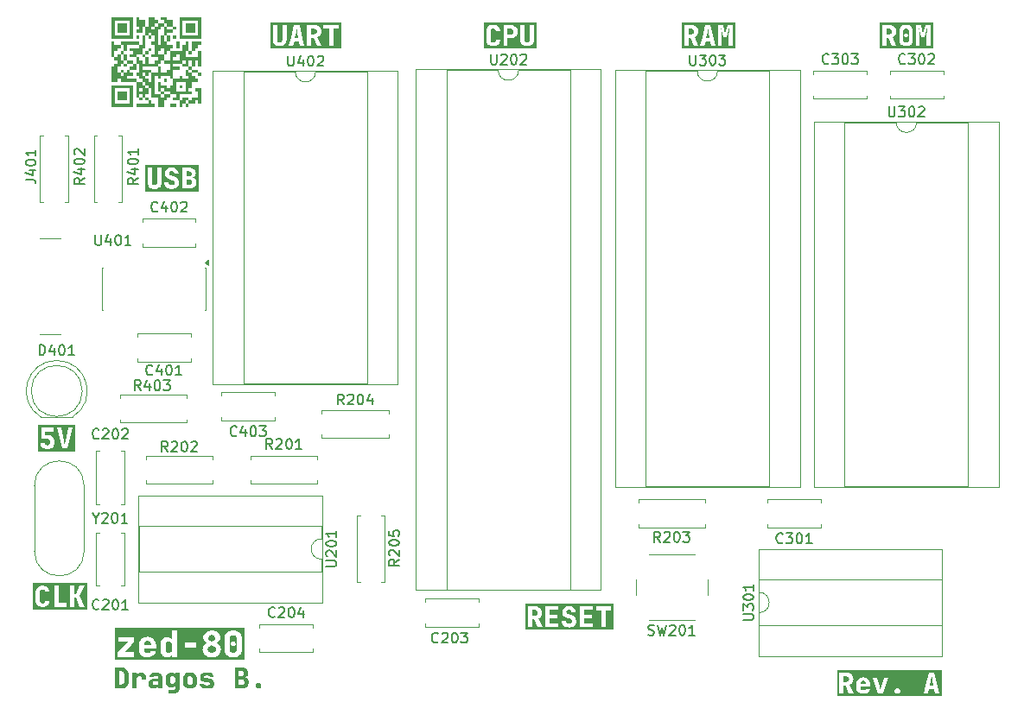
<source format=gbr>
%TF.GenerationSoftware,KiCad,Pcbnew,9.0.7*%
%TF.CreationDate,2026-02-16T17:51:40-05:00*%
%TF.ProjectId,zed-80,7a65642d-3830-42e6-9b69-6361645f7063,A*%
%TF.SameCoordinates,PX4db9760PY6b49d20*%
%TF.FileFunction,Legend,Top*%
%TF.FilePolarity,Positive*%
%FSLAX46Y46*%
G04 Gerber Fmt 4.6, Leading zero omitted, Abs format (unit mm)*
G04 Created by KiCad (PCBNEW 9.0.7) date 2026-02-16 17:51:40*
%MOMM*%
%LPD*%
G01*
G04 APERTURE LIST*
%ADD10C,0.500000*%
%ADD11C,0.400000*%
%ADD12C,0.250000*%
%ADD13C,0.150000*%
%ADD14C,0.120000*%
%ADD15C,0.000000*%
G04 APERTURE END LIST*
D10*
G36*
X66229940Y66509822D02*
G01*
X66300731Y66485055D01*
X66356228Y66446019D01*
X66397881Y66392975D01*
X66423843Y66326261D01*
X66433164Y66241832D01*
X66423919Y66161261D01*
X66398048Y66097237D01*
X66356228Y66045950D01*
X66300952Y66008529D01*
X66230166Y65984656D01*
X66139462Y65975974D01*
X65898761Y65975974D01*
X65898761Y66518804D01*
X66139462Y66518804D01*
X66229940Y66509822D01*
G37*
G36*
X67850017Y66341117D02*
G01*
X67890561Y66129847D01*
X67988503Y65637453D01*
X67644364Y65637453D01*
X67747923Y66132656D01*
X67788468Y66342460D01*
X67817899Y66504882D01*
X67850017Y66341117D01*
G37*
G36*
X70468196Y64590000D02*
G01*
X65234647Y64590000D01*
X65234647Y65975974D01*
X65484647Y65975974D01*
X65484647Y64840000D01*
X65898761Y64840000D01*
X65898761Y65612296D01*
X66094644Y65612296D01*
X66424860Y64840000D01*
X66880861Y64840000D01*
X67048412Y64840000D01*
X67476448Y64840000D01*
X67574389Y65301619D01*
X68061287Y65301619D01*
X68159228Y64840000D01*
X68587264Y64840000D01*
X68774354Y64840000D01*
X69157693Y64840000D01*
X69157693Y65623409D01*
X69150082Y65940205D01*
X69128262Y66226445D01*
X69070987Y66689529D01*
X69322801Y65707429D01*
X69658513Y65707429D01*
X69915945Y66714686D01*
X69861357Y66215210D01*
X69841613Y65928213D01*
X69834856Y65623409D01*
X69834856Y64840000D01*
X70218196Y64840000D01*
X70218196Y66882603D01*
X69700523Y66882603D01*
X69493527Y66009557D01*
X69286409Y66882603D01*
X68774354Y66882603D01*
X68774354Y64840000D01*
X68587264Y64840000D01*
X68080826Y66882603D01*
X67549232Y66882603D01*
X67243937Y65637453D01*
X67048412Y64840000D01*
X66880861Y64840000D01*
X66494713Y65679463D01*
X66597080Y65735624D01*
X66683732Y65810527D01*
X66756297Y65905998D01*
X66809547Y66014076D01*
X66841833Y66131762D01*
X66852896Y66261372D01*
X66842577Y66385659D01*
X66812904Y66494828D01*
X66764724Y66591588D01*
X66698669Y66677106D01*
X66616808Y66748647D01*
X66517184Y66807010D01*
X66408366Y66847859D01*
X66283398Y66873560D01*
X66139462Y66882603D01*
X65484647Y66882603D01*
X65484647Y65975974D01*
X65234647Y65975974D01*
X65234647Y67132603D01*
X70468196Y67132603D01*
X70468196Y64590000D01*
G37*
G36*
X50929940Y9509822D02*
G01*
X51000731Y9485055D01*
X51056228Y9446019D01*
X51097881Y9392975D01*
X51123843Y9326261D01*
X51133164Y9241832D01*
X51123919Y9161261D01*
X51098048Y9097237D01*
X51056228Y9045950D01*
X51000952Y9008529D01*
X50930166Y8984656D01*
X50839462Y8975974D01*
X50598761Y8975974D01*
X50598761Y9518804D01*
X50839462Y9518804D01*
X50929940Y9509822D01*
G37*
G36*
X58530687Y7562035D02*
G01*
X49934647Y7562035D01*
X49934647Y8975974D01*
X50184647Y8975974D01*
X50184647Y7840000D01*
X50598761Y7840000D01*
X50598761Y8612296D01*
X50794644Y8612296D01*
X51124860Y7840000D01*
X51580861Y7840000D01*
X51902285Y7840000D01*
X53161357Y7840000D01*
X53161357Y8203800D01*
X52313590Y8203800D01*
X52313590Y8427649D01*
X53488398Y8427649D01*
X53498681Y8305174D01*
X53528291Y8197371D01*
X53576448Y8101585D01*
X53642538Y8017050D01*
X53724847Y7945922D01*
X53825453Y7887506D01*
X53935189Y7846603D01*
X54059802Y7821001D01*
X54201831Y7812035D01*
X54344021Y7820898D01*
X54437716Y7840000D01*
X55259159Y7840000D01*
X56518230Y7840000D01*
X56518230Y8203800D01*
X55670464Y8203800D01*
X55670464Y8713047D01*
X56420289Y8713047D01*
X56420289Y9059994D01*
X55670464Y9059994D01*
X55670464Y9504882D01*
X56825610Y9504882D01*
X57343283Y9504882D01*
X57343283Y7840000D01*
X57763014Y7840000D01*
X57763014Y9504882D01*
X58280687Y9504882D01*
X58280687Y9882603D01*
X56825610Y9882603D01*
X56825610Y9504882D01*
X55670464Y9504882D01*
X55670464Y9518804D01*
X56518230Y9518804D01*
X56518230Y9882603D01*
X55259159Y9882603D01*
X55259159Y7840000D01*
X54437716Y7840000D01*
X54467632Y7846099D01*
X54575401Y7886162D01*
X54674161Y7943602D01*
X54754589Y8013779D01*
X54818789Y8097432D01*
X54865572Y8192124D01*
X54894235Y8297651D01*
X54904152Y8416414D01*
X54894883Y8539285D01*
X54867997Y8650083D01*
X54824119Y8750826D01*
X54762857Y8843106D01*
X54686690Y8923559D01*
X54598718Y8988452D01*
X54497512Y9038609D01*
X54380983Y9073915D01*
X54123551Y9132656D01*
X54033392Y9165203D01*
X53975629Y9209527D01*
X53942147Y9265477D01*
X53930478Y9336965D01*
X53938289Y9399207D01*
X53960610Y9450579D01*
X53997644Y9493647D01*
X54045685Y9525042D01*
X54106943Y9545098D01*
X54185101Y9552387D01*
X54265089Y9544946D01*
X54328240Y9524411D01*
X54378175Y9492181D01*
X54416490Y9447883D01*
X54439870Y9393433D01*
X54448150Y9325730D01*
X54856646Y9325730D01*
X54844514Y9457103D01*
X54809848Y9569776D01*
X54753638Y9667384D01*
X54674685Y9752422D01*
X54580047Y9819282D01*
X54469094Y9868488D01*
X54338741Y9899558D01*
X54185101Y9910569D01*
X54031251Y9899585D01*
X53901653Y9868689D01*
X53792210Y9819933D01*
X53699668Y9753887D01*
X53623078Y9669792D01*
X53568130Y9571943D01*
X53533996Y9457613D01*
X53521981Y9322921D01*
X53531107Y9213214D01*
X53557707Y9113734D01*
X53601480Y9022559D01*
X53663276Y8938238D01*
X53766129Y8844381D01*
X53891984Y8772046D01*
X54045150Y8721351D01*
X54294277Y8662610D01*
X54356003Y8641735D01*
X54404616Y8611411D01*
X54442411Y8571630D01*
X54480177Y8498756D01*
X54492847Y8416414D01*
X54483950Y8347174D01*
X54458443Y8289786D01*
X54415910Y8241414D01*
X54361016Y8206330D01*
X54291043Y8183878D01*
X54201831Y8175712D01*
X54110948Y8184109D01*
X54038076Y8207425D01*
X53979448Y8244222D01*
X53933748Y8294858D01*
X53906419Y8354991D01*
X53896894Y8427649D01*
X53488398Y8427649D01*
X52313590Y8427649D01*
X52313590Y8713047D01*
X53063415Y8713047D01*
X53063415Y9059994D01*
X52313590Y9059994D01*
X52313590Y9518804D01*
X53161357Y9518804D01*
X53161357Y9882603D01*
X51902285Y9882603D01*
X51902285Y7840000D01*
X51580861Y7840000D01*
X51194713Y8679463D01*
X51297080Y8735624D01*
X51383732Y8810527D01*
X51456297Y8905998D01*
X51509547Y9014076D01*
X51541833Y9131762D01*
X51552896Y9261372D01*
X51542577Y9385659D01*
X51512904Y9494828D01*
X51464724Y9591588D01*
X51398669Y9677106D01*
X51316808Y9748647D01*
X51217184Y9807010D01*
X51108366Y9847859D01*
X50983398Y9873560D01*
X50839462Y9882603D01*
X50184647Y9882603D01*
X50184647Y8975974D01*
X49934647Y8975974D01*
X49934647Y10160569D01*
X58530687Y10160569D01*
X58530687Y7562035D01*
G37*
G36*
X5787264Y25062035D02*
G01*
X2145446Y25062035D01*
X2145446Y25899561D01*
X2395446Y25899561D01*
X2407921Y25767094D01*
X2443567Y25653653D01*
X2501436Y25555487D01*
X2582903Y25470060D01*
X2680252Y25403273D01*
X2794024Y25354084D01*
X2927280Y25323030D01*
X3083845Y25312035D01*
X3241978Y25323344D01*
X3374712Y25355106D01*
X3486373Y25405153D01*
X3580390Y25472869D01*
X3658193Y25559141D01*
X3714019Y25659327D01*
X3748690Y25776180D01*
X3760886Y25913605D01*
X3760886Y26056243D01*
X3749006Y26197338D01*
X3715528Y26315371D01*
X3662227Y26414653D01*
X3588817Y26498322D01*
X3499048Y26563906D01*
X3390453Y26612718D01*
X3259227Y26643934D01*
X3100575Y26655126D01*
X2865614Y26655126D01*
X2865614Y27004882D01*
X3685415Y27004882D01*
X3685415Y27382603D01*
X3998412Y27382603D01*
X4504849Y25340000D01*
X5036444Y25340000D01*
X5537264Y27382603D01*
X5114846Y27382603D01*
X4840561Y26095444D01*
X4809787Y25921909D01*
X4781821Y25745688D01*
X4749703Y25921909D01*
X4714654Y26092635D01*
X4432065Y27382603D01*
X3998412Y27382603D01*
X3685415Y27382603D01*
X2465422Y27382603D01*
X2465422Y26291326D01*
X3083845Y26291326D01*
X3183122Y26280339D01*
X3252599Y26251212D01*
X3300323Y26206373D01*
X3330236Y26143529D01*
X3341277Y26056243D01*
X3341277Y25913605D01*
X3333199Y25841822D01*
X3310592Y25784595D01*
X3274110Y25738605D01*
X3225692Y25704943D01*
X3163584Y25683507D01*
X3083845Y25675712D01*
X3005716Y25683000D01*
X2941839Y25703414D01*
X2889305Y25735918D01*
X2848339Y25780534D01*
X2823772Y25834132D01*
X2815177Y25899561D01*
X2395446Y25899561D01*
X2145446Y25899561D01*
X2145446Y27632603D01*
X5787264Y27632603D01*
X5787264Y25062035D01*
G37*
G36*
X48545951Y66509145D02*
G01*
X48616117Y66481886D01*
X48673866Y66437593D01*
X48717886Y66379369D01*
X48744407Y66312199D01*
X48753611Y66233406D01*
X48744409Y66154610D01*
X48717891Y66087396D01*
X48673866Y66029097D01*
X48616126Y65984876D01*
X48545960Y65957655D01*
X48459787Y65948008D01*
X48182815Y65948008D01*
X48182815Y66518804D01*
X48459787Y66518804D01*
X48545951Y66509145D01*
G37*
G36*
X51017759Y64562035D02*
G01*
X45829030Y64562035D01*
X45829030Y66294955D01*
X46079030Y66294955D01*
X46079030Y65427649D01*
X46088975Y65306908D01*
X46117668Y65199978D01*
X46164392Y65104393D01*
X46228450Y65019414D01*
X46307610Y64947883D01*
X46403628Y64888971D01*
X46508786Y64847146D01*
X46627378Y64821116D01*
X46761810Y64812035D01*
X46898059Y64821179D01*
X47017017Y64847266D01*
X47121336Y64888971D01*
X47216489Y64947809D01*
X47295187Y65019331D01*
X47359106Y65104393D01*
X47405830Y65199978D01*
X47434524Y65306908D01*
X47444469Y65427649D01*
X47024860Y65427649D01*
X47016494Y65350224D01*
X46993280Y65289410D01*
X46956228Y65241414D01*
X46906713Y65206200D01*
X46843255Y65183835D01*
X46761810Y65175712D01*
X46680364Y65183832D01*
X46616861Y65206195D01*
X46567271Y65241414D01*
X46530289Y65289400D01*
X46507114Y65350214D01*
X46498761Y65427649D01*
X46498761Y65948008D01*
X47763084Y65948008D01*
X47763084Y64840000D01*
X48182815Y64840000D01*
X48182815Y65438762D01*
X49424790Y65438762D01*
X49437057Y65295350D01*
X49471867Y65173543D01*
X49527719Y65069335D01*
X49605163Y64979830D01*
X49699735Y64908691D01*
X49810840Y64856547D01*
X49941668Y64823682D01*
X50096336Y64812035D01*
X50250846Y64823768D01*
X50381579Y64856891D01*
X50492657Y64909478D01*
X50587264Y64981295D01*
X50664939Y65071469D01*
X50720820Y65175747D01*
X50755551Y65296899D01*
X50767759Y65438762D01*
X50767759Y66882603D01*
X50348150Y66882603D01*
X50348150Y65441571D01*
X50339813Y65358331D01*
X50316928Y65293983D01*
X50280983Y65244222D01*
X50232242Y65207055D01*
X50171820Y65183964D01*
X50096336Y65175712D01*
X50018904Y65184068D01*
X49958135Y65207246D01*
X49910223Y65244222D01*
X49875123Y65293866D01*
X49852703Y65358210D01*
X49844521Y65441571D01*
X49844521Y66882603D01*
X49424790Y66882603D01*
X49424790Y65438762D01*
X48182815Y65438762D01*
X48182815Y65584331D01*
X48459787Y65584331D01*
X48601611Y65593952D01*
X48725670Y65621429D01*
X48834699Y65665419D01*
X48934089Y65727427D01*
X49016531Y65803100D01*
X49083705Y65893420D01*
X49132850Y65994726D01*
X49162943Y66107235D01*
X49173342Y66233406D01*
X49163024Y66361521D01*
X49133337Y66474411D01*
X49085170Y66574735D01*
X49018804Y66664077D01*
X48936424Y66739334D01*
X48836165Y66801393D01*
X48726187Y66845497D01*
X48601606Y66872993D01*
X48459787Y66882603D01*
X47763084Y66882603D01*
X47763084Y65948008D01*
X46498761Y65948008D01*
X46498761Y66294955D01*
X46507213Y66374181D01*
X46530468Y66435257D01*
X46567271Y66482412D01*
X46616755Y66516856D01*
X46680255Y66538792D01*
X46761810Y66546770D01*
X46843364Y66538790D01*
X46906819Y66516851D01*
X46956228Y66482412D01*
X46993102Y66435247D01*
X47016396Y66374171D01*
X47024860Y66294955D01*
X47444469Y66294955D01*
X47434452Y66417484D01*
X47405692Y66524786D01*
X47359106Y66619554D01*
X47295274Y66703780D01*
X47216586Y66774875D01*
X47121336Y66833633D01*
X47017017Y66875338D01*
X46898059Y66901425D01*
X46761810Y66910569D01*
X46627378Y66901488D01*
X46508786Y66875458D01*
X46403628Y66833633D01*
X46307512Y66774802D01*
X46228363Y66703696D01*
X46164392Y66619554D01*
X46117806Y66524786D01*
X46089047Y66417484D01*
X46079030Y66294955D01*
X45829030Y66294955D01*
X45829030Y67160569D01*
X51017759Y67160569D01*
X51017759Y64562035D01*
G37*
D11*
G36*
X83108575Y2586490D02*
G01*
X83174342Y2559851D01*
X83223429Y2517862D01*
X83258422Y2462038D01*
X83280994Y2389918D01*
X83289253Y2296944D01*
X83289253Y2260552D01*
X82746423Y2254934D01*
X82746423Y2291326D01*
X82754913Y2384192D01*
X82778307Y2457405D01*
X82814933Y2515175D01*
X82866002Y2558846D01*
X82932921Y2586285D01*
X83020708Y2596264D01*
X83108575Y2586490D01*
G37*
G36*
X81429940Y3009822D02*
G01*
X81500731Y2985055D01*
X81556228Y2946019D01*
X81597881Y2892975D01*
X81623843Y2826261D01*
X81633164Y2741832D01*
X81623919Y2661261D01*
X81598048Y2597237D01*
X81556228Y2545950D01*
X81500952Y2508529D01*
X81430166Y2484656D01*
X81339462Y2475974D01*
X81098761Y2475974D01*
X81098761Y3018804D01*
X81339462Y3018804D01*
X81429940Y3009822D01*
G37*
G36*
X89763764Y2841117D02*
G01*
X89804309Y2629847D01*
X89902250Y2137453D01*
X89558112Y2137453D01*
X89661671Y2632656D01*
X89702215Y2842460D01*
X89731646Y3004882D01*
X89763764Y2841117D01*
G37*
G36*
X90723233Y1089813D02*
G01*
X80462425Y1089813D01*
X80462425Y2475974D01*
X80684647Y2475974D01*
X80684647Y1340000D01*
X81098761Y1340000D01*
X81098761Y2112296D01*
X81294644Y2112296D01*
X81624860Y1340000D01*
X82080861Y1340000D01*
X81694713Y2179463D01*
X81797080Y2235624D01*
X81861519Y2291326D01*
X82346353Y2291326D01*
X82346353Y1927649D01*
X82355997Y1806755D01*
X82383781Y1699810D01*
X82428907Y1604393D01*
X82491243Y1519424D01*
X82568962Y1447906D01*
X82663869Y1388971D01*
X82768163Y1347187D01*
X82886278Y1321138D01*
X83020708Y1312035D01*
X83182832Y1326492D01*
X83323200Y1367913D01*
X83445935Y1435133D01*
X83527056Y1502758D01*
X83589946Y1578686D01*
X83636368Y1663811D01*
X83666974Y1759732D01*
X83255669Y1759732D01*
X83231737Y1712163D01*
X83177267Y1675712D01*
X83106671Y1655113D01*
X83020708Y1647746D01*
X82931704Y1656268D01*
X82864857Y1679320D01*
X82814933Y1714913D01*
X82778972Y1764224D01*
X82755306Y1832982D01*
X82746423Y1927649D01*
X82746423Y2005929D01*
X83689323Y2005929D01*
X83689323Y2291326D01*
X83679681Y2412138D01*
X83651899Y2519044D01*
X83606769Y2614460D01*
X83544633Y2699679D01*
X83467793Y2771216D01*
X83374616Y2830004D01*
X83272128Y2871705D01*
X83239501Y2878975D01*
X83924040Y2878975D01*
X84436095Y1340000D01*
X84962072Y1340000D01*
X85045862Y1594624D01*
X86092062Y1594624D01*
X86101262Y1513937D01*
X86127470Y1446850D01*
X86170464Y1390315D01*
X86226990Y1347393D01*
X86294077Y1321223D01*
X86374773Y1312035D01*
X86455465Y1321225D01*
X86503558Y1340000D01*
X88962159Y1340000D01*
X89390195Y1340000D01*
X89488136Y1801619D01*
X89975034Y1801619D01*
X90072976Y1340000D01*
X90501011Y1340000D01*
X89994574Y3382603D01*
X89462979Y3382603D01*
X89157684Y2137453D01*
X88962159Y1340000D01*
X86503558Y1340000D01*
X86522508Y1347398D01*
X86578960Y1390315D01*
X86621953Y1446850D01*
X86648161Y1513937D01*
X86657362Y1594624D01*
X86648159Y1675307D01*
X86621948Y1742350D01*
X86578960Y1798811D01*
X86522499Y1841799D01*
X86455456Y1868010D01*
X86374773Y1877213D01*
X86294086Y1868012D01*
X86226999Y1841804D01*
X86170464Y1798811D01*
X86127475Y1742350D01*
X86101265Y1675307D01*
X86092062Y1594624D01*
X85045862Y1594624D01*
X85468510Y2878975D01*
X85029239Y2878975D01*
X84766189Y2011546D01*
X84724180Y1852056D01*
X84699145Y1695374D01*
X84672522Y1852056D01*
X84626360Y2014355D01*
X84357693Y2878975D01*
X83924040Y2878975D01*
X83239501Y2878975D01*
X83155052Y2897792D01*
X83020708Y2906940D01*
X82886278Y2897837D01*
X82768163Y2871788D01*
X82663869Y2830004D01*
X82568971Y2771062D01*
X82491251Y2699505D01*
X82428907Y2614460D01*
X82383777Y2519044D01*
X82355994Y2412138D01*
X82346353Y2291326D01*
X81861519Y2291326D01*
X81883732Y2310527D01*
X81956297Y2405998D01*
X82009547Y2514076D01*
X82041833Y2631762D01*
X82052896Y2761372D01*
X82042577Y2885659D01*
X82012904Y2994828D01*
X81964724Y3091588D01*
X81898669Y3177106D01*
X81816808Y3248647D01*
X81717184Y3307010D01*
X81608366Y3347859D01*
X81483398Y3373560D01*
X81339462Y3382603D01*
X80684647Y3382603D01*
X80684647Y2475974D01*
X80462425Y2475974D01*
X80462425Y3604825D01*
X90723233Y3604825D01*
X90723233Y1089813D01*
G37*
D10*
G36*
X17048826Y51720746D02*
G01*
X17119308Y51695628D01*
X17175680Y51655649D01*
X17218381Y51601663D01*
X17244715Y51535263D01*
X17254082Y51452806D01*
X17244684Y51370384D01*
X17218332Y51304475D01*
X17175680Y51251305D01*
X17119411Y51212104D01*
X17048931Y51187412D01*
X16960258Y51178521D01*
X16697208Y51178521D01*
X16697208Y51729777D01*
X16960258Y51729777D01*
X17048826Y51720746D01*
G37*
G36*
X17023294Y52536216D02*
G01*
X17086403Y52514782D01*
X17136479Y52480946D01*
X17174480Y52434751D01*
X17198024Y52376749D01*
X17206454Y52303382D01*
X17198157Y52231745D01*
X17174715Y52173534D01*
X17136479Y52125695D01*
X17086196Y52090310D01*
X17023084Y52068022D01*
X16943527Y52059994D01*
X16697208Y52059994D01*
X16697208Y52543961D01*
X16943527Y52543961D01*
X17023294Y52536216D01*
G37*
G36*
X17926622Y50562035D02*
G01*
X12667916Y50562035D01*
X12667916Y51438762D01*
X12917916Y51438762D01*
X12930183Y51295350D01*
X12964993Y51173543D01*
X13020846Y51069335D01*
X13098290Y50979830D01*
X13192861Y50908691D01*
X13303966Y50856547D01*
X13434795Y50823682D01*
X13589462Y50812035D01*
X13743972Y50823768D01*
X13874705Y50856891D01*
X13985784Y50909478D01*
X14080390Y50981295D01*
X14158065Y51071469D01*
X14213946Y51175747D01*
X14248678Y51296899D01*
X14259930Y51427649D01*
X14559961Y51427649D01*
X14570245Y51305174D01*
X14599854Y51197371D01*
X14648011Y51101585D01*
X14714101Y51017050D01*
X14796410Y50945922D01*
X14897016Y50887506D01*
X15006752Y50846603D01*
X15131365Y50821001D01*
X15273394Y50812035D01*
X15415584Y50820898D01*
X15539195Y50846099D01*
X15646964Y50886162D01*
X15745724Y50943602D01*
X15826152Y51013779D01*
X15890352Y51097432D01*
X15937135Y51192124D01*
X15965798Y51297651D01*
X15975715Y51416414D01*
X15966446Y51539285D01*
X15939560Y51650083D01*
X15895682Y51750826D01*
X15834420Y51843106D01*
X15758253Y51923559D01*
X15670281Y51988452D01*
X15569075Y52038609D01*
X15498493Y52059994D01*
X16291521Y52059994D01*
X16291521Y51178521D01*
X16291521Y50840000D01*
X16974302Y50840000D01*
X17112594Y50848782D01*
X17234405Y50873906D01*
X17342131Y50914128D01*
X17441383Y50971186D01*
X17522809Y51040004D01*
X17588450Y51121124D01*
X17636909Y51213274D01*
X17666436Y51315540D01*
X17676622Y51430335D01*
X17664026Y51557274D01*
X17627651Y51668228D01*
X17568480Y51765641D01*
X17490509Y51843106D01*
X17396107Y51897142D01*
X17287665Y51922851D01*
X17287665Y51928469D01*
X17382859Y51954073D01*
X17464064Y51999830D01*
X17533862Y52066954D01*
X17585861Y52148937D01*
X17617806Y52244299D01*
X17628995Y52356504D01*
X17619140Y52460034D01*
X17590597Y52551543D01*
X17543632Y52633476D01*
X17480661Y52704802D01*
X17402113Y52765834D01*
X17305739Y52816780D01*
X17202137Y52852367D01*
X17084053Y52874747D01*
X16949145Y52882603D01*
X16291521Y52882603D01*
X16291521Y52059994D01*
X15498493Y52059994D01*
X15452547Y52073915D01*
X15195115Y52132656D01*
X15104956Y52165203D01*
X15047192Y52209527D01*
X15013710Y52265477D01*
X15002041Y52336965D01*
X15009852Y52399207D01*
X15032173Y52450579D01*
X15069207Y52493647D01*
X15117248Y52525042D01*
X15178506Y52545098D01*
X15256664Y52552387D01*
X15336652Y52544946D01*
X15399803Y52524411D01*
X15449738Y52492181D01*
X15488053Y52447883D01*
X15511433Y52393433D01*
X15519713Y52325730D01*
X15928210Y52325730D01*
X15916077Y52457103D01*
X15881411Y52569776D01*
X15825201Y52667384D01*
X15746249Y52752422D01*
X15651610Y52819282D01*
X15540657Y52868488D01*
X15410304Y52899558D01*
X15256664Y52910569D01*
X15102814Y52899585D01*
X14973216Y52868689D01*
X14863773Y52819933D01*
X14771231Y52753887D01*
X14694641Y52669792D01*
X14639693Y52571943D01*
X14605559Y52457613D01*
X14593545Y52322921D01*
X14602670Y52213214D01*
X14629271Y52113734D01*
X14673043Y52022559D01*
X14734839Y51938238D01*
X14837692Y51844381D01*
X14963547Y51772046D01*
X15116713Y51721351D01*
X15365840Y51662610D01*
X15427566Y51641735D01*
X15476179Y51611411D01*
X15513974Y51571630D01*
X15551741Y51498756D01*
X15564410Y51416414D01*
X15555513Y51347174D01*
X15530006Y51289786D01*
X15487473Y51241414D01*
X15432579Y51206330D01*
X15362606Y51183878D01*
X15273394Y51175712D01*
X15182511Y51184109D01*
X15109639Y51207425D01*
X15051011Y51244222D01*
X15005311Y51294858D01*
X14977982Y51354991D01*
X14968457Y51427649D01*
X14559961Y51427649D01*
X14259930Y51427649D01*
X14260886Y51438762D01*
X14260886Y52882603D01*
X13841277Y52882603D01*
X13841277Y51441571D01*
X13832939Y51358331D01*
X13810054Y51293983D01*
X13774110Y51244222D01*
X13725368Y51207055D01*
X13664946Y51183964D01*
X13589462Y51175712D01*
X13512031Y51184068D01*
X13451261Y51207246D01*
X13403349Y51244222D01*
X13368249Y51293866D01*
X13345829Y51358210D01*
X13337648Y51441571D01*
X13337648Y52882603D01*
X12917916Y52882603D01*
X12917916Y51438762D01*
X12667916Y51438762D01*
X12667916Y53160569D01*
X17926622Y53160569D01*
X17926622Y50562035D01*
G37*
G36*
X13010718Y6483112D02*
G01*
X13092928Y6449813D01*
X13154287Y6397327D01*
X13198028Y6327548D01*
X13226243Y6237397D01*
X13236566Y6121180D01*
X13236566Y6075690D01*
X12558029Y6068668D01*
X12558029Y6114158D01*
X12568641Y6230240D01*
X12597884Y6321756D01*
X12643667Y6393969D01*
X12707502Y6448558D01*
X12791152Y6482856D01*
X12900885Y6495329D01*
X13010718Y6483112D01*
G37*
G36*
X15077972Y6418385D02*
G01*
X15152584Y6389319D01*
X15210354Y6343136D01*
X15252302Y6281446D01*
X15279255Y6201130D01*
X15289122Y6096756D01*
X15289122Y5676963D01*
X15279255Y5572483D01*
X15252302Y5492063D01*
X15210354Y5430278D01*
X15152596Y5384184D01*
X15077984Y5355165D01*
X14981376Y5344640D01*
X14889234Y5354633D01*
X14816686Y5382394D01*
X14759268Y5426767D01*
X14717115Y5486197D01*
X14690361Y5562199D01*
X14680652Y5659561D01*
X14680652Y6114158D01*
X14690479Y6213783D01*
X14717328Y6290102D01*
X14759268Y6348478D01*
X14816555Y6391871D01*
X14889099Y6419106D01*
X14981376Y6428926D01*
X15077972Y6418385D01*
G37*
G36*
X19304171Y6035899D02*
G01*
X19397150Y6002372D01*
X19474681Y5948073D01*
X19534372Y5875438D01*
X19570536Y5788815D01*
X19583217Y5683985D01*
X19570669Y5581439D01*
X19534619Y5495249D01*
X19474681Y5421577D01*
X19397027Y5366298D01*
X19304050Y5332243D01*
X19191512Y5320216D01*
X19081184Y5332125D01*
X18988585Y5366078D01*
X18909870Y5421577D01*
X18848929Y5495372D01*
X18812364Y5581560D01*
X18799655Y5683985D01*
X18812499Y5788690D01*
X18849178Y5875313D01*
X18909870Y5948073D01*
X18988464Y6002590D01*
X19081068Y6036016D01*
X19191512Y6047754D01*
X19304171Y6035899D01*
G37*
G36*
X19283497Y7079763D02*
G01*
X19359835Y7050480D01*
X19424001Y7002591D01*
X19472908Y6939319D01*
X19502784Y6863589D01*
X19513302Y6771782D01*
X19502905Y6682173D01*
X19473132Y6606880D01*
X19424001Y6542651D01*
X19359712Y6493773D01*
X19283375Y6463968D01*
X19191512Y6453503D01*
X19101893Y6463885D01*
X19026599Y6493610D01*
X18962382Y6542651D01*
X18913340Y6606868D01*
X18883615Y6682163D01*
X18873233Y6771782D01*
X18883736Y6863600D01*
X18913565Y6939330D01*
X18962382Y7002591D01*
X19026476Y7050641D01*
X19101774Y7079845D01*
X19191512Y7090061D01*
X19283497Y7079763D01*
G37*
G36*
X21395996Y7048128D02*
G01*
X21480000Y7019559D01*
X21546471Y6974503D01*
X21597139Y6913115D01*
X21628240Y6837590D01*
X21639283Y6743694D01*
X21639283Y5659561D01*
X21628244Y5565661D01*
X21597145Y5490079D01*
X21546471Y5428599D01*
X21480000Y5383543D01*
X21395996Y5354974D01*
X21289558Y5344640D01*
X21185375Y5354859D01*
X21101709Y5383333D01*
X21034172Y5428599D01*
X20982503Y5490208D01*
X20950886Y5565791D01*
X20939680Y5659561D01*
X20939680Y6212160D01*
X21044705Y6212160D01*
X21052919Y6140456D01*
X21075836Y6083870D01*
X21112787Y6038901D01*
X21189168Y5993780D01*
X21289558Y5977840D01*
X21392560Y5993969D01*
X21467855Y6038901D01*
X21503819Y6083739D01*
X21526214Y6140321D01*
X21534259Y6212160D01*
X21526134Y6283808D01*
X21503694Y6339044D01*
X21467855Y6381756D01*
X21392845Y6424121D01*
X21289558Y6439459D01*
X21188896Y6424304D01*
X21112787Y6381756D01*
X21075960Y6338909D01*
X21052998Y6283666D01*
X21044705Y6212160D01*
X20939680Y6212160D01*
X20939680Y6743694D01*
X20950708Y6837601D01*
X20981762Y6913127D01*
X21032340Y6974503D01*
X21098908Y7019559D01*
X21183015Y7048128D01*
X21289558Y7058462D01*
X21395996Y7048128D01*
G37*
G36*
X22406616Y4612265D02*
G01*
X9717075Y4612265D01*
X9717075Y5379750D01*
X9994853Y5379750D01*
X9994853Y4925000D01*
X11603650Y4925000D01*
X11603650Y5379750D01*
X10613856Y5379750D01*
X11302722Y6114158D01*
X12057942Y6114158D01*
X12057942Y5659561D01*
X12069996Y5508444D01*
X12104727Y5374763D01*
X12161134Y5255492D01*
X12239054Y5149280D01*
X12336202Y5059882D01*
X12454836Y4986214D01*
X12585204Y4933983D01*
X12732848Y4901422D01*
X12900885Y4890043D01*
X13103540Y4908115D01*
X13279000Y4959891D01*
X13432418Y5043916D01*
X13533820Y5128447D01*
X13612433Y5223357D01*
X13670460Y5329764D01*
X13708718Y5449665D01*
X13194587Y5449665D01*
X13164671Y5390203D01*
X13096584Y5344640D01*
X13008339Y5318891D01*
X12900885Y5309683D01*
X12789630Y5320334D01*
X12706071Y5349150D01*
X12643667Y5393641D01*
X12598715Y5455280D01*
X12569132Y5541228D01*
X12558029Y5659561D01*
X12558029Y5757411D01*
X13736653Y5757411D01*
X13736653Y6114158D01*
X13735252Y6131713D01*
X14155988Y6131713D01*
X14155988Y6114158D01*
X14155988Y5642006D01*
X14168036Y5470788D01*
X14202057Y5325144D01*
X14255940Y5200867D01*
X14329095Y5094597D01*
X14422694Y5004645D01*
X14527097Y4941594D01*
X14644554Y4903291D01*
X14778502Y4890043D01*
X14903457Y4901692D01*
X15011932Y4935155D01*
X15107161Y4989725D01*
X15188611Y5063754D01*
X15255017Y5156553D01*
X15306677Y5271215D01*
X15306677Y4925000D01*
X15813786Y4925000D01*
X15813786Y5652539D01*
X18296057Y5652539D01*
X18309085Y5506674D01*
X18347037Y5375286D01*
X18409630Y5255492D01*
X18494255Y5149560D01*
X18598381Y5060077D01*
X18724398Y4986214D01*
X18861641Y4933969D01*
X19016342Y4901407D01*
X19191512Y4890043D01*
X19366579Y4901407D01*
X19521177Y4933969D01*
X19658321Y4986214D01*
X19784427Y5060092D01*
X19888547Y5149576D01*
X19973089Y5255492D01*
X20035770Y5375295D01*
X20073770Y5506682D01*
X20086815Y5652539D01*
X20071237Y5801531D01*
X20025601Y5935708D01*
X19953131Y6055942D01*
X19859364Y6156137D01*
X19746230Y6231995D01*
X19614663Y6278564D01*
X19614663Y6285586D01*
X19724106Y6319393D01*
X19819417Y6378555D01*
X19903175Y6465562D01*
X19965723Y6569701D01*
X20003745Y6686919D01*
X20009331Y6743694D01*
X20450126Y6743694D01*
X20450126Y5659561D01*
X20462180Y5508444D01*
X20496911Y5374763D01*
X20553319Y5255492D01*
X20631153Y5149169D01*
X20727779Y5059783D01*
X20845341Y4986214D01*
X20974532Y4934040D01*
X21121523Y4901453D01*
X21289558Y4890043D01*
X21459869Y4901532D01*
X21607313Y4934192D01*
X21735454Y4986214D01*
X21851937Y5059690D01*
X21947986Y5149063D01*
X22025645Y5255492D01*
X22082053Y5374763D01*
X22116784Y5508444D01*
X22128838Y5659561D01*
X22128838Y6743694D01*
X22116786Y6894708D01*
X22082058Y7028341D01*
X22025645Y7147610D01*
X21947976Y7254135D01*
X21851926Y7343556D01*
X21735454Y7417041D01*
X21607313Y7469063D01*
X21459869Y7501722D01*
X21289558Y7513211D01*
X21121523Y7501802D01*
X20974532Y7469215D01*
X20845341Y7417041D01*
X20727790Y7343462D01*
X20631163Y7254029D01*
X20553319Y7147610D01*
X20496906Y7028341D01*
X20462177Y6894708D01*
X20450126Y6743694D01*
X20009331Y6743694D01*
X20016900Y6820630D01*
X20004782Y6954975D01*
X19969634Y7074663D01*
X19911876Y7182568D01*
X19834054Y7277729D01*
X19738042Y7358580D01*
X19621532Y7425742D01*
X19495180Y7473249D01*
X19352756Y7502872D01*
X19191512Y7513211D01*
X19032538Y7502923D01*
X18891120Y7473348D01*
X18764698Y7425742D01*
X18648277Y7358595D01*
X18552259Y7277745D01*
X18474354Y7182568D01*
X18416684Y7074673D01*
X18381584Y6954983D01*
X18369482Y6820630D01*
X18374215Y6771782D01*
X18382448Y6686808D01*
X18419889Y6569581D01*
X18481376Y6465562D01*
X18564206Y6378598D01*
X18658939Y6319430D01*
X18768209Y6285586D01*
X18768209Y6278564D01*
X18639329Y6232252D01*
X18525187Y6156137D01*
X18430070Y6055820D01*
X18357270Y5935708D01*
X18311635Y5801531D01*
X18299345Y5683985D01*
X18296057Y5652539D01*
X15813786Y5652539D01*
X15813786Y5834347D01*
X16533845Y5834347D01*
X17653087Y5834347D01*
X17653087Y6324054D01*
X16533845Y6324054D01*
X16533845Y5834347D01*
X15813786Y5834347D01*
X15813786Y7478254D01*
X15289122Y7478254D01*
X15289122Y6953590D01*
X15303166Y6512884D01*
X15251671Y6625318D01*
X15185875Y6715817D01*
X15105482Y6787505D01*
X15011538Y6839999D01*
X14903646Y6872364D01*
X14778502Y6883675D01*
X14644564Y6870420D01*
X14527110Y6832092D01*
X14422704Y6768995D01*
X14329095Y6678969D01*
X14255945Y6572773D01*
X14202063Y6448551D01*
X14168038Y6302935D01*
X14155988Y6131713D01*
X13735252Y6131713D01*
X13724602Y6265172D01*
X13689874Y6398805D01*
X13633461Y6518074D01*
X13555792Y6624599D01*
X13459742Y6714020D01*
X13343270Y6787505D01*
X13215160Y6839631D01*
X13068815Y6872240D01*
X12900885Y6883675D01*
X12732848Y6872296D01*
X12585204Y6839735D01*
X12454836Y6787505D01*
X12336214Y6713828D01*
X12239063Y6624381D01*
X12161134Y6518074D01*
X12104722Y6398805D01*
X12069993Y6265172D01*
X12057942Y6114158D01*
X11302722Y6114158D01*
X11565182Y6393969D01*
X11565182Y6848718D01*
X10029810Y6848718D01*
X10029810Y6393969D01*
X10946179Y6393969D01*
X9994853Y5379750D01*
X9717075Y5379750D01*
X9717075Y7790989D01*
X22406616Y7790989D01*
X22406616Y4612265D01*
G37*
D12*
G36*
X10479295Y3872991D02*
G01*
X10601955Y3845497D01*
X10710101Y3801393D01*
X10808543Y3739408D01*
X10890053Y3663746D01*
X10956297Y3573392D01*
X11004416Y3472099D01*
X11034128Y3357804D01*
X11044469Y3227788D01*
X11044469Y2497502D01*
X11034201Y2369358D01*
X11004555Y2255475D01*
X10956297Y2153364D01*
X10890019Y2062066D01*
X10808496Y1985475D01*
X10710101Y1922555D01*
X10601878Y1877697D01*
X10479225Y1849762D01*
X10339462Y1840000D01*
X9676221Y1840000D01*
X9676221Y2217722D01*
X10095952Y2217722D01*
X10339462Y2217722D01*
X10420194Y2226880D01*
X10487763Y2253032D01*
X10545115Y2296002D01*
X10589040Y2352576D01*
X10615597Y2418788D01*
X10624860Y2497502D01*
X10624860Y3227788D01*
X10615565Y3306460D01*
X10588987Y3372147D01*
X10545115Y3427823D01*
X10487853Y3470074D01*
X10420280Y3495846D01*
X10339462Y3504882D01*
X10095952Y3504882D01*
X10095952Y2217722D01*
X9676221Y2217722D01*
X9676221Y3882603D01*
X10339462Y3882603D01*
X10479295Y3872991D01*
G37*
G36*
X11419016Y1840000D02*
G01*
X11419016Y3378975D01*
X11824825Y3378975D01*
X11824825Y3087959D01*
X11856717Y3181191D01*
X11905409Y3258193D01*
X11971615Y3321578D01*
X12051125Y3367953D01*
X12144674Y3396775D01*
X12255669Y3406940D01*
X12369341Y3396408D01*
X12465799Y3366446D01*
X12548409Y3318055D01*
X12619469Y3250259D01*
X12674574Y3169111D01*
X12715555Y3072358D01*
X12741673Y2956992D01*
X12750994Y2819292D01*
X12750994Y2665419D01*
X12331263Y2665419D01*
X12331263Y2791326D01*
X12323341Y2869012D01*
X12301474Y2929735D01*
X12266905Y2977317D01*
X12220081Y3012804D01*
X12160661Y3035096D01*
X12084944Y3043141D01*
X12009977Y3034259D01*
X11950576Y3009383D01*
X11903105Y2969013D01*
X11868896Y2915956D01*
X11846831Y2847039D01*
X11838747Y2757743D01*
X11838747Y1840000D01*
X11419016Y1840000D01*
G37*
G36*
X13858332Y3396911D02*
G01*
X13986083Y3368931D01*
X14092225Y3325285D01*
X14180303Y3266989D01*
X14254127Y3191203D01*
X14306838Y3102559D01*
X14339519Y2998495D01*
X14351029Y2875224D01*
X14351029Y1840000D01*
X13945341Y1840000D01*
X13945341Y2105859D01*
X13916482Y2020743D01*
X13868137Y1949684D01*
X13798429Y1890315D01*
X13715712Y1848173D01*
X13616676Y1821530D01*
X13497644Y1812035D01*
X13383999Y1821144D01*
X13287377Y1846953D01*
X13204750Y1888174D01*
X13133845Y1944903D01*
X13075908Y2015363D01*
X13034337Y2095543D01*
X13008622Y2187333D01*
X12999633Y2293315D01*
X13004771Y2346438D01*
X13405321Y2346438D01*
X13412473Y2291445D01*
X13433226Y2244527D01*
X13468213Y2203678D01*
X13513380Y2173826D01*
X13571398Y2154712D01*
X13645900Y2147746D01*
X13731283Y2155795D01*
X13799563Y2178141D01*
X13854361Y2213448D01*
X13897050Y2261752D01*
X13922480Y2318266D01*
X13931297Y2385639D01*
X13931297Y2542321D01*
X13637473Y2542321D01*
X13564812Y2535493D01*
X13508690Y2516819D01*
X13465404Y2487733D01*
X13432155Y2447985D01*
X13412238Y2401581D01*
X13405321Y2346438D01*
X13004771Y2346438D01*
X13010567Y2406358D01*
X13041836Y2503123D01*
X13092721Y2586884D01*
X13164619Y2659802D01*
X13249740Y2715573D01*
X13353003Y2757485D01*
X13478017Y2784446D01*
X13629169Y2794135D01*
X13931297Y2794135D01*
X13931297Y2892077D01*
X13924242Y2947018D01*
X13904217Y2991405D01*
X13871092Y3027753D01*
X13828330Y3053645D01*
X13772269Y3070510D01*
X13699145Y3076724D01*
X13599894Y3065273D01*
X13529762Y3034714D01*
X13494349Y3002610D01*
X13471711Y2962343D01*
X13461252Y2911616D01*
X13063869Y2911616D01*
X13078723Y3021253D01*
X13113353Y3116225D01*
X13167512Y3199401D01*
X13242899Y3272607D01*
X13330841Y3328870D01*
X13434984Y3370761D01*
X13558356Y3397439D01*
X13704640Y3406940D01*
X13858332Y3396911D01*
G37*
G36*
X15310183Y3398857D02*
G01*
X15392412Y3375724D01*
X15464288Y3338308D01*
X15527377Y3287218D01*
X15580385Y3223884D01*
X15623778Y3146700D01*
X15623778Y3378975D01*
X16029466Y3378975D01*
X16029466Y1879201D01*
X16017971Y1756140D01*
X15985178Y1651074D01*
X15932046Y1560473D01*
X15857397Y1481940D01*
X15768158Y1420743D01*
X15662507Y1375407D01*
X15537316Y1346617D01*
X15388695Y1336372D01*
X14940997Y1336372D01*
X14940997Y1672084D01*
X15374773Y1672084D01*
X15450952Y1679427D01*
X15509770Y1699534D01*
X15555146Y1730946D01*
X15589437Y1773826D01*
X15610614Y1826883D01*
X15618161Y1893123D01*
X15618161Y1951864D01*
X15620969Y2181330D01*
X15577523Y2104223D01*
X15524515Y2041363D01*
X15461479Y1991065D01*
X15389735Y1954383D01*
X15308382Y1931773D01*
X15215282Y1923898D01*
X15102048Y1934606D01*
X15004123Y1965335D01*
X14918476Y2015435D01*
X14843056Y2086197D01*
X14784075Y2170559D01*
X14740552Y2269879D01*
X14713006Y2386996D01*
X14703227Y2525468D01*
X14703227Y2791326D01*
X15122958Y2791326D01*
X15122958Y2539512D01*
X15130723Y2461706D01*
X15152123Y2400941D01*
X15185851Y2353399D01*
X15231846Y2318029D01*
X15290729Y2295758D01*
X15366346Y2287698D01*
X15440090Y2295660D01*
X15498624Y2317850D01*
X15545376Y2353399D01*
X15579950Y2401056D01*
X15601816Y2461825D01*
X15609734Y2539512D01*
X15609734Y2791326D01*
X15601813Y2869012D01*
X15579946Y2929735D01*
X15545376Y2977317D01*
X15498614Y3012937D01*
X15440080Y3035166D01*
X15366346Y3043141D01*
X15290739Y3035067D01*
X15231856Y3012758D01*
X15185851Y2977317D01*
X15152128Y2929850D01*
X15130726Y2869131D01*
X15122958Y2791326D01*
X14703227Y2791326D01*
X14703227Y2805370D01*
X14712948Y2942265D01*
X14740407Y3058727D01*
X14783921Y3158134D01*
X14843056Y3243176D01*
X14918568Y3314646D01*
X15004248Y3365185D01*
X15102139Y3396154D01*
X15215282Y3406940D01*
X15310183Y3398857D01*
G37*
G36*
X17189459Y3397749D02*
G01*
X17307413Y3371622D01*
X17409926Y3330004D01*
X17503104Y3271216D01*
X17579944Y3199679D01*
X17642079Y3114460D01*
X17687209Y3019044D01*
X17714992Y2912138D01*
X17724633Y2791326D01*
X17724633Y2427649D01*
X17714990Y2306755D01*
X17687205Y2199810D01*
X17642079Y2104393D01*
X17579951Y2019250D01*
X17503113Y1947752D01*
X17409926Y1888971D01*
X17307413Y1847353D01*
X17189459Y1821226D01*
X17053210Y1812035D01*
X16918782Y1821162D01*
X16801188Y1847232D01*
X16697836Y1888971D01*
X16603786Y1947827D01*
X16526485Y2019335D01*
X16464218Y2104393D01*
X16419092Y2199810D01*
X16391307Y2306755D01*
X16381664Y2427649D01*
X16381664Y2791326D01*
X16801395Y2791326D01*
X16801395Y2427649D01*
X16809457Y2349987D01*
X16831749Y2289179D01*
X16867096Y2241414D01*
X16914788Y2206071D01*
X16975550Y2183777D01*
X17053210Y2175712D01*
X17132672Y2183871D01*
X17193737Y2206241D01*
X17240666Y2241414D01*
X17275235Y2289073D01*
X17297102Y2349878D01*
X17305024Y2427649D01*
X17305024Y2791326D01*
X17297007Y2870902D01*
X17275062Y2931963D01*
X17240666Y2978783D01*
X17193846Y3013179D01*
X17132785Y3035124D01*
X17053210Y3043141D01*
X16975441Y3035216D01*
X16914682Y3013347D01*
X16867096Y2978783D01*
X16831924Y2931854D01*
X16809554Y2870789D01*
X16801395Y2791326D01*
X16381664Y2791326D01*
X16391305Y2912138D01*
X16419088Y3019044D01*
X16464218Y3114460D01*
X16526493Y3199594D01*
X16603795Y3271141D01*
X16697836Y3330004D01*
X16801188Y3371743D01*
X16918782Y3397813D01*
X17053210Y3406940D01*
X17189459Y3397749D01*
G37*
G36*
X18667288Y1812035D02*
G01*
X18541521Y1819203D01*
X18431218Y1839631D01*
X18334263Y1872118D01*
X18243886Y1918790D01*
X18170496Y1974247D01*
X18111880Y2038570D01*
X18067866Y2112883D01*
X18041276Y2195200D01*
X18032135Y2287698D01*
X18443440Y2287698D01*
X18450338Y2238566D01*
X18469794Y2200255D01*
X18502180Y2170095D01*
X18568403Y2141869D01*
X18667288Y2131016D01*
X18790387Y2131016D01*
X18897197Y2141946D01*
X18967951Y2170095D01*
X19003336Y2200414D01*
X19023874Y2237024D01*
X19030966Y2282080D01*
X19017810Y2343681D01*
X18980530Y2384174D01*
X18922538Y2409529D01*
X18826779Y2427649D01*
X18474214Y2469536D01*
X18343940Y2499267D01*
X18241262Y2550337D01*
X18160729Y2621944D01*
X18100961Y2712188D01*
X18064433Y2816783D01*
X18051674Y2939582D01*
X18064089Y3064483D01*
X18098698Y3164823D01*
X18153837Y3245939D01*
X18230998Y3311144D01*
X18334611Y3361275D01*
X18471520Y3394580D01*
X18650436Y3406940D01*
X18781960Y3406940D01*
X18924384Y3398196D01*
X19044746Y3373650D01*
X19146482Y3335182D01*
X19232466Y3283720D01*
X19306890Y3215825D01*
X19358469Y3139519D01*
X19389614Y3053086D01*
X19400383Y2953626D01*
X18989078Y2953626D01*
X18975344Y3013263D01*
X18934490Y3057185D01*
X18873048Y3083496D01*
X18781960Y3093577D01*
X18650436Y3093577D01*
X18559952Y3083352D01*
X18502058Y3057185D01*
X18464443Y3014042D01*
X18451744Y2956435D01*
X18464611Y2901462D01*
X18500715Y2869606D01*
X18555167Y2851222D01*
X18639323Y2836145D01*
X18975034Y2794135D01*
X19087384Y2772017D01*
X19179643Y2737453D01*
X19255128Y2691618D01*
X19316364Y2634645D01*
X19378533Y2540949D01*
X19417337Y2427092D01*
X19431158Y2287698D01*
X19420318Y2177365D01*
X19389469Y2084173D01*
X19339450Y2004630D01*
X19268859Y1936476D01*
X19185944Y1885760D01*
X19081751Y1846834D01*
X18951706Y1821329D01*
X18790387Y1812035D01*
X18667288Y1812035D01*
G37*
G36*
X22226237Y3874747D02*
G01*
X22344321Y3852367D01*
X22447923Y3816780D01*
X22544297Y3765834D01*
X22622845Y3704802D01*
X22685816Y3633476D01*
X22732781Y3551543D01*
X22761324Y3460034D01*
X22771179Y3356504D01*
X22759990Y3244299D01*
X22728045Y3148937D01*
X22676046Y3066954D01*
X22606248Y2999830D01*
X22525044Y2954073D01*
X22429849Y2928469D01*
X22429849Y2922851D01*
X22538291Y2897142D01*
X22632693Y2843106D01*
X22710664Y2765641D01*
X22769836Y2668228D01*
X22806210Y2557274D01*
X22818806Y2430335D01*
X22808620Y2315540D01*
X22779093Y2213274D01*
X22730635Y2121124D01*
X22664993Y2040004D01*
X22583567Y1971186D01*
X22484316Y1914128D01*
X22376589Y1873906D01*
X22254779Y1848782D01*
X22116486Y1840000D01*
X21433705Y1840000D01*
X21433705Y2178521D01*
X21839392Y2178521D01*
X22102442Y2178521D01*
X22191115Y2187412D01*
X22261596Y2212104D01*
X22317864Y2251305D01*
X22360516Y2304475D01*
X22386869Y2370384D01*
X22396266Y2452806D01*
X22386900Y2535263D01*
X22360566Y2601663D01*
X22317864Y2655649D01*
X22261492Y2695628D01*
X22191011Y2720746D01*
X22102442Y2729777D01*
X21839392Y2729777D01*
X21839392Y2178521D01*
X21433705Y2178521D01*
X21433705Y3059994D01*
X21839392Y3059994D01*
X22085711Y3059994D01*
X22165268Y3068022D01*
X22228380Y3090310D01*
X22278663Y3125695D01*
X22316899Y3173534D01*
X22340341Y3231745D01*
X22348639Y3303382D01*
X22340208Y3376749D01*
X22316664Y3434751D01*
X22278663Y3480946D01*
X22228587Y3514782D01*
X22165478Y3536216D01*
X22085711Y3543961D01*
X21839392Y3543961D01*
X21839392Y3059994D01*
X21433705Y3059994D01*
X21433705Y3882603D01*
X22091329Y3882603D01*
X22226237Y3874747D01*
G37*
G36*
X23766957Y1812035D02*
G01*
X23686261Y1821223D01*
X23619175Y1847393D01*
X23562648Y1890315D01*
X23519655Y1946850D01*
X23493446Y2013937D01*
X23484246Y2094624D01*
X23493449Y2175307D01*
X23519659Y2242350D01*
X23562648Y2298811D01*
X23619184Y2341804D01*
X23686270Y2368012D01*
X23766957Y2377213D01*
X23847640Y2368010D01*
X23914683Y2341799D01*
X23971144Y2298811D01*
X24014133Y2242350D01*
X24040343Y2175307D01*
X24049546Y2094624D01*
X24040346Y2013937D01*
X24014137Y1946850D01*
X23971144Y1890315D01*
X23914692Y1847398D01*
X23847649Y1821225D01*
X23766957Y1812035D01*
G37*
D10*
G36*
X27550017Y66341117D02*
G01*
X27590561Y66129847D01*
X27688503Y65637453D01*
X27344364Y65637453D01*
X27447923Y66132656D01*
X27488468Y66342460D01*
X27517899Y66504882D01*
X27550017Y66341117D01*
G37*
G36*
X29286813Y66509822D02*
G01*
X29357605Y66485055D01*
X29413101Y66446019D01*
X29454755Y66392975D01*
X29480717Y66326261D01*
X29490038Y66241832D01*
X29480792Y66161261D01*
X29454922Y66097237D01*
X29413101Y66045950D01*
X29357826Y66008529D01*
X29287040Y65984656D01*
X29196336Y65975974D01*
X28955635Y65975974D01*
X28955635Y66518804D01*
X29196336Y66518804D01*
X29286813Y66509822D01*
G37*
G36*
X31852250Y64562035D02*
G01*
X24917916Y64562035D01*
X24917916Y65438762D01*
X25167916Y65438762D01*
X25180183Y65295350D01*
X25214993Y65173543D01*
X25270846Y65069335D01*
X25348290Y64979830D01*
X25442861Y64908691D01*
X25553966Y64856547D01*
X25684795Y64823682D01*
X25839462Y64812035D01*
X25993972Y64823768D01*
X26058038Y64840000D01*
X26748412Y64840000D01*
X27176448Y64840000D01*
X27274389Y65301619D01*
X27761287Y65301619D01*
X27859228Y64840000D01*
X28287264Y64840000D01*
X28005613Y65975974D01*
X28541521Y65975974D01*
X28541521Y64840000D01*
X28955635Y64840000D01*
X28955635Y65612296D01*
X29151517Y65612296D01*
X29481734Y64840000D01*
X29937735Y64840000D01*
X29551587Y65679463D01*
X29653954Y65735624D01*
X29740606Y65810527D01*
X29813171Y65905998D01*
X29866421Y66014076D01*
X29898707Y66131762D01*
X29909769Y66261372D01*
X29899451Y66385659D01*
X29869777Y66494828D01*
X29864771Y66504882D01*
X30147173Y66504882D01*
X30664846Y66504882D01*
X30664846Y64840000D01*
X31084577Y64840000D01*
X31084577Y66504882D01*
X31602250Y66504882D01*
X31602250Y66882603D01*
X30147173Y66882603D01*
X30147173Y66504882D01*
X29864771Y66504882D01*
X29821598Y66591588D01*
X29755543Y66677106D01*
X29673682Y66748647D01*
X29574057Y66807010D01*
X29465240Y66847859D01*
X29340272Y66873560D01*
X29196336Y66882603D01*
X28541521Y66882603D01*
X28541521Y65975974D01*
X28005613Y65975974D01*
X27780826Y66882603D01*
X27249232Y66882603D01*
X26943937Y65637453D01*
X26748412Y64840000D01*
X26058038Y64840000D01*
X26124705Y64856891D01*
X26235784Y64909478D01*
X26330390Y64981295D01*
X26408065Y65071469D01*
X26463946Y65175747D01*
X26498678Y65296899D01*
X26510886Y65438762D01*
X26510886Y66882603D01*
X26091277Y66882603D01*
X26091277Y65441571D01*
X26082939Y65358331D01*
X26060054Y65293983D01*
X26024110Y65244222D01*
X25975368Y65207055D01*
X25914946Y65183964D01*
X25839462Y65175712D01*
X25762031Y65184068D01*
X25701261Y65207246D01*
X25653349Y65244222D01*
X25618249Y65293866D01*
X25595829Y65358210D01*
X25587648Y65441571D01*
X25587648Y66882603D01*
X25167916Y66882603D01*
X25167916Y65438762D01*
X24917916Y65438762D01*
X24917916Y67132603D01*
X31852250Y67132603D01*
X31852250Y64562035D01*
G37*
G36*
X6965701Y9562035D02*
G01*
X1679030Y9562035D01*
X1679030Y11294955D01*
X1929030Y11294955D01*
X1929030Y10427649D01*
X1938975Y10306908D01*
X1967668Y10199978D01*
X2014392Y10104393D01*
X2078450Y10019414D01*
X2157610Y9947883D01*
X2253628Y9888971D01*
X2358786Y9847146D01*
X2477378Y9821116D01*
X2611810Y9812035D01*
X2748059Y9821179D01*
X2833884Y9840000D01*
X3750226Y9840000D01*
X4995376Y9840000D01*
X5288712Y9840000D01*
X5708443Y9840000D01*
X5708443Y10715733D01*
X5907135Y10715733D01*
X6256891Y9840000D01*
X6715701Y9840000D01*
X6273621Y10917234D01*
X6698970Y11882603D01*
X6245655Y11882603D01*
X5904326Y11082342D01*
X5708443Y11082342D01*
X5708443Y11882603D01*
X5288712Y11882603D01*
X5288712Y9840000D01*
X4995376Y9840000D01*
X4995376Y10217722D01*
X4169958Y10217722D01*
X4169958Y11882603D01*
X3750226Y11882603D01*
X3750226Y9840000D01*
X2833884Y9840000D01*
X2867017Y9847266D01*
X2971336Y9888971D01*
X3066489Y9947809D01*
X3145187Y10019331D01*
X3209106Y10104393D01*
X3255830Y10199978D01*
X3284524Y10306908D01*
X3294469Y10427649D01*
X2874860Y10427649D01*
X2866494Y10350224D01*
X2843280Y10289410D01*
X2806228Y10241414D01*
X2756713Y10206200D01*
X2693255Y10183835D01*
X2611810Y10175712D01*
X2530364Y10183832D01*
X2466861Y10206195D01*
X2417271Y10241414D01*
X2380289Y10289400D01*
X2357114Y10350214D01*
X2348761Y10427649D01*
X2348761Y11294955D01*
X2357213Y11374181D01*
X2380468Y11435257D01*
X2417271Y11482412D01*
X2466755Y11516856D01*
X2530255Y11538792D01*
X2611810Y11546770D01*
X2693364Y11538790D01*
X2756819Y11516851D01*
X2806228Y11482412D01*
X2843102Y11435247D01*
X2866396Y11374171D01*
X2874860Y11294955D01*
X3294469Y11294955D01*
X3284452Y11417484D01*
X3255692Y11524786D01*
X3209106Y11619554D01*
X3145274Y11703780D01*
X3066586Y11774875D01*
X2971336Y11833633D01*
X2867017Y11875338D01*
X2748059Y11901425D01*
X2611810Y11910569D01*
X2477378Y11901488D01*
X2358786Y11875458D01*
X2253628Y11833633D01*
X2157512Y11774802D01*
X2078363Y11703696D01*
X2014392Y11619554D01*
X1967806Y11524786D01*
X1939047Y11417484D01*
X1929030Y11294955D01*
X1679030Y11294955D01*
X1679030Y12160569D01*
X6965701Y12160569D01*
X6965701Y9562035D01*
G37*
G36*
X87303049Y66538503D02*
G01*
X87370252Y66515648D01*
X87423429Y66479603D01*
X87463964Y66430492D01*
X87488845Y66370072D01*
X87497679Y66294955D01*
X87497679Y65427649D01*
X87488847Y65352529D01*
X87463968Y65292063D01*
X87423429Y65242879D01*
X87370252Y65206834D01*
X87303049Y65183979D01*
X87217899Y65175712D01*
X87134553Y65183888D01*
X87067620Y65206667D01*
X87013590Y65242879D01*
X86972255Y65292166D01*
X86946961Y65352633D01*
X86937997Y65427649D01*
X86937997Y65869728D01*
X87022016Y65869728D01*
X87028587Y65812365D01*
X87046922Y65767096D01*
X87076482Y65731121D01*
X87137587Y65695024D01*
X87217899Y65682272D01*
X87300300Y65695176D01*
X87360537Y65731121D01*
X87389308Y65766991D01*
X87407224Y65812257D01*
X87413660Y65869728D01*
X87407160Y65927047D01*
X87389208Y65971235D01*
X87360537Y66005405D01*
X87300529Y66039297D01*
X87217899Y66051567D01*
X87137370Y66039443D01*
X87076482Y66005405D01*
X87047020Y65971128D01*
X87028651Y65926933D01*
X87022016Y65869728D01*
X86937997Y65869728D01*
X86937997Y66294955D01*
X86946819Y66370081D01*
X86971662Y66430502D01*
X87012124Y66479603D01*
X87065379Y66515647D01*
X87132664Y66538503D01*
X87217899Y66546770D01*
X87303049Y66538503D01*
G37*
G36*
X85629940Y66509822D02*
G01*
X85700731Y66485055D01*
X85756228Y66446019D01*
X85797881Y66392975D01*
X85823843Y66326261D01*
X85833164Y66241832D01*
X85823919Y66161261D01*
X85798048Y66097237D01*
X85756228Y66045950D01*
X85700952Y66008529D01*
X85630166Y65984656D01*
X85539462Y65975974D01*
X85298761Y65975974D01*
X85298761Y66518804D01*
X85539462Y66518804D01*
X85629940Y66509822D01*
G37*
G36*
X89868196Y64562035D02*
G01*
X84634647Y64562035D01*
X84634647Y65975974D01*
X84884647Y65975974D01*
X84884647Y64840000D01*
X85298761Y64840000D01*
X85298761Y65612296D01*
X85494644Y65612296D01*
X85824860Y64840000D01*
X86280861Y64840000D01*
X85894713Y65679463D01*
X85997080Y65735624D01*
X86083732Y65810527D01*
X86156297Y65905998D01*
X86209547Y66014076D01*
X86241833Y66131762D01*
X86252896Y66261372D01*
X86250108Y66294955D01*
X86546353Y66294955D01*
X86546353Y65427649D01*
X86555997Y65306755D01*
X86583781Y65199810D01*
X86628907Y65104393D01*
X86691175Y65019335D01*
X86768476Y64947827D01*
X86862526Y64888971D01*
X86965878Y64847232D01*
X87083471Y64821162D01*
X87217899Y64812035D01*
X87354148Y64821226D01*
X87438907Y64840000D01*
X88174354Y64840000D01*
X88557693Y64840000D01*
X88557693Y65623409D01*
X88550082Y65940205D01*
X88528262Y66226445D01*
X88470987Y66689529D01*
X88722801Y65707429D01*
X89058513Y65707429D01*
X89315945Y66714686D01*
X89261357Y66215210D01*
X89241613Y65928213D01*
X89234856Y65623409D01*
X89234856Y64840000D01*
X89618196Y64840000D01*
X89618196Y66882603D01*
X89100523Y66882603D01*
X88893527Y66009557D01*
X88686409Y66882603D01*
X88174354Y66882603D01*
X88174354Y64840000D01*
X87438907Y64840000D01*
X87472103Y64847353D01*
X87574616Y64888971D01*
X87667802Y64947752D01*
X87744641Y65019250D01*
X87806769Y65104393D01*
X87851895Y65199810D01*
X87879679Y65306755D01*
X87889323Y65427649D01*
X87889323Y66294955D01*
X87879681Y66415767D01*
X87851899Y66522673D01*
X87806769Y66618088D01*
X87744633Y66703308D01*
X87667793Y66774845D01*
X87574616Y66833633D01*
X87472103Y66875251D01*
X87354148Y66901378D01*
X87217899Y66910569D01*
X87083471Y66901442D01*
X86965878Y66875372D01*
X86862526Y66833633D01*
X86768484Y66774770D01*
X86691183Y66703223D01*
X86628907Y66618088D01*
X86583777Y66522673D01*
X86555994Y66415767D01*
X86546353Y66294955D01*
X86250108Y66294955D01*
X86242577Y66385659D01*
X86212904Y66494828D01*
X86164724Y66591588D01*
X86098669Y66677106D01*
X86016808Y66748647D01*
X85917184Y66807010D01*
X85808366Y66847859D01*
X85683398Y66873560D01*
X85539462Y66882603D01*
X84884647Y66882603D01*
X84884647Y65975974D01*
X84634647Y65975974D01*
X84634647Y67160569D01*
X89868196Y67160569D01*
X89868196Y64562035D01*
G37*
D13*
X71259819Y8535715D02*
X72069342Y8535715D01*
X72069342Y8535715D02*
X72164580Y8583334D01*
X72164580Y8583334D02*
X72212200Y8630953D01*
X72212200Y8630953D02*
X72259819Y8726191D01*
X72259819Y8726191D02*
X72259819Y8916667D01*
X72259819Y8916667D02*
X72212200Y9011905D01*
X72212200Y9011905D02*
X72164580Y9059524D01*
X72164580Y9059524D02*
X72069342Y9107143D01*
X72069342Y9107143D02*
X71259819Y9107143D01*
X71259819Y9488096D02*
X71259819Y10107143D01*
X71259819Y10107143D02*
X71640771Y9773810D01*
X71640771Y9773810D02*
X71640771Y9916667D01*
X71640771Y9916667D02*
X71688390Y10011905D01*
X71688390Y10011905D02*
X71736009Y10059524D01*
X71736009Y10059524D02*
X71831247Y10107143D01*
X71831247Y10107143D02*
X72069342Y10107143D01*
X72069342Y10107143D02*
X72164580Y10059524D01*
X72164580Y10059524D02*
X72212200Y10011905D01*
X72212200Y10011905D02*
X72259819Y9916667D01*
X72259819Y9916667D02*
X72259819Y9630953D01*
X72259819Y9630953D02*
X72212200Y9535715D01*
X72212200Y9535715D02*
X72164580Y9488096D01*
X71259819Y10726191D02*
X71259819Y10821429D01*
X71259819Y10821429D02*
X71307438Y10916667D01*
X71307438Y10916667D02*
X71355057Y10964286D01*
X71355057Y10964286D02*
X71450295Y11011905D01*
X71450295Y11011905D02*
X71640771Y11059524D01*
X71640771Y11059524D02*
X71878866Y11059524D01*
X71878866Y11059524D02*
X72069342Y11011905D01*
X72069342Y11011905D02*
X72164580Y10964286D01*
X72164580Y10964286D02*
X72212200Y10916667D01*
X72212200Y10916667D02*
X72259819Y10821429D01*
X72259819Y10821429D02*
X72259819Y10726191D01*
X72259819Y10726191D02*
X72212200Y10630953D01*
X72212200Y10630953D02*
X72164580Y10583334D01*
X72164580Y10583334D02*
X72069342Y10535715D01*
X72069342Y10535715D02*
X71878866Y10488096D01*
X71878866Y10488096D02*
X71640771Y10488096D01*
X71640771Y10488096D02*
X71450295Y10535715D01*
X71450295Y10535715D02*
X71355057Y10583334D01*
X71355057Y10583334D02*
X71307438Y10630953D01*
X71307438Y10630953D02*
X71259819Y10726191D01*
X72259819Y12011905D02*
X72259819Y11440477D01*
X72259819Y11726191D02*
X71259819Y11726191D01*
X71259819Y11726191D02*
X71402676Y11630953D01*
X71402676Y11630953D02*
X71497914Y11535715D01*
X71497914Y11535715D02*
X71545533Y11440477D01*
X2309524Y34520181D02*
X2309524Y35520181D01*
X2309524Y35520181D02*
X2547619Y35520181D01*
X2547619Y35520181D02*
X2690476Y35472562D01*
X2690476Y35472562D02*
X2785714Y35377324D01*
X2785714Y35377324D02*
X2833333Y35282086D01*
X2833333Y35282086D02*
X2880952Y35091610D01*
X2880952Y35091610D02*
X2880952Y34948753D01*
X2880952Y34948753D02*
X2833333Y34758277D01*
X2833333Y34758277D02*
X2785714Y34663039D01*
X2785714Y34663039D02*
X2690476Y34567800D01*
X2690476Y34567800D02*
X2547619Y34520181D01*
X2547619Y34520181D02*
X2309524Y34520181D01*
X3738095Y35186848D02*
X3738095Y34520181D01*
X3500000Y35567800D02*
X3261905Y34853515D01*
X3261905Y34853515D02*
X3880952Y34853515D01*
X4452381Y35520181D02*
X4547619Y35520181D01*
X4547619Y35520181D02*
X4642857Y35472562D01*
X4642857Y35472562D02*
X4690476Y35424943D01*
X4690476Y35424943D02*
X4738095Y35329705D01*
X4738095Y35329705D02*
X4785714Y35139229D01*
X4785714Y35139229D02*
X4785714Y34901134D01*
X4785714Y34901134D02*
X4738095Y34710658D01*
X4738095Y34710658D02*
X4690476Y34615420D01*
X4690476Y34615420D02*
X4642857Y34567800D01*
X4642857Y34567800D02*
X4547619Y34520181D01*
X4547619Y34520181D02*
X4452381Y34520181D01*
X4452381Y34520181D02*
X4357143Y34567800D01*
X4357143Y34567800D02*
X4309524Y34615420D01*
X4309524Y34615420D02*
X4261905Y34710658D01*
X4261905Y34710658D02*
X4214286Y34901134D01*
X4214286Y34901134D02*
X4214286Y35139229D01*
X4214286Y35139229D02*
X4261905Y35329705D01*
X4261905Y35329705D02*
X4309524Y35424943D01*
X4309524Y35424943D02*
X4357143Y35472562D01*
X4357143Y35472562D02*
X4452381Y35520181D01*
X5738095Y34520181D02*
X5166667Y34520181D01*
X5452381Y34520181D02*
X5452381Y35520181D01*
X5452381Y35520181D02*
X5357143Y35377324D01*
X5357143Y35377324D02*
X5261905Y35282086D01*
X5261905Y35282086D02*
X5166667Y35234467D01*
X14880952Y25045181D02*
X14547619Y25521372D01*
X14309524Y25045181D02*
X14309524Y26045181D01*
X14309524Y26045181D02*
X14690476Y26045181D01*
X14690476Y26045181D02*
X14785714Y25997562D01*
X14785714Y25997562D02*
X14833333Y25949943D01*
X14833333Y25949943D02*
X14880952Y25854705D01*
X14880952Y25854705D02*
X14880952Y25711848D01*
X14880952Y25711848D02*
X14833333Y25616610D01*
X14833333Y25616610D02*
X14785714Y25568991D01*
X14785714Y25568991D02*
X14690476Y25521372D01*
X14690476Y25521372D02*
X14309524Y25521372D01*
X15261905Y25949943D02*
X15309524Y25997562D01*
X15309524Y25997562D02*
X15404762Y26045181D01*
X15404762Y26045181D02*
X15642857Y26045181D01*
X15642857Y26045181D02*
X15738095Y25997562D01*
X15738095Y25997562D02*
X15785714Y25949943D01*
X15785714Y25949943D02*
X15833333Y25854705D01*
X15833333Y25854705D02*
X15833333Y25759467D01*
X15833333Y25759467D02*
X15785714Y25616610D01*
X15785714Y25616610D02*
X15214286Y25045181D01*
X15214286Y25045181D02*
X15833333Y25045181D01*
X16452381Y26045181D02*
X16547619Y26045181D01*
X16547619Y26045181D02*
X16642857Y25997562D01*
X16642857Y25997562D02*
X16690476Y25949943D01*
X16690476Y25949943D02*
X16738095Y25854705D01*
X16738095Y25854705D02*
X16785714Y25664229D01*
X16785714Y25664229D02*
X16785714Y25426134D01*
X16785714Y25426134D02*
X16738095Y25235658D01*
X16738095Y25235658D02*
X16690476Y25140420D01*
X16690476Y25140420D02*
X16642857Y25092800D01*
X16642857Y25092800D02*
X16547619Y25045181D01*
X16547619Y25045181D02*
X16452381Y25045181D01*
X16452381Y25045181D02*
X16357143Y25092800D01*
X16357143Y25092800D02*
X16309524Y25140420D01*
X16309524Y25140420D02*
X16261905Y25235658D01*
X16261905Y25235658D02*
X16214286Y25426134D01*
X16214286Y25426134D02*
X16214286Y25664229D01*
X16214286Y25664229D02*
X16261905Y25854705D01*
X16261905Y25854705D02*
X16309524Y25949943D01*
X16309524Y25949943D02*
X16357143Y25997562D01*
X16357143Y25997562D02*
X16452381Y26045181D01*
X17166667Y25949943D02*
X17214286Y25997562D01*
X17214286Y25997562D02*
X17309524Y26045181D01*
X17309524Y26045181D02*
X17547619Y26045181D01*
X17547619Y26045181D02*
X17642857Y25997562D01*
X17642857Y25997562D02*
X17690476Y25949943D01*
X17690476Y25949943D02*
X17738095Y25854705D01*
X17738095Y25854705D02*
X17738095Y25759467D01*
X17738095Y25759467D02*
X17690476Y25616610D01*
X17690476Y25616610D02*
X17119048Y25045181D01*
X17119048Y25045181D02*
X17738095Y25045181D01*
X954819Y51714286D02*
X1669104Y51714286D01*
X1669104Y51714286D02*
X1811961Y51666667D01*
X1811961Y51666667D02*
X1907200Y51571429D01*
X1907200Y51571429D02*
X1954819Y51428572D01*
X1954819Y51428572D02*
X1954819Y51333334D01*
X1288152Y52619048D02*
X1954819Y52619048D01*
X907200Y52380953D02*
X1621485Y52142858D01*
X1621485Y52142858D02*
X1621485Y52761905D01*
X954819Y53333334D02*
X954819Y53428572D01*
X954819Y53428572D02*
X1002438Y53523810D01*
X1002438Y53523810D02*
X1050057Y53571429D01*
X1050057Y53571429D02*
X1145295Y53619048D01*
X1145295Y53619048D02*
X1335771Y53666667D01*
X1335771Y53666667D02*
X1573866Y53666667D01*
X1573866Y53666667D02*
X1764342Y53619048D01*
X1764342Y53619048D02*
X1859580Y53571429D01*
X1859580Y53571429D02*
X1907200Y53523810D01*
X1907200Y53523810D02*
X1954819Y53428572D01*
X1954819Y53428572D02*
X1954819Y53333334D01*
X1954819Y53333334D02*
X1907200Y53238096D01*
X1907200Y53238096D02*
X1859580Y53190477D01*
X1859580Y53190477D02*
X1764342Y53142858D01*
X1764342Y53142858D02*
X1573866Y53095239D01*
X1573866Y53095239D02*
X1335771Y53095239D01*
X1335771Y53095239D02*
X1145295Y53142858D01*
X1145295Y53142858D02*
X1050057Y53190477D01*
X1050057Y53190477D02*
X1002438Y53238096D01*
X1002438Y53238096D02*
X954819Y53333334D01*
X1954819Y54619048D02*
X1954819Y54047620D01*
X1954819Y54333334D02*
X954819Y54333334D01*
X954819Y54333334D02*
X1097676Y54238096D01*
X1097676Y54238096D02*
X1192914Y54142858D01*
X1192914Y54142858D02*
X1240533Y54047620D01*
X87130952Y63140420D02*
X87083333Y63092800D01*
X87083333Y63092800D02*
X86940476Y63045181D01*
X86940476Y63045181D02*
X86845238Y63045181D01*
X86845238Y63045181D02*
X86702381Y63092800D01*
X86702381Y63092800D02*
X86607143Y63188039D01*
X86607143Y63188039D02*
X86559524Y63283277D01*
X86559524Y63283277D02*
X86511905Y63473753D01*
X86511905Y63473753D02*
X86511905Y63616610D01*
X86511905Y63616610D02*
X86559524Y63807086D01*
X86559524Y63807086D02*
X86607143Y63902324D01*
X86607143Y63902324D02*
X86702381Y63997562D01*
X86702381Y63997562D02*
X86845238Y64045181D01*
X86845238Y64045181D02*
X86940476Y64045181D01*
X86940476Y64045181D02*
X87083333Y63997562D01*
X87083333Y63997562D02*
X87130952Y63949943D01*
X87464286Y64045181D02*
X88083333Y64045181D01*
X88083333Y64045181D02*
X87750000Y63664229D01*
X87750000Y63664229D02*
X87892857Y63664229D01*
X87892857Y63664229D02*
X87988095Y63616610D01*
X87988095Y63616610D02*
X88035714Y63568991D01*
X88035714Y63568991D02*
X88083333Y63473753D01*
X88083333Y63473753D02*
X88083333Y63235658D01*
X88083333Y63235658D02*
X88035714Y63140420D01*
X88035714Y63140420D02*
X87988095Y63092800D01*
X87988095Y63092800D02*
X87892857Y63045181D01*
X87892857Y63045181D02*
X87607143Y63045181D01*
X87607143Y63045181D02*
X87511905Y63092800D01*
X87511905Y63092800D02*
X87464286Y63140420D01*
X88702381Y64045181D02*
X88797619Y64045181D01*
X88797619Y64045181D02*
X88892857Y63997562D01*
X88892857Y63997562D02*
X88940476Y63949943D01*
X88940476Y63949943D02*
X88988095Y63854705D01*
X88988095Y63854705D02*
X89035714Y63664229D01*
X89035714Y63664229D02*
X89035714Y63426134D01*
X89035714Y63426134D02*
X88988095Y63235658D01*
X88988095Y63235658D02*
X88940476Y63140420D01*
X88940476Y63140420D02*
X88892857Y63092800D01*
X88892857Y63092800D02*
X88797619Y63045181D01*
X88797619Y63045181D02*
X88702381Y63045181D01*
X88702381Y63045181D02*
X88607143Y63092800D01*
X88607143Y63092800D02*
X88559524Y63140420D01*
X88559524Y63140420D02*
X88511905Y63235658D01*
X88511905Y63235658D02*
X88464286Y63426134D01*
X88464286Y63426134D02*
X88464286Y63664229D01*
X88464286Y63664229D02*
X88511905Y63854705D01*
X88511905Y63854705D02*
X88559524Y63949943D01*
X88559524Y63949943D02*
X88607143Y63997562D01*
X88607143Y63997562D02*
X88702381Y64045181D01*
X89416667Y63949943D02*
X89464286Y63997562D01*
X89464286Y63997562D02*
X89559524Y64045181D01*
X89559524Y64045181D02*
X89797619Y64045181D01*
X89797619Y64045181D02*
X89892857Y63997562D01*
X89892857Y63997562D02*
X89940476Y63949943D01*
X89940476Y63949943D02*
X89988095Y63854705D01*
X89988095Y63854705D02*
X89988095Y63759467D01*
X89988095Y63759467D02*
X89940476Y63616610D01*
X89940476Y63616610D02*
X89369048Y63045181D01*
X89369048Y63045181D02*
X89988095Y63045181D01*
X37554819Y14480953D02*
X37078628Y14147620D01*
X37554819Y13909525D02*
X36554819Y13909525D01*
X36554819Y13909525D02*
X36554819Y14290477D01*
X36554819Y14290477D02*
X36602438Y14385715D01*
X36602438Y14385715D02*
X36650057Y14433334D01*
X36650057Y14433334D02*
X36745295Y14480953D01*
X36745295Y14480953D02*
X36888152Y14480953D01*
X36888152Y14480953D02*
X36983390Y14433334D01*
X36983390Y14433334D02*
X37031009Y14385715D01*
X37031009Y14385715D02*
X37078628Y14290477D01*
X37078628Y14290477D02*
X37078628Y13909525D01*
X36650057Y14861906D02*
X36602438Y14909525D01*
X36602438Y14909525D02*
X36554819Y15004763D01*
X36554819Y15004763D02*
X36554819Y15242858D01*
X36554819Y15242858D02*
X36602438Y15338096D01*
X36602438Y15338096D02*
X36650057Y15385715D01*
X36650057Y15385715D02*
X36745295Y15433334D01*
X36745295Y15433334D02*
X36840533Y15433334D01*
X36840533Y15433334D02*
X36983390Y15385715D01*
X36983390Y15385715D02*
X37554819Y14814287D01*
X37554819Y14814287D02*
X37554819Y15433334D01*
X36554819Y16052382D02*
X36554819Y16147620D01*
X36554819Y16147620D02*
X36602438Y16242858D01*
X36602438Y16242858D02*
X36650057Y16290477D01*
X36650057Y16290477D02*
X36745295Y16338096D01*
X36745295Y16338096D02*
X36935771Y16385715D01*
X36935771Y16385715D02*
X37173866Y16385715D01*
X37173866Y16385715D02*
X37364342Y16338096D01*
X37364342Y16338096D02*
X37459580Y16290477D01*
X37459580Y16290477D02*
X37507200Y16242858D01*
X37507200Y16242858D02*
X37554819Y16147620D01*
X37554819Y16147620D02*
X37554819Y16052382D01*
X37554819Y16052382D02*
X37507200Y15957144D01*
X37507200Y15957144D02*
X37459580Y15909525D01*
X37459580Y15909525D02*
X37364342Y15861906D01*
X37364342Y15861906D02*
X37173866Y15814287D01*
X37173866Y15814287D02*
X36935771Y15814287D01*
X36935771Y15814287D02*
X36745295Y15861906D01*
X36745295Y15861906D02*
X36650057Y15909525D01*
X36650057Y15909525D02*
X36602438Y15957144D01*
X36602438Y15957144D02*
X36554819Y16052382D01*
X36554819Y17290477D02*
X36554819Y16814287D01*
X36554819Y16814287D02*
X37031009Y16766668D01*
X37031009Y16766668D02*
X36983390Y16814287D01*
X36983390Y16814287D02*
X36935771Y16909525D01*
X36935771Y16909525D02*
X36935771Y17147620D01*
X36935771Y17147620D02*
X36983390Y17242858D01*
X36983390Y17242858D02*
X37031009Y17290477D01*
X37031009Y17290477D02*
X37126247Y17338096D01*
X37126247Y17338096D02*
X37364342Y17338096D01*
X37364342Y17338096D02*
X37459580Y17290477D01*
X37459580Y17290477D02*
X37507200Y17242858D01*
X37507200Y17242858D02*
X37554819Y17147620D01*
X37554819Y17147620D02*
X37554819Y16909525D01*
X37554819Y16909525D02*
X37507200Y16814287D01*
X37507200Y16814287D02*
X37459580Y16766668D01*
X6704819Y51880953D02*
X6228628Y51547620D01*
X6704819Y51309525D02*
X5704819Y51309525D01*
X5704819Y51309525D02*
X5704819Y51690477D01*
X5704819Y51690477D02*
X5752438Y51785715D01*
X5752438Y51785715D02*
X5800057Y51833334D01*
X5800057Y51833334D02*
X5895295Y51880953D01*
X5895295Y51880953D02*
X6038152Y51880953D01*
X6038152Y51880953D02*
X6133390Y51833334D01*
X6133390Y51833334D02*
X6181009Y51785715D01*
X6181009Y51785715D02*
X6228628Y51690477D01*
X6228628Y51690477D02*
X6228628Y51309525D01*
X6038152Y52738096D02*
X6704819Y52738096D01*
X5657200Y52500001D02*
X6371485Y52261906D01*
X6371485Y52261906D02*
X6371485Y52880953D01*
X5704819Y53452382D02*
X5704819Y53547620D01*
X5704819Y53547620D02*
X5752438Y53642858D01*
X5752438Y53642858D02*
X5800057Y53690477D01*
X5800057Y53690477D02*
X5895295Y53738096D01*
X5895295Y53738096D02*
X6085771Y53785715D01*
X6085771Y53785715D02*
X6323866Y53785715D01*
X6323866Y53785715D02*
X6514342Y53738096D01*
X6514342Y53738096D02*
X6609580Y53690477D01*
X6609580Y53690477D02*
X6657200Y53642858D01*
X6657200Y53642858D02*
X6704819Y53547620D01*
X6704819Y53547620D02*
X6704819Y53452382D01*
X6704819Y53452382D02*
X6657200Y53357144D01*
X6657200Y53357144D02*
X6609580Y53309525D01*
X6609580Y53309525D02*
X6514342Y53261906D01*
X6514342Y53261906D02*
X6323866Y53214287D01*
X6323866Y53214287D02*
X6085771Y53214287D01*
X6085771Y53214287D02*
X5895295Y53261906D01*
X5895295Y53261906D02*
X5800057Y53309525D01*
X5800057Y53309525D02*
X5752438Y53357144D01*
X5752438Y53357144D02*
X5704819Y53452382D01*
X5800057Y54166668D02*
X5752438Y54214287D01*
X5752438Y54214287D02*
X5704819Y54309525D01*
X5704819Y54309525D02*
X5704819Y54547620D01*
X5704819Y54547620D02*
X5752438Y54642858D01*
X5752438Y54642858D02*
X5800057Y54690477D01*
X5800057Y54690477D02*
X5895295Y54738096D01*
X5895295Y54738096D02*
X5990533Y54738096D01*
X5990533Y54738096D02*
X6133390Y54690477D01*
X6133390Y54690477D02*
X6704819Y54119049D01*
X6704819Y54119049D02*
X6704819Y54738096D01*
X32130952Y29665181D02*
X31797619Y30141372D01*
X31559524Y29665181D02*
X31559524Y30665181D01*
X31559524Y30665181D02*
X31940476Y30665181D01*
X31940476Y30665181D02*
X32035714Y30617562D01*
X32035714Y30617562D02*
X32083333Y30569943D01*
X32083333Y30569943D02*
X32130952Y30474705D01*
X32130952Y30474705D02*
X32130952Y30331848D01*
X32130952Y30331848D02*
X32083333Y30236610D01*
X32083333Y30236610D02*
X32035714Y30188991D01*
X32035714Y30188991D02*
X31940476Y30141372D01*
X31940476Y30141372D02*
X31559524Y30141372D01*
X32511905Y30569943D02*
X32559524Y30617562D01*
X32559524Y30617562D02*
X32654762Y30665181D01*
X32654762Y30665181D02*
X32892857Y30665181D01*
X32892857Y30665181D02*
X32988095Y30617562D01*
X32988095Y30617562D02*
X33035714Y30569943D01*
X33035714Y30569943D02*
X33083333Y30474705D01*
X33083333Y30474705D02*
X33083333Y30379467D01*
X33083333Y30379467D02*
X33035714Y30236610D01*
X33035714Y30236610D02*
X32464286Y29665181D01*
X32464286Y29665181D02*
X33083333Y29665181D01*
X33702381Y30665181D02*
X33797619Y30665181D01*
X33797619Y30665181D02*
X33892857Y30617562D01*
X33892857Y30617562D02*
X33940476Y30569943D01*
X33940476Y30569943D02*
X33988095Y30474705D01*
X33988095Y30474705D02*
X34035714Y30284229D01*
X34035714Y30284229D02*
X34035714Y30046134D01*
X34035714Y30046134D02*
X33988095Y29855658D01*
X33988095Y29855658D02*
X33940476Y29760420D01*
X33940476Y29760420D02*
X33892857Y29712800D01*
X33892857Y29712800D02*
X33797619Y29665181D01*
X33797619Y29665181D02*
X33702381Y29665181D01*
X33702381Y29665181D02*
X33607143Y29712800D01*
X33607143Y29712800D02*
X33559524Y29760420D01*
X33559524Y29760420D02*
X33511905Y29855658D01*
X33511905Y29855658D02*
X33464286Y30046134D01*
X33464286Y30046134D02*
X33464286Y30284229D01*
X33464286Y30284229D02*
X33511905Y30474705D01*
X33511905Y30474705D02*
X33559524Y30569943D01*
X33559524Y30569943D02*
X33607143Y30617562D01*
X33607143Y30617562D02*
X33702381Y30665181D01*
X34892857Y30331848D02*
X34892857Y29665181D01*
X34654762Y30712800D02*
X34416667Y29998515D01*
X34416667Y29998515D02*
X35035714Y29998515D01*
X46535714Y64000181D02*
X46535714Y63190658D01*
X46535714Y63190658D02*
X46583333Y63095420D01*
X46583333Y63095420D02*
X46630952Y63047800D01*
X46630952Y63047800D02*
X46726190Y63000181D01*
X46726190Y63000181D02*
X46916666Y63000181D01*
X46916666Y63000181D02*
X47011904Y63047800D01*
X47011904Y63047800D02*
X47059523Y63095420D01*
X47059523Y63095420D02*
X47107142Y63190658D01*
X47107142Y63190658D02*
X47107142Y64000181D01*
X47535714Y63904943D02*
X47583333Y63952562D01*
X47583333Y63952562D02*
X47678571Y64000181D01*
X47678571Y64000181D02*
X47916666Y64000181D01*
X47916666Y64000181D02*
X48011904Y63952562D01*
X48011904Y63952562D02*
X48059523Y63904943D01*
X48059523Y63904943D02*
X48107142Y63809705D01*
X48107142Y63809705D02*
X48107142Y63714467D01*
X48107142Y63714467D02*
X48059523Y63571610D01*
X48059523Y63571610D02*
X47488095Y63000181D01*
X47488095Y63000181D02*
X48107142Y63000181D01*
X48726190Y64000181D02*
X48821428Y64000181D01*
X48821428Y64000181D02*
X48916666Y63952562D01*
X48916666Y63952562D02*
X48964285Y63904943D01*
X48964285Y63904943D02*
X49011904Y63809705D01*
X49011904Y63809705D02*
X49059523Y63619229D01*
X49059523Y63619229D02*
X49059523Y63381134D01*
X49059523Y63381134D02*
X49011904Y63190658D01*
X49011904Y63190658D02*
X48964285Y63095420D01*
X48964285Y63095420D02*
X48916666Y63047800D01*
X48916666Y63047800D02*
X48821428Y63000181D01*
X48821428Y63000181D02*
X48726190Y63000181D01*
X48726190Y63000181D02*
X48630952Y63047800D01*
X48630952Y63047800D02*
X48583333Y63095420D01*
X48583333Y63095420D02*
X48535714Y63190658D01*
X48535714Y63190658D02*
X48488095Y63381134D01*
X48488095Y63381134D02*
X48488095Y63619229D01*
X48488095Y63619229D02*
X48535714Y63809705D01*
X48535714Y63809705D02*
X48583333Y63904943D01*
X48583333Y63904943D02*
X48630952Y63952562D01*
X48630952Y63952562D02*
X48726190Y64000181D01*
X49440476Y63904943D02*
X49488095Y63952562D01*
X49488095Y63952562D02*
X49583333Y64000181D01*
X49583333Y64000181D02*
X49821428Y64000181D01*
X49821428Y64000181D02*
X49916666Y63952562D01*
X49916666Y63952562D02*
X49964285Y63904943D01*
X49964285Y63904943D02*
X50011904Y63809705D01*
X50011904Y63809705D02*
X50011904Y63714467D01*
X50011904Y63714467D02*
X49964285Y63571610D01*
X49964285Y63571610D02*
X49392857Y63000181D01*
X49392857Y63000181D02*
X50011904Y63000181D01*
X25130952Y25295181D02*
X24797619Y25771372D01*
X24559524Y25295181D02*
X24559524Y26295181D01*
X24559524Y26295181D02*
X24940476Y26295181D01*
X24940476Y26295181D02*
X25035714Y26247562D01*
X25035714Y26247562D02*
X25083333Y26199943D01*
X25083333Y26199943D02*
X25130952Y26104705D01*
X25130952Y26104705D02*
X25130952Y25961848D01*
X25130952Y25961848D02*
X25083333Y25866610D01*
X25083333Y25866610D02*
X25035714Y25818991D01*
X25035714Y25818991D02*
X24940476Y25771372D01*
X24940476Y25771372D02*
X24559524Y25771372D01*
X25511905Y26199943D02*
X25559524Y26247562D01*
X25559524Y26247562D02*
X25654762Y26295181D01*
X25654762Y26295181D02*
X25892857Y26295181D01*
X25892857Y26295181D02*
X25988095Y26247562D01*
X25988095Y26247562D02*
X26035714Y26199943D01*
X26035714Y26199943D02*
X26083333Y26104705D01*
X26083333Y26104705D02*
X26083333Y26009467D01*
X26083333Y26009467D02*
X26035714Y25866610D01*
X26035714Y25866610D02*
X25464286Y25295181D01*
X25464286Y25295181D02*
X26083333Y25295181D01*
X26702381Y26295181D02*
X26797619Y26295181D01*
X26797619Y26295181D02*
X26892857Y26247562D01*
X26892857Y26247562D02*
X26940476Y26199943D01*
X26940476Y26199943D02*
X26988095Y26104705D01*
X26988095Y26104705D02*
X27035714Y25914229D01*
X27035714Y25914229D02*
X27035714Y25676134D01*
X27035714Y25676134D02*
X26988095Y25485658D01*
X26988095Y25485658D02*
X26940476Y25390420D01*
X26940476Y25390420D02*
X26892857Y25342800D01*
X26892857Y25342800D02*
X26797619Y25295181D01*
X26797619Y25295181D02*
X26702381Y25295181D01*
X26702381Y25295181D02*
X26607143Y25342800D01*
X26607143Y25342800D02*
X26559524Y25390420D01*
X26559524Y25390420D02*
X26511905Y25485658D01*
X26511905Y25485658D02*
X26464286Y25676134D01*
X26464286Y25676134D02*
X26464286Y25914229D01*
X26464286Y25914229D02*
X26511905Y26104705D01*
X26511905Y26104705D02*
X26559524Y26199943D01*
X26559524Y26199943D02*
X26607143Y26247562D01*
X26607143Y26247562D02*
X26702381Y26295181D01*
X27988095Y25295181D02*
X27416667Y25295181D01*
X27702381Y25295181D02*
X27702381Y26295181D01*
X27702381Y26295181D02*
X27607143Y26152324D01*
X27607143Y26152324D02*
X27511905Y26057086D01*
X27511905Y26057086D02*
X27416667Y26009467D01*
X11954819Y51880953D02*
X11478628Y51547620D01*
X11954819Y51309525D02*
X10954819Y51309525D01*
X10954819Y51309525D02*
X10954819Y51690477D01*
X10954819Y51690477D02*
X11002438Y51785715D01*
X11002438Y51785715D02*
X11050057Y51833334D01*
X11050057Y51833334D02*
X11145295Y51880953D01*
X11145295Y51880953D02*
X11288152Y51880953D01*
X11288152Y51880953D02*
X11383390Y51833334D01*
X11383390Y51833334D02*
X11431009Y51785715D01*
X11431009Y51785715D02*
X11478628Y51690477D01*
X11478628Y51690477D02*
X11478628Y51309525D01*
X11288152Y52738096D02*
X11954819Y52738096D01*
X10907200Y52500001D02*
X11621485Y52261906D01*
X11621485Y52261906D02*
X11621485Y52880953D01*
X10954819Y53452382D02*
X10954819Y53547620D01*
X10954819Y53547620D02*
X11002438Y53642858D01*
X11002438Y53642858D02*
X11050057Y53690477D01*
X11050057Y53690477D02*
X11145295Y53738096D01*
X11145295Y53738096D02*
X11335771Y53785715D01*
X11335771Y53785715D02*
X11573866Y53785715D01*
X11573866Y53785715D02*
X11764342Y53738096D01*
X11764342Y53738096D02*
X11859580Y53690477D01*
X11859580Y53690477D02*
X11907200Y53642858D01*
X11907200Y53642858D02*
X11954819Y53547620D01*
X11954819Y53547620D02*
X11954819Y53452382D01*
X11954819Y53452382D02*
X11907200Y53357144D01*
X11907200Y53357144D02*
X11859580Y53309525D01*
X11859580Y53309525D02*
X11764342Y53261906D01*
X11764342Y53261906D02*
X11573866Y53214287D01*
X11573866Y53214287D02*
X11335771Y53214287D01*
X11335771Y53214287D02*
X11145295Y53261906D01*
X11145295Y53261906D02*
X11050057Y53309525D01*
X11050057Y53309525D02*
X11002438Y53357144D01*
X11002438Y53357144D02*
X10954819Y53452382D01*
X11954819Y54738096D02*
X11954819Y54166668D01*
X11954819Y54452382D02*
X10954819Y54452382D01*
X10954819Y54452382D02*
X11097676Y54357144D01*
X11097676Y54357144D02*
X11192914Y54261906D01*
X11192914Y54261906D02*
X11240533Y54166668D01*
X26655714Y63850181D02*
X26655714Y63040658D01*
X26655714Y63040658D02*
X26703333Y62945420D01*
X26703333Y62945420D02*
X26750952Y62897800D01*
X26750952Y62897800D02*
X26846190Y62850181D01*
X26846190Y62850181D02*
X27036666Y62850181D01*
X27036666Y62850181D02*
X27131904Y62897800D01*
X27131904Y62897800D02*
X27179523Y62945420D01*
X27179523Y62945420D02*
X27227142Y63040658D01*
X27227142Y63040658D02*
X27227142Y63850181D01*
X28131904Y63516848D02*
X28131904Y62850181D01*
X27893809Y63897800D02*
X27655714Y63183515D01*
X27655714Y63183515D02*
X28274761Y63183515D01*
X28846190Y63850181D02*
X28941428Y63850181D01*
X28941428Y63850181D02*
X29036666Y63802562D01*
X29036666Y63802562D02*
X29084285Y63754943D01*
X29084285Y63754943D02*
X29131904Y63659705D01*
X29131904Y63659705D02*
X29179523Y63469229D01*
X29179523Y63469229D02*
X29179523Y63231134D01*
X29179523Y63231134D02*
X29131904Y63040658D01*
X29131904Y63040658D02*
X29084285Y62945420D01*
X29084285Y62945420D02*
X29036666Y62897800D01*
X29036666Y62897800D02*
X28941428Y62850181D01*
X28941428Y62850181D02*
X28846190Y62850181D01*
X28846190Y62850181D02*
X28750952Y62897800D01*
X28750952Y62897800D02*
X28703333Y62945420D01*
X28703333Y62945420D02*
X28655714Y63040658D01*
X28655714Y63040658D02*
X28608095Y63231134D01*
X28608095Y63231134D02*
X28608095Y63469229D01*
X28608095Y63469229D02*
X28655714Y63659705D01*
X28655714Y63659705D02*
X28703333Y63754943D01*
X28703333Y63754943D02*
X28750952Y63802562D01*
X28750952Y63802562D02*
X28846190Y63850181D01*
X29560476Y63754943D02*
X29608095Y63802562D01*
X29608095Y63802562D02*
X29703333Y63850181D01*
X29703333Y63850181D02*
X29941428Y63850181D01*
X29941428Y63850181D02*
X30036666Y63802562D01*
X30036666Y63802562D02*
X30084285Y63754943D01*
X30084285Y63754943D02*
X30131904Y63659705D01*
X30131904Y63659705D02*
X30131904Y63564467D01*
X30131904Y63564467D02*
X30084285Y63421610D01*
X30084285Y63421610D02*
X29512857Y62850181D01*
X29512857Y62850181D02*
X30131904Y62850181D01*
X12230952Y31045181D02*
X11897619Y31521372D01*
X11659524Y31045181D02*
X11659524Y32045181D01*
X11659524Y32045181D02*
X12040476Y32045181D01*
X12040476Y32045181D02*
X12135714Y31997562D01*
X12135714Y31997562D02*
X12183333Y31949943D01*
X12183333Y31949943D02*
X12230952Y31854705D01*
X12230952Y31854705D02*
X12230952Y31711848D01*
X12230952Y31711848D02*
X12183333Y31616610D01*
X12183333Y31616610D02*
X12135714Y31568991D01*
X12135714Y31568991D02*
X12040476Y31521372D01*
X12040476Y31521372D02*
X11659524Y31521372D01*
X13088095Y31711848D02*
X13088095Y31045181D01*
X12850000Y32092800D02*
X12611905Y31378515D01*
X12611905Y31378515D02*
X13230952Y31378515D01*
X13802381Y32045181D02*
X13897619Y32045181D01*
X13897619Y32045181D02*
X13992857Y31997562D01*
X13992857Y31997562D02*
X14040476Y31949943D01*
X14040476Y31949943D02*
X14088095Y31854705D01*
X14088095Y31854705D02*
X14135714Y31664229D01*
X14135714Y31664229D02*
X14135714Y31426134D01*
X14135714Y31426134D02*
X14088095Y31235658D01*
X14088095Y31235658D02*
X14040476Y31140420D01*
X14040476Y31140420D02*
X13992857Y31092800D01*
X13992857Y31092800D02*
X13897619Y31045181D01*
X13897619Y31045181D02*
X13802381Y31045181D01*
X13802381Y31045181D02*
X13707143Y31092800D01*
X13707143Y31092800D02*
X13659524Y31140420D01*
X13659524Y31140420D02*
X13611905Y31235658D01*
X13611905Y31235658D02*
X13564286Y31426134D01*
X13564286Y31426134D02*
X13564286Y31664229D01*
X13564286Y31664229D02*
X13611905Y31854705D01*
X13611905Y31854705D02*
X13659524Y31949943D01*
X13659524Y31949943D02*
X13707143Y31997562D01*
X13707143Y31997562D02*
X13802381Y32045181D01*
X14469048Y32045181D02*
X15088095Y32045181D01*
X15088095Y32045181D02*
X14754762Y31664229D01*
X14754762Y31664229D02*
X14897619Y31664229D01*
X14897619Y31664229D02*
X14992857Y31616610D01*
X14992857Y31616610D02*
X15040476Y31568991D01*
X15040476Y31568991D02*
X15088095Y31473753D01*
X15088095Y31473753D02*
X15088095Y31235658D01*
X15088095Y31235658D02*
X15040476Y31140420D01*
X15040476Y31140420D02*
X14992857Y31092800D01*
X14992857Y31092800D02*
X14897619Y31045181D01*
X14897619Y31045181D02*
X14611905Y31045181D01*
X14611905Y31045181D02*
X14516667Y31092800D01*
X14516667Y31092800D02*
X14469048Y31140420D01*
X30399819Y13785715D02*
X31209342Y13785715D01*
X31209342Y13785715D02*
X31304580Y13833334D01*
X31304580Y13833334D02*
X31352200Y13880953D01*
X31352200Y13880953D02*
X31399819Y13976191D01*
X31399819Y13976191D02*
X31399819Y14166667D01*
X31399819Y14166667D02*
X31352200Y14261905D01*
X31352200Y14261905D02*
X31304580Y14309524D01*
X31304580Y14309524D02*
X31209342Y14357143D01*
X31209342Y14357143D02*
X30399819Y14357143D01*
X30495057Y14785715D02*
X30447438Y14833334D01*
X30447438Y14833334D02*
X30399819Y14928572D01*
X30399819Y14928572D02*
X30399819Y15166667D01*
X30399819Y15166667D02*
X30447438Y15261905D01*
X30447438Y15261905D02*
X30495057Y15309524D01*
X30495057Y15309524D02*
X30590295Y15357143D01*
X30590295Y15357143D02*
X30685533Y15357143D01*
X30685533Y15357143D02*
X30828390Y15309524D01*
X30828390Y15309524D02*
X31399819Y14738096D01*
X31399819Y14738096D02*
X31399819Y15357143D01*
X30399819Y15976191D02*
X30399819Y16071429D01*
X30399819Y16071429D02*
X30447438Y16166667D01*
X30447438Y16166667D02*
X30495057Y16214286D01*
X30495057Y16214286D02*
X30590295Y16261905D01*
X30590295Y16261905D02*
X30780771Y16309524D01*
X30780771Y16309524D02*
X31018866Y16309524D01*
X31018866Y16309524D02*
X31209342Y16261905D01*
X31209342Y16261905D02*
X31304580Y16214286D01*
X31304580Y16214286D02*
X31352200Y16166667D01*
X31352200Y16166667D02*
X31399819Y16071429D01*
X31399819Y16071429D02*
X31399819Y15976191D01*
X31399819Y15976191D02*
X31352200Y15880953D01*
X31352200Y15880953D02*
X31304580Y15833334D01*
X31304580Y15833334D02*
X31209342Y15785715D01*
X31209342Y15785715D02*
X31018866Y15738096D01*
X31018866Y15738096D02*
X30780771Y15738096D01*
X30780771Y15738096D02*
X30590295Y15785715D01*
X30590295Y15785715D02*
X30495057Y15833334D01*
X30495057Y15833334D02*
X30447438Y15880953D01*
X30447438Y15880953D02*
X30399819Y15976191D01*
X31399819Y17261905D02*
X31399819Y16690477D01*
X31399819Y16976191D02*
X30399819Y16976191D01*
X30399819Y16976191D02*
X30542676Y16880953D01*
X30542676Y16880953D02*
X30637914Y16785715D01*
X30637914Y16785715D02*
X30685533Y16690477D01*
X7785714Y46295181D02*
X7785714Y45485658D01*
X7785714Y45485658D02*
X7833333Y45390420D01*
X7833333Y45390420D02*
X7880952Y45342800D01*
X7880952Y45342800D02*
X7976190Y45295181D01*
X7976190Y45295181D02*
X8166666Y45295181D01*
X8166666Y45295181D02*
X8261904Y45342800D01*
X8261904Y45342800D02*
X8309523Y45390420D01*
X8309523Y45390420D02*
X8357142Y45485658D01*
X8357142Y45485658D02*
X8357142Y46295181D01*
X9261904Y45961848D02*
X9261904Y45295181D01*
X9023809Y46342800D02*
X8785714Y45628515D01*
X8785714Y45628515D02*
X9404761Y45628515D01*
X9976190Y46295181D02*
X10071428Y46295181D01*
X10071428Y46295181D02*
X10166666Y46247562D01*
X10166666Y46247562D02*
X10214285Y46199943D01*
X10214285Y46199943D02*
X10261904Y46104705D01*
X10261904Y46104705D02*
X10309523Y45914229D01*
X10309523Y45914229D02*
X10309523Y45676134D01*
X10309523Y45676134D02*
X10261904Y45485658D01*
X10261904Y45485658D02*
X10214285Y45390420D01*
X10214285Y45390420D02*
X10166666Y45342800D01*
X10166666Y45342800D02*
X10071428Y45295181D01*
X10071428Y45295181D02*
X9976190Y45295181D01*
X9976190Y45295181D02*
X9880952Y45342800D01*
X9880952Y45342800D02*
X9833333Y45390420D01*
X9833333Y45390420D02*
X9785714Y45485658D01*
X9785714Y45485658D02*
X9738095Y45676134D01*
X9738095Y45676134D02*
X9738095Y45914229D01*
X9738095Y45914229D02*
X9785714Y46104705D01*
X9785714Y46104705D02*
X9833333Y46199943D01*
X9833333Y46199943D02*
X9880952Y46247562D01*
X9880952Y46247562D02*
X9976190Y46295181D01*
X11261904Y45295181D02*
X10690476Y45295181D01*
X10976190Y45295181D02*
X10976190Y46295181D01*
X10976190Y46295181D02*
X10880952Y46152324D01*
X10880952Y46152324D02*
X10785714Y46057086D01*
X10785714Y46057086D02*
X10690476Y46009467D01*
X66035714Y63925181D02*
X66035714Y63115658D01*
X66035714Y63115658D02*
X66083333Y63020420D01*
X66083333Y63020420D02*
X66130952Y62972800D01*
X66130952Y62972800D02*
X66226190Y62925181D01*
X66226190Y62925181D02*
X66416666Y62925181D01*
X66416666Y62925181D02*
X66511904Y62972800D01*
X66511904Y62972800D02*
X66559523Y63020420D01*
X66559523Y63020420D02*
X66607142Y63115658D01*
X66607142Y63115658D02*
X66607142Y63925181D01*
X66988095Y63925181D02*
X67607142Y63925181D01*
X67607142Y63925181D02*
X67273809Y63544229D01*
X67273809Y63544229D02*
X67416666Y63544229D01*
X67416666Y63544229D02*
X67511904Y63496610D01*
X67511904Y63496610D02*
X67559523Y63448991D01*
X67559523Y63448991D02*
X67607142Y63353753D01*
X67607142Y63353753D02*
X67607142Y63115658D01*
X67607142Y63115658D02*
X67559523Y63020420D01*
X67559523Y63020420D02*
X67511904Y62972800D01*
X67511904Y62972800D02*
X67416666Y62925181D01*
X67416666Y62925181D02*
X67130952Y62925181D01*
X67130952Y62925181D02*
X67035714Y62972800D01*
X67035714Y62972800D02*
X66988095Y63020420D01*
X68226190Y63925181D02*
X68321428Y63925181D01*
X68321428Y63925181D02*
X68416666Y63877562D01*
X68416666Y63877562D02*
X68464285Y63829943D01*
X68464285Y63829943D02*
X68511904Y63734705D01*
X68511904Y63734705D02*
X68559523Y63544229D01*
X68559523Y63544229D02*
X68559523Y63306134D01*
X68559523Y63306134D02*
X68511904Y63115658D01*
X68511904Y63115658D02*
X68464285Y63020420D01*
X68464285Y63020420D02*
X68416666Y62972800D01*
X68416666Y62972800D02*
X68321428Y62925181D01*
X68321428Y62925181D02*
X68226190Y62925181D01*
X68226190Y62925181D02*
X68130952Y62972800D01*
X68130952Y62972800D02*
X68083333Y63020420D01*
X68083333Y63020420D02*
X68035714Y63115658D01*
X68035714Y63115658D02*
X67988095Y63306134D01*
X67988095Y63306134D02*
X67988095Y63544229D01*
X67988095Y63544229D02*
X68035714Y63734705D01*
X68035714Y63734705D02*
X68083333Y63829943D01*
X68083333Y63829943D02*
X68130952Y63877562D01*
X68130952Y63877562D02*
X68226190Y63925181D01*
X68892857Y63925181D02*
X69511904Y63925181D01*
X69511904Y63925181D02*
X69178571Y63544229D01*
X69178571Y63544229D02*
X69321428Y63544229D01*
X69321428Y63544229D02*
X69416666Y63496610D01*
X69416666Y63496610D02*
X69464285Y63448991D01*
X69464285Y63448991D02*
X69511904Y63353753D01*
X69511904Y63353753D02*
X69511904Y63115658D01*
X69511904Y63115658D02*
X69464285Y63020420D01*
X69464285Y63020420D02*
X69416666Y62972800D01*
X69416666Y62972800D02*
X69321428Y62925181D01*
X69321428Y62925181D02*
X69035714Y62925181D01*
X69035714Y62925181D02*
X68940476Y62972800D01*
X68940476Y62972800D02*
X68892857Y63020420D01*
X75130952Y16140420D02*
X75083333Y16092800D01*
X75083333Y16092800D02*
X74940476Y16045181D01*
X74940476Y16045181D02*
X74845238Y16045181D01*
X74845238Y16045181D02*
X74702381Y16092800D01*
X74702381Y16092800D02*
X74607143Y16188039D01*
X74607143Y16188039D02*
X74559524Y16283277D01*
X74559524Y16283277D02*
X74511905Y16473753D01*
X74511905Y16473753D02*
X74511905Y16616610D01*
X74511905Y16616610D02*
X74559524Y16807086D01*
X74559524Y16807086D02*
X74607143Y16902324D01*
X74607143Y16902324D02*
X74702381Y16997562D01*
X74702381Y16997562D02*
X74845238Y17045181D01*
X74845238Y17045181D02*
X74940476Y17045181D01*
X74940476Y17045181D02*
X75083333Y16997562D01*
X75083333Y16997562D02*
X75130952Y16949943D01*
X75464286Y17045181D02*
X76083333Y17045181D01*
X76083333Y17045181D02*
X75750000Y16664229D01*
X75750000Y16664229D02*
X75892857Y16664229D01*
X75892857Y16664229D02*
X75988095Y16616610D01*
X75988095Y16616610D02*
X76035714Y16568991D01*
X76035714Y16568991D02*
X76083333Y16473753D01*
X76083333Y16473753D02*
X76083333Y16235658D01*
X76083333Y16235658D02*
X76035714Y16140420D01*
X76035714Y16140420D02*
X75988095Y16092800D01*
X75988095Y16092800D02*
X75892857Y16045181D01*
X75892857Y16045181D02*
X75607143Y16045181D01*
X75607143Y16045181D02*
X75511905Y16092800D01*
X75511905Y16092800D02*
X75464286Y16140420D01*
X76702381Y17045181D02*
X76797619Y17045181D01*
X76797619Y17045181D02*
X76892857Y16997562D01*
X76892857Y16997562D02*
X76940476Y16949943D01*
X76940476Y16949943D02*
X76988095Y16854705D01*
X76988095Y16854705D02*
X77035714Y16664229D01*
X77035714Y16664229D02*
X77035714Y16426134D01*
X77035714Y16426134D02*
X76988095Y16235658D01*
X76988095Y16235658D02*
X76940476Y16140420D01*
X76940476Y16140420D02*
X76892857Y16092800D01*
X76892857Y16092800D02*
X76797619Y16045181D01*
X76797619Y16045181D02*
X76702381Y16045181D01*
X76702381Y16045181D02*
X76607143Y16092800D01*
X76607143Y16092800D02*
X76559524Y16140420D01*
X76559524Y16140420D02*
X76511905Y16235658D01*
X76511905Y16235658D02*
X76464286Y16426134D01*
X76464286Y16426134D02*
X76464286Y16664229D01*
X76464286Y16664229D02*
X76511905Y16854705D01*
X76511905Y16854705D02*
X76559524Y16949943D01*
X76559524Y16949943D02*
X76607143Y16997562D01*
X76607143Y16997562D02*
X76702381Y17045181D01*
X77988095Y16045181D02*
X77416667Y16045181D01*
X77702381Y16045181D02*
X77702381Y17045181D01*
X77702381Y17045181D02*
X77607143Y16902324D01*
X77607143Y16902324D02*
X77511905Y16807086D01*
X77511905Y16807086D02*
X77416667Y16759467D01*
X8130952Y26390420D02*
X8083333Y26342800D01*
X8083333Y26342800D02*
X7940476Y26295181D01*
X7940476Y26295181D02*
X7845238Y26295181D01*
X7845238Y26295181D02*
X7702381Y26342800D01*
X7702381Y26342800D02*
X7607143Y26438039D01*
X7607143Y26438039D02*
X7559524Y26533277D01*
X7559524Y26533277D02*
X7511905Y26723753D01*
X7511905Y26723753D02*
X7511905Y26866610D01*
X7511905Y26866610D02*
X7559524Y27057086D01*
X7559524Y27057086D02*
X7607143Y27152324D01*
X7607143Y27152324D02*
X7702381Y27247562D01*
X7702381Y27247562D02*
X7845238Y27295181D01*
X7845238Y27295181D02*
X7940476Y27295181D01*
X7940476Y27295181D02*
X8083333Y27247562D01*
X8083333Y27247562D02*
X8130952Y27199943D01*
X8511905Y27199943D02*
X8559524Y27247562D01*
X8559524Y27247562D02*
X8654762Y27295181D01*
X8654762Y27295181D02*
X8892857Y27295181D01*
X8892857Y27295181D02*
X8988095Y27247562D01*
X8988095Y27247562D02*
X9035714Y27199943D01*
X9035714Y27199943D02*
X9083333Y27104705D01*
X9083333Y27104705D02*
X9083333Y27009467D01*
X9083333Y27009467D02*
X9035714Y26866610D01*
X9035714Y26866610D02*
X8464286Y26295181D01*
X8464286Y26295181D02*
X9083333Y26295181D01*
X9702381Y27295181D02*
X9797619Y27295181D01*
X9797619Y27295181D02*
X9892857Y27247562D01*
X9892857Y27247562D02*
X9940476Y27199943D01*
X9940476Y27199943D02*
X9988095Y27104705D01*
X9988095Y27104705D02*
X10035714Y26914229D01*
X10035714Y26914229D02*
X10035714Y26676134D01*
X10035714Y26676134D02*
X9988095Y26485658D01*
X9988095Y26485658D02*
X9940476Y26390420D01*
X9940476Y26390420D02*
X9892857Y26342800D01*
X9892857Y26342800D02*
X9797619Y26295181D01*
X9797619Y26295181D02*
X9702381Y26295181D01*
X9702381Y26295181D02*
X9607143Y26342800D01*
X9607143Y26342800D02*
X9559524Y26390420D01*
X9559524Y26390420D02*
X9511905Y26485658D01*
X9511905Y26485658D02*
X9464286Y26676134D01*
X9464286Y26676134D02*
X9464286Y26914229D01*
X9464286Y26914229D02*
X9511905Y27104705D01*
X9511905Y27104705D02*
X9559524Y27199943D01*
X9559524Y27199943D02*
X9607143Y27247562D01*
X9607143Y27247562D02*
X9702381Y27295181D01*
X10416667Y27199943D02*
X10464286Y27247562D01*
X10464286Y27247562D02*
X10559524Y27295181D01*
X10559524Y27295181D02*
X10797619Y27295181D01*
X10797619Y27295181D02*
X10892857Y27247562D01*
X10892857Y27247562D02*
X10940476Y27199943D01*
X10940476Y27199943D02*
X10988095Y27104705D01*
X10988095Y27104705D02*
X10988095Y27009467D01*
X10988095Y27009467D02*
X10940476Y26866610D01*
X10940476Y26866610D02*
X10369048Y26295181D01*
X10369048Y26295181D02*
X10988095Y26295181D01*
X85535714Y58885181D02*
X85535714Y58075658D01*
X85535714Y58075658D02*
X85583333Y57980420D01*
X85583333Y57980420D02*
X85630952Y57932800D01*
X85630952Y57932800D02*
X85726190Y57885181D01*
X85726190Y57885181D02*
X85916666Y57885181D01*
X85916666Y57885181D02*
X86011904Y57932800D01*
X86011904Y57932800D02*
X86059523Y57980420D01*
X86059523Y57980420D02*
X86107142Y58075658D01*
X86107142Y58075658D02*
X86107142Y58885181D01*
X86488095Y58885181D02*
X87107142Y58885181D01*
X87107142Y58885181D02*
X86773809Y58504229D01*
X86773809Y58504229D02*
X86916666Y58504229D01*
X86916666Y58504229D02*
X87011904Y58456610D01*
X87011904Y58456610D02*
X87059523Y58408991D01*
X87059523Y58408991D02*
X87107142Y58313753D01*
X87107142Y58313753D02*
X87107142Y58075658D01*
X87107142Y58075658D02*
X87059523Y57980420D01*
X87059523Y57980420D02*
X87011904Y57932800D01*
X87011904Y57932800D02*
X86916666Y57885181D01*
X86916666Y57885181D02*
X86630952Y57885181D01*
X86630952Y57885181D02*
X86535714Y57932800D01*
X86535714Y57932800D02*
X86488095Y57980420D01*
X87726190Y58885181D02*
X87821428Y58885181D01*
X87821428Y58885181D02*
X87916666Y58837562D01*
X87916666Y58837562D02*
X87964285Y58789943D01*
X87964285Y58789943D02*
X88011904Y58694705D01*
X88011904Y58694705D02*
X88059523Y58504229D01*
X88059523Y58504229D02*
X88059523Y58266134D01*
X88059523Y58266134D02*
X88011904Y58075658D01*
X88011904Y58075658D02*
X87964285Y57980420D01*
X87964285Y57980420D02*
X87916666Y57932800D01*
X87916666Y57932800D02*
X87821428Y57885181D01*
X87821428Y57885181D02*
X87726190Y57885181D01*
X87726190Y57885181D02*
X87630952Y57932800D01*
X87630952Y57932800D02*
X87583333Y57980420D01*
X87583333Y57980420D02*
X87535714Y58075658D01*
X87535714Y58075658D02*
X87488095Y58266134D01*
X87488095Y58266134D02*
X87488095Y58504229D01*
X87488095Y58504229D02*
X87535714Y58694705D01*
X87535714Y58694705D02*
X87583333Y58789943D01*
X87583333Y58789943D02*
X87630952Y58837562D01*
X87630952Y58837562D02*
X87726190Y58885181D01*
X88440476Y58789943D02*
X88488095Y58837562D01*
X88488095Y58837562D02*
X88583333Y58885181D01*
X88583333Y58885181D02*
X88821428Y58885181D01*
X88821428Y58885181D02*
X88916666Y58837562D01*
X88916666Y58837562D02*
X88964285Y58789943D01*
X88964285Y58789943D02*
X89011904Y58694705D01*
X89011904Y58694705D02*
X89011904Y58599467D01*
X89011904Y58599467D02*
X88964285Y58456610D01*
X88964285Y58456610D02*
X88392857Y57885181D01*
X88392857Y57885181D02*
X89011904Y57885181D01*
X25380952Y8890420D02*
X25333333Y8842800D01*
X25333333Y8842800D02*
X25190476Y8795181D01*
X25190476Y8795181D02*
X25095238Y8795181D01*
X25095238Y8795181D02*
X24952381Y8842800D01*
X24952381Y8842800D02*
X24857143Y8938039D01*
X24857143Y8938039D02*
X24809524Y9033277D01*
X24809524Y9033277D02*
X24761905Y9223753D01*
X24761905Y9223753D02*
X24761905Y9366610D01*
X24761905Y9366610D02*
X24809524Y9557086D01*
X24809524Y9557086D02*
X24857143Y9652324D01*
X24857143Y9652324D02*
X24952381Y9747562D01*
X24952381Y9747562D02*
X25095238Y9795181D01*
X25095238Y9795181D02*
X25190476Y9795181D01*
X25190476Y9795181D02*
X25333333Y9747562D01*
X25333333Y9747562D02*
X25380952Y9699943D01*
X25761905Y9699943D02*
X25809524Y9747562D01*
X25809524Y9747562D02*
X25904762Y9795181D01*
X25904762Y9795181D02*
X26142857Y9795181D01*
X26142857Y9795181D02*
X26238095Y9747562D01*
X26238095Y9747562D02*
X26285714Y9699943D01*
X26285714Y9699943D02*
X26333333Y9604705D01*
X26333333Y9604705D02*
X26333333Y9509467D01*
X26333333Y9509467D02*
X26285714Y9366610D01*
X26285714Y9366610D02*
X25714286Y8795181D01*
X25714286Y8795181D02*
X26333333Y8795181D01*
X26952381Y9795181D02*
X27047619Y9795181D01*
X27047619Y9795181D02*
X27142857Y9747562D01*
X27142857Y9747562D02*
X27190476Y9699943D01*
X27190476Y9699943D02*
X27238095Y9604705D01*
X27238095Y9604705D02*
X27285714Y9414229D01*
X27285714Y9414229D02*
X27285714Y9176134D01*
X27285714Y9176134D02*
X27238095Y8985658D01*
X27238095Y8985658D02*
X27190476Y8890420D01*
X27190476Y8890420D02*
X27142857Y8842800D01*
X27142857Y8842800D02*
X27047619Y8795181D01*
X27047619Y8795181D02*
X26952381Y8795181D01*
X26952381Y8795181D02*
X26857143Y8842800D01*
X26857143Y8842800D02*
X26809524Y8890420D01*
X26809524Y8890420D02*
X26761905Y8985658D01*
X26761905Y8985658D02*
X26714286Y9176134D01*
X26714286Y9176134D02*
X26714286Y9414229D01*
X26714286Y9414229D02*
X26761905Y9604705D01*
X26761905Y9604705D02*
X26809524Y9699943D01*
X26809524Y9699943D02*
X26857143Y9747562D01*
X26857143Y9747562D02*
X26952381Y9795181D01*
X28142857Y9461848D02*
X28142857Y8795181D01*
X27904762Y9842800D02*
X27666667Y9128515D01*
X27666667Y9128515D02*
X28285714Y9128515D01*
X63130952Y16175181D02*
X62797619Y16651372D01*
X62559524Y16175181D02*
X62559524Y17175181D01*
X62559524Y17175181D02*
X62940476Y17175181D01*
X62940476Y17175181D02*
X63035714Y17127562D01*
X63035714Y17127562D02*
X63083333Y17079943D01*
X63083333Y17079943D02*
X63130952Y16984705D01*
X63130952Y16984705D02*
X63130952Y16841848D01*
X63130952Y16841848D02*
X63083333Y16746610D01*
X63083333Y16746610D02*
X63035714Y16698991D01*
X63035714Y16698991D02*
X62940476Y16651372D01*
X62940476Y16651372D02*
X62559524Y16651372D01*
X63511905Y17079943D02*
X63559524Y17127562D01*
X63559524Y17127562D02*
X63654762Y17175181D01*
X63654762Y17175181D02*
X63892857Y17175181D01*
X63892857Y17175181D02*
X63988095Y17127562D01*
X63988095Y17127562D02*
X64035714Y17079943D01*
X64035714Y17079943D02*
X64083333Y16984705D01*
X64083333Y16984705D02*
X64083333Y16889467D01*
X64083333Y16889467D02*
X64035714Y16746610D01*
X64035714Y16746610D02*
X63464286Y16175181D01*
X63464286Y16175181D02*
X64083333Y16175181D01*
X64702381Y17175181D02*
X64797619Y17175181D01*
X64797619Y17175181D02*
X64892857Y17127562D01*
X64892857Y17127562D02*
X64940476Y17079943D01*
X64940476Y17079943D02*
X64988095Y16984705D01*
X64988095Y16984705D02*
X65035714Y16794229D01*
X65035714Y16794229D02*
X65035714Y16556134D01*
X65035714Y16556134D02*
X64988095Y16365658D01*
X64988095Y16365658D02*
X64940476Y16270420D01*
X64940476Y16270420D02*
X64892857Y16222800D01*
X64892857Y16222800D02*
X64797619Y16175181D01*
X64797619Y16175181D02*
X64702381Y16175181D01*
X64702381Y16175181D02*
X64607143Y16222800D01*
X64607143Y16222800D02*
X64559524Y16270420D01*
X64559524Y16270420D02*
X64511905Y16365658D01*
X64511905Y16365658D02*
X64464286Y16556134D01*
X64464286Y16556134D02*
X64464286Y16794229D01*
X64464286Y16794229D02*
X64511905Y16984705D01*
X64511905Y16984705D02*
X64559524Y17079943D01*
X64559524Y17079943D02*
X64607143Y17127562D01*
X64607143Y17127562D02*
X64702381Y17175181D01*
X65369048Y17175181D02*
X65988095Y17175181D01*
X65988095Y17175181D02*
X65654762Y16794229D01*
X65654762Y16794229D02*
X65797619Y16794229D01*
X65797619Y16794229D02*
X65892857Y16746610D01*
X65892857Y16746610D02*
X65940476Y16698991D01*
X65940476Y16698991D02*
X65988095Y16603753D01*
X65988095Y16603753D02*
X65988095Y16365658D01*
X65988095Y16365658D02*
X65940476Y16270420D01*
X65940476Y16270420D02*
X65892857Y16222800D01*
X65892857Y16222800D02*
X65797619Y16175181D01*
X65797619Y16175181D02*
X65511905Y16175181D01*
X65511905Y16175181D02*
X65416667Y16222800D01*
X65416667Y16222800D02*
X65369048Y16270420D01*
X41370952Y6390420D02*
X41323333Y6342800D01*
X41323333Y6342800D02*
X41180476Y6295181D01*
X41180476Y6295181D02*
X41085238Y6295181D01*
X41085238Y6295181D02*
X40942381Y6342800D01*
X40942381Y6342800D02*
X40847143Y6438039D01*
X40847143Y6438039D02*
X40799524Y6533277D01*
X40799524Y6533277D02*
X40751905Y6723753D01*
X40751905Y6723753D02*
X40751905Y6866610D01*
X40751905Y6866610D02*
X40799524Y7057086D01*
X40799524Y7057086D02*
X40847143Y7152324D01*
X40847143Y7152324D02*
X40942381Y7247562D01*
X40942381Y7247562D02*
X41085238Y7295181D01*
X41085238Y7295181D02*
X41180476Y7295181D01*
X41180476Y7295181D02*
X41323333Y7247562D01*
X41323333Y7247562D02*
X41370952Y7199943D01*
X41751905Y7199943D02*
X41799524Y7247562D01*
X41799524Y7247562D02*
X41894762Y7295181D01*
X41894762Y7295181D02*
X42132857Y7295181D01*
X42132857Y7295181D02*
X42228095Y7247562D01*
X42228095Y7247562D02*
X42275714Y7199943D01*
X42275714Y7199943D02*
X42323333Y7104705D01*
X42323333Y7104705D02*
X42323333Y7009467D01*
X42323333Y7009467D02*
X42275714Y6866610D01*
X42275714Y6866610D02*
X41704286Y6295181D01*
X41704286Y6295181D02*
X42323333Y6295181D01*
X42942381Y7295181D02*
X43037619Y7295181D01*
X43037619Y7295181D02*
X43132857Y7247562D01*
X43132857Y7247562D02*
X43180476Y7199943D01*
X43180476Y7199943D02*
X43228095Y7104705D01*
X43228095Y7104705D02*
X43275714Y6914229D01*
X43275714Y6914229D02*
X43275714Y6676134D01*
X43275714Y6676134D02*
X43228095Y6485658D01*
X43228095Y6485658D02*
X43180476Y6390420D01*
X43180476Y6390420D02*
X43132857Y6342800D01*
X43132857Y6342800D02*
X43037619Y6295181D01*
X43037619Y6295181D02*
X42942381Y6295181D01*
X42942381Y6295181D02*
X42847143Y6342800D01*
X42847143Y6342800D02*
X42799524Y6390420D01*
X42799524Y6390420D02*
X42751905Y6485658D01*
X42751905Y6485658D02*
X42704286Y6676134D01*
X42704286Y6676134D02*
X42704286Y6914229D01*
X42704286Y6914229D02*
X42751905Y7104705D01*
X42751905Y7104705D02*
X42799524Y7199943D01*
X42799524Y7199943D02*
X42847143Y7247562D01*
X42847143Y7247562D02*
X42942381Y7295181D01*
X43609048Y7295181D02*
X44228095Y7295181D01*
X44228095Y7295181D02*
X43894762Y6914229D01*
X43894762Y6914229D02*
X44037619Y6914229D01*
X44037619Y6914229D02*
X44132857Y6866610D01*
X44132857Y6866610D02*
X44180476Y6818991D01*
X44180476Y6818991D02*
X44228095Y6723753D01*
X44228095Y6723753D02*
X44228095Y6485658D01*
X44228095Y6485658D02*
X44180476Y6390420D01*
X44180476Y6390420D02*
X44132857Y6342800D01*
X44132857Y6342800D02*
X44037619Y6295181D01*
X44037619Y6295181D02*
X43751905Y6295181D01*
X43751905Y6295181D02*
X43656667Y6342800D01*
X43656667Y6342800D02*
X43609048Y6390420D01*
X13380952Y32640420D02*
X13333333Y32592800D01*
X13333333Y32592800D02*
X13190476Y32545181D01*
X13190476Y32545181D02*
X13095238Y32545181D01*
X13095238Y32545181D02*
X12952381Y32592800D01*
X12952381Y32592800D02*
X12857143Y32688039D01*
X12857143Y32688039D02*
X12809524Y32783277D01*
X12809524Y32783277D02*
X12761905Y32973753D01*
X12761905Y32973753D02*
X12761905Y33116610D01*
X12761905Y33116610D02*
X12809524Y33307086D01*
X12809524Y33307086D02*
X12857143Y33402324D01*
X12857143Y33402324D02*
X12952381Y33497562D01*
X12952381Y33497562D02*
X13095238Y33545181D01*
X13095238Y33545181D02*
X13190476Y33545181D01*
X13190476Y33545181D02*
X13333333Y33497562D01*
X13333333Y33497562D02*
X13380952Y33449943D01*
X14238095Y33211848D02*
X14238095Y32545181D01*
X14000000Y33592800D02*
X13761905Y32878515D01*
X13761905Y32878515D02*
X14380952Y32878515D01*
X14952381Y33545181D02*
X15047619Y33545181D01*
X15047619Y33545181D02*
X15142857Y33497562D01*
X15142857Y33497562D02*
X15190476Y33449943D01*
X15190476Y33449943D02*
X15238095Y33354705D01*
X15238095Y33354705D02*
X15285714Y33164229D01*
X15285714Y33164229D02*
X15285714Y32926134D01*
X15285714Y32926134D02*
X15238095Y32735658D01*
X15238095Y32735658D02*
X15190476Y32640420D01*
X15190476Y32640420D02*
X15142857Y32592800D01*
X15142857Y32592800D02*
X15047619Y32545181D01*
X15047619Y32545181D02*
X14952381Y32545181D01*
X14952381Y32545181D02*
X14857143Y32592800D01*
X14857143Y32592800D02*
X14809524Y32640420D01*
X14809524Y32640420D02*
X14761905Y32735658D01*
X14761905Y32735658D02*
X14714286Y32926134D01*
X14714286Y32926134D02*
X14714286Y33164229D01*
X14714286Y33164229D02*
X14761905Y33354705D01*
X14761905Y33354705D02*
X14809524Y33449943D01*
X14809524Y33449943D02*
X14857143Y33497562D01*
X14857143Y33497562D02*
X14952381Y33545181D01*
X16238095Y32545181D02*
X15666667Y32545181D01*
X15952381Y32545181D02*
X15952381Y33545181D01*
X15952381Y33545181D02*
X15857143Y33402324D01*
X15857143Y33402324D02*
X15761905Y33307086D01*
X15761905Y33307086D02*
X15666667Y33259467D01*
X21630952Y26640420D02*
X21583333Y26592800D01*
X21583333Y26592800D02*
X21440476Y26545181D01*
X21440476Y26545181D02*
X21345238Y26545181D01*
X21345238Y26545181D02*
X21202381Y26592800D01*
X21202381Y26592800D02*
X21107143Y26688039D01*
X21107143Y26688039D02*
X21059524Y26783277D01*
X21059524Y26783277D02*
X21011905Y26973753D01*
X21011905Y26973753D02*
X21011905Y27116610D01*
X21011905Y27116610D02*
X21059524Y27307086D01*
X21059524Y27307086D02*
X21107143Y27402324D01*
X21107143Y27402324D02*
X21202381Y27497562D01*
X21202381Y27497562D02*
X21345238Y27545181D01*
X21345238Y27545181D02*
X21440476Y27545181D01*
X21440476Y27545181D02*
X21583333Y27497562D01*
X21583333Y27497562D02*
X21630952Y27449943D01*
X22488095Y27211848D02*
X22488095Y26545181D01*
X22250000Y27592800D02*
X22011905Y26878515D01*
X22011905Y26878515D02*
X22630952Y26878515D01*
X23202381Y27545181D02*
X23297619Y27545181D01*
X23297619Y27545181D02*
X23392857Y27497562D01*
X23392857Y27497562D02*
X23440476Y27449943D01*
X23440476Y27449943D02*
X23488095Y27354705D01*
X23488095Y27354705D02*
X23535714Y27164229D01*
X23535714Y27164229D02*
X23535714Y26926134D01*
X23535714Y26926134D02*
X23488095Y26735658D01*
X23488095Y26735658D02*
X23440476Y26640420D01*
X23440476Y26640420D02*
X23392857Y26592800D01*
X23392857Y26592800D02*
X23297619Y26545181D01*
X23297619Y26545181D02*
X23202381Y26545181D01*
X23202381Y26545181D02*
X23107143Y26592800D01*
X23107143Y26592800D02*
X23059524Y26640420D01*
X23059524Y26640420D02*
X23011905Y26735658D01*
X23011905Y26735658D02*
X22964286Y26926134D01*
X22964286Y26926134D02*
X22964286Y27164229D01*
X22964286Y27164229D02*
X23011905Y27354705D01*
X23011905Y27354705D02*
X23059524Y27449943D01*
X23059524Y27449943D02*
X23107143Y27497562D01*
X23107143Y27497562D02*
X23202381Y27545181D01*
X23869048Y27545181D02*
X24488095Y27545181D01*
X24488095Y27545181D02*
X24154762Y27164229D01*
X24154762Y27164229D02*
X24297619Y27164229D01*
X24297619Y27164229D02*
X24392857Y27116610D01*
X24392857Y27116610D02*
X24440476Y27068991D01*
X24440476Y27068991D02*
X24488095Y26973753D01*
X24488095Y26973753D02*
X24488095Y26735658D01*
X24488095Y26735658D02*
X24440476Y26640420D01*
X24440476Y26640420D02*
X24392857Y26592800D01*
X24392857Y26592800D02*
X24297619Y26545181D01*
X24297619Y26545181D02*
X24011905Y26545181D01*
X24011905Y26545181D02*
X23916667Y26592800D01*
X23916667Y26592800D02*
X23869048Y26640420D01*
X61964286Y7092800D02*
X62107143Y7045181D01*
X62107143Y7045181D02*
X62345238Y7045181D01*
X62345238Y7045181D02*
X62440476Y7092800D01*
X62440476Y7092800D02*
X62488095Y7140420D01*
X62488095Y7140420D02*
X62535714Y7235658D01*
X62535714Y7235658D02*
X62535714Y7330896D01*
X62535714Y7330896D02*
X62488095Y7426134D01*
X62488095Y7426134D02*
X62440476Y7473753D01*
X62440476Y7473753D02*
X62345238Y7521372D01*
X62345238Y7521372D02*
X62154762Y7568991D01*
X62154762Y7568991D02*
X62059524Y7616610D01*
X62059524Y7616610D02*
X62011905Y7664229D01*
X62011905Y7664229D02*
X61964286Y7759467D01*
X61964286Y7759467D02*
X61964286Y7854705D01*
X61964286Y7854705D02*
X62011905Y7949943D01*
X62011905Y7949943D02*
X62059524Y7997562D01*
X62059524Y7997562D02*
X62154762Y8045181D01*
X62154762Y8045181D02*
X62392857Y8045181D01*
X62392857Y8045181D02*
X62535714Y7997562D01*
X62869048Y8045181D02*
X63107143Y7045181D01*
X63107143Y7045181D02*
X63297619Y7759467D01*
X63297619Y7759467D02*
X63488095Y7045181D01*
X63488095Y7045181D02*
X63726191Y8045181D01*
X64059524Y7949943D02*
X64107143Y7997562D01*
X64107143Y7997562D02*
X64202381Y8045181D01*
X64202381Y8045181D02*
X64440476Y8045181D01*
X64440476Y8045181D02*
X64535714Y7997562D01*
X64535714Y7997562D02*
X64583333Y7949943D01*
X64583333Y7949943D02*
X64630952Y7854705D01*
X64630952Y7854705D02*
X64630952Y7759467D01*
X64630952Y7759467D02*
X64583333Y7616610D01*
X64583333Y7616610D02*
X64011905Y7045181D01*
X64011905Y7045181D02*
X64630952Y7045181D01*
X65250000Y8045181D02*
X65345238Y8045181D01*
X65345238Y8045181D02*
X65440476Y7997562D01*
X65440476Y7997562D02*
X65488095Y7949943D01*
X65488095Y7949943D02*
X65535714Y7854705D01*
X65535714Y7854705D02*
X65583333Y7664229D01*
X65583333Y7664229D02*
X65583333Y7426134D01*
X65583333Y7426134D02*
X65535714Y7235658D01*
X65535714Y7235658D02*
X65488095Y7140420D01*
X65488095Y7140420D02*
X65440476Y7092800D01*
X65440476Y7092800D02*
X65345238Y7045181D01*
X65345238Y7045181D02*
X65250000Y7045181D01*
X65250000Y7045181D02*
X65154762Y7092800D01*
X65154762Y7092800D02*
X65107143Y7140420D01*
X65107143Y7140420D02*
X65059524Y7235658D01*
X65059524Y7235658D02*
X65011905Y7426134D01*
X65011905Y7426134D02*
X65011905Y7664229D01*
X65011905Y7664229D02*
X65059524Y7854705D01*
X65059524Y7854705D02*
X65107143Y7949943D01*
X65107143Y7949943D02*
X65154762Y7997562D01*
X65154762Y7997562D02*
X65250000Y8045181D01*
X66535714Y7045181D02*
X65964286Y7045181D01*
X66250000Y7045181D02*
X66250000Y8045181D01*
X66250000Y8045181D02*
X66154762Y7902324D01*
X66154762Y7902324D02*
X66059524Y7807086D01*
X66059524Y7807086D02*
X65964286Y7759467D01*
X8130952Y9640420D02*
X8083333Y9592800D01*
X8083333Y9592800D02*
X7940476Y9545181D01*
X7940476Y9545181D02*
X7845238Y9545181D01*
X7845238Y9545181D02*
X7702381Y9592800D01*
X7702381Y9592800D02*
X7607143Y9688039D01*
X7607143Y9688039D02*
X7559524Y9783277D01*
X7559524Y9783277D02*
X7511905Y9973753D01*
X7511905Y9973753D02*
X7511905Y10116610D01*
X7511905Y10116610D02*
X7559524Y10307086D01*
X7559524Y10307086D02*
X7607143Y10402324D01*
X7607143Y10402324D02*
X7702381Y10497562D01*
X7702381Y10497562D02*
X7845238Y10545181D01*
X7845238Y10545181D02*
X7940476Y10545181D01*
X7940476Y10545181D02*
X8083333Y10497562D01*
X8083333Y10497562D02*
X8130952Y10449943D01*
X8511905Y10449943D02*
X8559524Y10497562D01*
X8559524Y10497562D02*
X8654762Y10545181D01*
X8654762Y10545181D02*
X8892857Y10545181D01*
X8892857Y10545181D02*
X8988095Y10497562D01*
X8988095Y10497562D02*
X9035714Y10449943D01*
X9035714Y10449943D02*
X9083333Y10354705D01*
X9083333Y10354705D02*
X9083333Y10259467D01*
X9083333Y10259467D02*
X9035714Y10116610D01*
X9035714Y10116610D02*
X8464286Y9545181D01*
X8464286Y9545181D02*
X9083333Y9545181D01*
X9702381Y10545181D02*
X9797619Y10545181D01*
X9797619Y10545181D02*
X9892857Y10497562D01*
X9892857Y10497562D02*
X9940476Y10449943D01*
X9940476Y10449943D02*
X9988095Y10354705D01*
X9988095Y10354705D02*
X10035714Y10164229D01*
X10035714Y10164229D02*
X10035714Y9926134D01*
X10035714Y9926134D02*
X9988095Y9735658D01*
X9988095Y9735658D02*
X9940476Y9640420D01*
X9940476Y9640420D02*
X9892857Y9592800D01*
X9892857Y9592800D02*
X9797619Y9545181D01*
X9797619Y9545181D02*
X9702381Y9545181D01*
X9702381Y9545181D02*
X9607143Y9592800D01*
X9607143Y9592800D02*
X9559524Y9640420D01*
X9559524Y9640420D02*
X9511905Y9735658D01*
X9511905Y9735658D02*
X9464286Y9926134D01*
X9464286Y9926134D02*
X9464286Y10164229D01*
X9464286Y10164229D02*
X9511905Y10354705D01*
X9511905Y10354705D02*
X9559524Y10449943D01*
X9559524Y10449943D02*
X9607143Y10497562D01*
X9607143Y10497562D02*
X9702381Y10545181D01*
X10988095Y9545181D02*
X10416667Y9545181D01*
X10702381Y9545181D02*
X10702381Y10545181D01*
X10702381Y10545181D02*
X10607143Y10402324D01*
X10607143Y10402324D02*
X10511905Y10307086D01*
X10511905Y10307086D02*
X10416667Y10259467D01*
X13880952Y48640420D02*
X13833333Y48592800D01*
X13833333Y48592800D02*
X13690476Y48545181D01*
X13690476Y48545181D02*
X13595238Y48545181D01*
X13595238Y48545181D02*
X13452381Y48592800D01*
X13452381Y48592800D02*
X13357143Y48688039D01*
X13357143Y48688039D02*
X13309524Y48783277D01*
X13309524Y48783277D02*
X13261905Y48973753D01*
X13261905Y48973753D02*
X13261905Y49116610D01*
X13261905Y49116610D02*
X13309524Y49307086D01*
X13309524Y49307086D02*
X13357143Y49402324D01*
X13357143Y49402324D02*
X13452381Y49497562D01*
X13452381Y49497562D02*
X13595238Y49545181D01*
X13595238Y49545181D02*
X13690476Y49545181D01*
X13690476Y49545181D02*
X13833333Y49497562D01*
X13833333Y49497562D02*
X13880952Y49449943D01*
X14738095Y49211848D02*
X14738095Y48545181D01*
X14500000Y49592800D02*
X14261905Y48878515D01*
X14261905Y48878515D02*
X14880952Y48878515D01*
X15452381Y49545181D02*
X15547619Y49545181D01*
X15547619Y49545181D02*
X15642857Y49497562D01*
X15642857Y49497562D02*
X15690476Y49449943D01*
X15690476Y49449943D02*
X15738095Y49354705D01*
X15738095Y49354705D02*
X15785714Y49164229D01*
X15785714Y49164229D02*
X15785714Y48926134D01*
X15785714Y48926134D02*
X15738095Y48735658D01*
X15738095Y48735658D02*
X15690476Y48640420D01*
X15690476Y48640420D02*
X15642857Y48592800D01*
X15642857Y48592800D02*
X15547619Y48545181D01*
X15547619Y48545181D02*
X15452381Y48545181D01*
X15452381Y48545181D02*
X15357143Y48592800D01*
X15357143Y48592800D02*
X15309524Y48640420D01*
X15309524Y48640420D02*
X15261905Y48735658D01*
X15261905Y48735658D02*
X15214286Y48926134D01*
X15214286Y48926134D02*
X15214286Y49164229D01*
X15214286Y49164229D02*
X15261905Y49354705D01*
X15261905Y49354705D02*
X15309524Y49449943D01*
X15309524Y49449943D02*
X15357143Y49497562D01*
X15357143Y49497562D02*
X15452381Y49545181D01*
X16166667Y49449943D02*
X16214286Y49497562D01*
X16214286Y49497562D02*
X16309524Y49545181D01*
X16309524Y49545181D02*
X16547619Y49545181D01*
X16547619Y49545181D02*
X16642857Y49497562D01*
X16642857Y49497562D02*
X16690476Y49449943D01*
X16690476Y49449943D02*
X16738095Y49354705D01*
X16738095Y49354705D02*
X16738095Y49259467D01*
X16738095Y49259467D02*
X16690476Y49116610D01*
X16690476Y49116610D02*
X16119048Y48545181D01*
X16119048Y48545181D02*
X16738095Y48545181D01*
X7821428Y18521372D02*
X7821428Y18045181D01*
X7488095Y19045181D02*
X7821428Y18521372D01*
X7821428Y18521372D02*
X8154761Y19045181D01*
X8440476Y18949943D02*
X8488095Y18997562D01*
X8488095Y18997562D02*
X8583333Y19045181D01*
X8583333Y19045181D02*
X8821428Y19045181D01*
X8821428Y19045181D02*
X8916666Y18997562D01*
X8916666Y18997562D02*
X8964285Y18949943D01*
X8964285Y18949943D02*
X9011904Y18854705D01*
X9011904Y18854705D02*
X9011904Y18759467D01*
X9011904Y18759467D02*
X8964285Y18616610D01*
X8964285Y18616610D02*
X8392857Y18045181D01*
X8392857Y18045181D02*
X9011904Y18045181D01*
X9630952Y19045181D02*
X9726190Y19045181D01*
X9726190Y19045181D02*
X9821428Y18997562D01*
X9821428Y18997562D02*
X9869047Y18949943D01*
X9869047Y18949943D02*
X9916666Y18854705D01*
X9916666Y18854705D02*
X9964285Y18664229D01*
X9964285Y18664229D02*
X9964285Y18426134D01*
X9964285Y18426134D02*
X9916666Y18235658D01*
X9916666Y18235658D02*
X9869047Y18140420D01*
X9869047Y18140420D02*
X9821428Y18092800D01*
X9821428Y18092800D02*
X9726190Y18045181D01*
X9726190Y18045181D02*
X9630952Y18045181D01*
X9630952Y18045181D02*
X9535714Y18092800D01*
X9535714Y18092800D02*
X9488095Y18140420D01*
X9488095Y18140420D02*
X9440476Y18235658D01*
X9440476Y18235658D02*
X9392857Y18426134D01*
X9392857Y18426134D02*
X9392857Y18664229D01*
X9392857Y18664229D02*
X9440476Y18854705D01*
X9440476Y18854705D02*
X9488095Y18949943D01*
X9488095Y18949943D02*
X9535714Y18997562D01*
X9535714Y18997562D02*
X9630952Y19045181D01*
X10916666Y18045181D02*
X10345238Y18045181D01*
X10630952Y18045181D02*
X10630952Y19045181D01*
X10630952Y19045181D02*
X10535714Y18902324D01*
X10535714Y18902324D02*
X10440476Y18807086D01*
X10440476Y18807086D02*
X10345238Y18759467D01*
X79630952Y63140420D02*
X79583333Y63092800D01*
X79583333Y63092800D02*
X79440476Y63045181D01*
X79440476Y63045181D02*
X79345238Y63045181D01*
X79345238Y63045181D02*
X79202381Y63092800D01*
X79202381Y63092800D02*
X79107143Y63188039D01*
X79107143Y63188039D02*
X79059524Y63283277D01*
X79059524Y63283277D02*
X79011905Y63473753D01*
X79011905Y63473753D02*
X79011905Y63616610D01*
X79011905Y63616610D02*
X79059524Y63807086D01*
X79059524Y63807086D02*
X79107143Y63902324D01*
X79107143Y63902324D02*
X79202381Y63997562D01*
X79202381Y63997562D02*
X79345238Y64045181D01*
X79345238Y64045181D02*
X79440476Y64045181D01*
X79440476Y64045181D02*
X79583333Y63997562D01*
X79583333Y63997562D02*
X79630952Y63949943D01*
X79964286Y64045181D02*
X80583333Y64045181D01*
X80583333Y64045181D02*
X80250000Y63664229D01*
X80250000Y63664229D02*
X80392857Y63664229D01*
X80392857Y63664229D02*
X80488095Y63616610D01*
X80488095Y63616610D02*
X80535714Y63568991D01*
X80535714Y63568991D02*
X80583333Y63473753D01*
X80583333Y63473753D02*
X80583333Y63235658D01*
X80583333Y63235658D02*
X80535714Y63140420D01*
X80535714Y63140420D02*
X80488095Y63092800D01*
X80488095Y63092800D02*
X80392857Y63045181D01*
X80392857Y63045181D02*
X80107143Y63045181D01*
X80107143Y63045181D02*
X80011905Y63092800D01*
X80011905Y63092800D02*
X79964286Y63140420D01*
X81202381Y64045181D02*
X81297619Y64045181D01*
X81297619Y64045181D02*
X81392857Y63997562D01*
X81392857Y63997562D02*
X81440476Y63949943D01*
X81440476Y63949943D02*
X81488095Y63854705D01*
X81488095Y63854705D02*
X81535714Y63664229D01*
X81535714Y63664229D02*
X81535714Y63426134D01*
X81535714Y63426134D02*
X81488095Y63235658D01*
X81488095Y63235658D02*
X81440476Y63140420D01*
X81440476Y63140420D02*
X81392857Y63092800D01*
X81392857Y63092800D02*
X81297619Y63045181D01*
X81297619Y63045181D02*
X81202381Y63045181D01*
X81202381Y63045181D02*
X81107143Y63092800D01*
X81107143Y63092800D02*
X81059524Y63140420D01*
X81059524Y63140420D02*
X81011905Y63235658D01*
X81011905Y63235658D02*
X80964286Y63426134D01*
X80964286Y63426134D02*
X80964286Y63664229D01*
X80964286Y63664229D02*
X81011905Y63854705D01*
X81011905Y63854705D02*
X81059524Y63949943D01*
X81059524Y63949943D02*
X81107143Y63997562D01*
X81107143Y63997562D02*
X81202381Y64045181D01*
X81869048Y64045181D02*
X82488095Y64045181D01*
X82488095Y64045181D02*
X82154762Y63664229D01*
X82154762Y63664229D02*
X82297619Y63664229D01*
X82297619Y63664229D02*
X82392857Y63616610D01*
X82392857Y63616610D02*
X82440476Y63568991D01*
X82440476Y63568991D02*
X82488095Y63473753D01*
X82488095Y63473753D02*
X82488095Y63235658D01*
X82488095Y63235658D02*
X82440476Y63140420D01*
X82440476Y63140420D02*
X82392857Y63092800D01*
X82392857Y63092800D02*
X82297619Y63045181D01*
X82297619Y63045181D02*
X82011905Y63045181D01*
X82011905Y63045181D02*
X81916667Y63092800D01*
X81916667Y63092800D02*
X81869048Y63140420D01*
D14*
%TO.C,U301*%
X72805000Y12500000D02*
X72805000Y11250000D01*
X72805000Y9250000D02*
X72805000Y8000000D01*
X72805000Y8000000D02*
X90705000Y8000000D01*
X90705000Y12500000D02*
X72805000Y12500000D01*
X90705000Y8000000D02*
X90705000Y12500000D01*
X72745000Y5000000D02*
X90765000Y5000000D01*
X90765000Y15500000D01*
X72745000Y15500000D01*
X72745000Y5000000D01*
X72805000Y11250000D02*
G75*
G02*
X72805000Y9250000I0J-1000000D01*
G01*
%TO.C,D401*%
X2455000Y28435000D02*
X5545000Y28435000D01*
X2455170Y28435000D02*
G75*
G02*
X4000000Y33985000I1544830J2560000D01*
G01*
X4000000Y33985000D02*
G75*
G02*
X5544830Y28435000I0J-2990000D01*
G01*
X6500000Y30995000D02*
G75*
G02*
X1500000Y30995000I-2500000J0D01*
G01*
X1500000Y30995000D02*
G75*
G02*
X6500000Y30995000I2500000J0D01*
G01*
%TO.C,R202*%
X12730000Y24620000D02*
X12730000Y24290000D01*
X12730000Y21880000D02*
X12730000Y22210000D01*
X19270000Y24620000D02*
X12730000Y24620000D01*
X19270000Y24290000D02*
X19270000Y24620000D01*
X19270000Y22210000D02*
X19270000Y21880000D01*
X19270000Y21880000D02*
X12730000Y21880000D01*
%TO.C,J401*%
X4340000Y45950000D02*
X2340000Y45950000D01*
X4340000Y36550000D02*
X2340000Y36550000D01*
%TO.C,C302*%
X85630000Y62370000D02*
X90870000Y62370000D01*
X85630000Y62033000D02*
X85630000Y62370000D01*
X85630000Y59630000D02*
X85630000Y59967000D01*
X90870000Y62370000D02*
X90870000Y62033000D01*
X90870000Y59967000D02*
X90870000Y59630000D01*
X90870000Y59630000D02*
X85630000Y59630000D01*
%TO.C,R205*%
X33380000Y18770000D02*
X33710000Y18770000D01*
X33380000Y12230000D02*
X33380000Y18770000D01*
X33710000Y12230000D02*
X33380000Y12230000D01*
X35790000Y12230000D02*
X36120000Y12230000D01*
X36120000Y18770000D02*
X35790000Y18770000D01*
X36120000Y12230000D02*
X36120000Y18770000D01*
%TO.C,R402*%
X2380000Y56020000D02*
X2710000Y56020000D01*
X2380000Y49480000D02*
X2380000Y56020000D01*
X2710000Y49480000D02*
X2380000Y49480000D01*
X4790000Y49480000D02*
X5120000Y49480000D01*
X5120000Y56020000D02*
X4790000Y56020000D01*
X5120000Y49480000D02*
X5120000Y56020000D01*
%TO.C,R204*%
X29980000Y29120000D02*
X36520000Y29120000D01*
X29980000Y28790000D02*
X29980000Y29120000D01*
X29980000Y26710000D02*
X29980000Y26380000D01*
X29980000Y26380000D02*
X36520000Y26380000D01*
X36520000Y29120000D02*
X36520000Y28790000D01*
X36520000Y26380000D02*
X36520000Y26710000D01*
%TO.C,U202*%
X42190000Y62455000D02*
X42190000Y11535000D01*
X42190000Y11535000D02*
X54310000Y11535000D01*
X47250000Y62455000D02*
X42190000Y62455000D01*
X54310000Y62455000D02*
X49250000Y62455000D01*
X54310000Y11535000D02*
X54310000Y62455000D01*
X39190000Y62515000D02*
X57310000Y62515000D01*
X57310000Y11475000D01*
X39190000Y11475000D01*
X39190000Y62515000D01*
X49250000Y62455000D02*
G75*
G02*
X47250000Y62455000I-1000000J0D01*
G01*
%TO.C,R201*%
X22980000Y24620000D02*
X22980000Y24290000D01*
X22980000Y21880000D02*
X22980000Y22210000D01*
X29520000Y24620000D02*
X22980000Y24620000D01*
X29520000Y24290000D02*
X29520000Y24620000D01*
X29520000Y22210000D02*
X29520000Y21880000D01*
X29520000Y21880000D02*
X22980000Y21880000D01*
%TO.C,R401*%
X7630000Y56020000D02*
X7960000Y56020000D01*
X7630000Y49480000D02*
X7630000Y56020000D01*
X7960000Y49480000D02*
X7630000Y49480000D01*
X10040000Y49480000D02*
X10370000Y49480000D01*
X10370000Y56020000D02*
X10040000Y56020000D01*
X10370000Y49480000D02*
X10370000Y56020000D01*
%TO.C,U402*%
X22310000Y62305000D02*
X22310000Y31705000D01*
X22310000Y31705000D02*
X34430000Y31705000D01*
X27370000Y62305000D02*
X22310000Y62305000D01*
X34430000Y62305000D02*
X29370000Y62305000D01*
X34430000Y31705000D02*
X34430000Y62305000D01*
X19310000Y62365000D02*
X37430000Y62365000D01*
X37430000Y31645000D01*
X19310000Y31645000D01*
X19310000Y62365000D01*
X29370000Y62305000D02*
G75*
G02*
X27370000Y62305000I-1000000J0D01*
G01*
%TO.C,R403*%
X10230000Y30620000D02*
X16770000Y30620000D01*
X10230000Y30290000D02*
X10230000Y30620000D01*
X10230000Y28210000D02*
X10230000Y27880000D01*
X10230000Y27880000D02*
X16770000Y27880000D01*
X16770000Y30620000D02*
X16770000Y30290000D01*
X16770000Y27880000D02*
X16770000Y28210000D01*
%TO.C,U201*%
X12045000Y17750000D02*
X12045000Y13250000D01*
X12045000Y13250000D02*
X29945000Y13250000D01*
X29945000Y17750000D02*
X12045000Y17750000D01*
X29945000Y16500000D02*
X29945000Y17750000D01*
X29945000Y13250000D02*
X29945000Y14500000D01*
X30005000Y20750000D02*
X11985000Y20750000D01*
X11985000Y10250000D01*
X30005000Y10250000D01*
X30005000Y20750000D01*
X29945000Y14500000D02*
G75*
G02*
X29945000Y16500000I0J1000000D01*
G01*
%TO.C,U401*%
X8440000Y43060000D02*
X8495000Y43060000D01*
X8440000Y38940000D02*
X8440000Y43060000D01*
X8495000Y38940000D02*
X8440000Y38940000D01*
X18505000Y43060000D02*
X18560000Y43060000D01*
X18560000Y43060000D02*
X18560000Y38940000D01*
X18560000Y38940000D02*
X18505000Y38940000D01*
X18840000Y43360000D02*
X18510000Y43600000D01*
X18840000Y43840000D01*
X18840000Y43360000D01*
G36*
X18840000Y43360000D02*
G01*
X18510000Y43600000D01*
X18840000Y43840000D01*
X18840000Y43360000D01*
G37*
%TO.C,U303*%
X61690000Y62380000D02*
X61690000Y21620000D01*
X61690000Y21620000D02*
X73810000Y21620000D01*
X66750000Y62380000D02*
X61690000Y62380000D01*
X73810000Y62380000D02*
X68750000Y62380000D01*
X73810000Y21620000D02*
X73810000Y62380000D01*
X58690000Y62440000D02*
X76810000Y62440000D01*
X76810000Y21560000D01*
X58690000Y21560000D01*
X58690000Y62440000D01*
X68750000Y62380000D02*
G75*
G02*
X66750000Y62380000I-1000000J0D01*
G01*
%TO.C,C301*%
X73630000Y20370000D02*
X78870000Y20370000D01*
X73630000Y20033000D02*
X73630000Y20370000D01*
X73630000Y17630000D02*
X73630000Y17967000D01*
X78870000Y20370000D02*
X78870000Y20033000D01*
X78870000Y17967000D02*
X78870000Y17630000D01*
X78870000Y17630000D02*
X73630000Y17630000D01*
%TO.C,C202*%
X7880000Y25120000D02*
X8217000Y25120000D01*
X7880000Y19880000D02*
X7880000Y25120000D01*
X8217000Y19880000D02*
X7880000Y19880000D01*
X10283000Y25120000D02*
X10620000Y25120000D01*
X10620000Y25120000D02*
X10620000Y19880000D01*
X10620000Y19880000D02*
X10283000Y19880000D01*
%TO.C,U302*%
X81190000Y57340000D02*
X81190000Y21660000D01*
X81190000Y21660000D02*
X93310000Y21660000D01*
X86250000Y57340000D02*
X81190000Y57340000D01*
X93310000Y57340000D02*
X88250000Y57340000D01*
X93310000Y21660000D02*
X93310000Y57340000D01*
X78190000Y57400000D02*
X96310000Y57400000D01*
X96310000Y21600000D01*
X78190000Y21600000D01*
X78190000Y57400000D01*
X88250000Y57340000D02*
G75*
G02*
X86250000Y57340000I-1000000J0D01*
G01*
%TO.C,C204*%
X23880000Y8120000D02*
X29120000Y8120000D01*
X23880000Y7783000D02*
X23880000Y8120000D01*
X23880000Y5380000D02*
X23880000Y5717000D01*
X29120000Y8120000D02*
X29120000Y7783000D01*
X29120000Y5717000D02*
X29120000Y5380000D01*
X29120000Y5380000D02*
X23880000Y5380000D01*
%TO.C,R203*%
X60980000Y20370000D02*
X60980000Y20040000D01*
X60980000Y17630000D02*
X60980000Y17960000D01*
X67520000Y20370000D02*
X60980000Y20370000D01*
X67520000Y20040000D02*
X67520000Y20370000D01*
X67520000Y17960000D02*
X67520000Y17630000D01*
X67520000Y17630000D02*
X60980000Y17630000D01*
D15*
%TO.C,G\u002A\u002A\u002A*%
G36*
X10567863Y64159182D02*
G01*
X10567863Y64007652D01*
X10416332Y64007652D01*
X10264802Y64007652D01*
X10264802Y64159182D01*
X10264802Y64310712D01*
X10416332Y64310712D01*
X10567863Y64310712D01*
X10567863Y64159182D01*
G37*
G36*
X10567863Y62340818D02*
G01*
X10567863Y62189288D01*
X10416332Y62189288D01*
X10264802Y62189288D01*
X10264802Y62340818D01*
X10264802Y62492348D01*
X10416332Y62492348D01*
X10567863Y62492348D01*
X10567863Y62340818D01*
G37*
G36*
X10870923Y66583668D02*
G01*
X10870923Y66129077D01*
X10416332Y66129077D01*
X9961741Y66129077D01*
X9961741Y66583668D01*
X9961741Y67038259D01*
X10416332Y67038259D01*
X10870923Y67038259D01*
X10870923Y66583668D01*
G37*
G36*
X10870923Y63704591D02*
G01*
X10870923Y63401530D01*
X10719393Y63401530D01*
X10567863Y63401530D01*
X10567863Y63704591D01*
X10567863Y64007652D01*
X10719393Y64007652D01*
X10870923Y64007652D01*
X10870923Y63704591D01*
G37*
G36*
X10870923Y59916332D02*
G01*
X10870923Y59461741D01*
X10416332Y59461741D01*
X9961741Y59461741D01*
X9961741Y59916332D01*
X9961741Y60370923D01*
X10416332Y60370923D01*
X10870923Y60370923D01*
X10870923Y59916332D01*
G37*
G36*
X12083166Y65674486D02*
G01*
X12083166Y65522955D01*
X11931636Y65522955D01*
X11780105Y65522955D01*
X11780105Y65674486D01*
X11780105Y65826016D01*
X11931636Y65826016D01*
X12083166Y65826016D01*
X12083166Y65674486D01*
G37*
G36*
X12992348Y59613272D02*
G01*
X12992348Y59461741D01*
X12840818Y59461741D01*
X12689288Y59461741D01*
X12689288Y59613272D01*
X12689288Y59764802D01*
X12840818Y59764802D01*
X12992348Y59764802D01*
X12992348Y59613272D01*
G37*
G36*
X13295409Y65674486D02*
G01*
X13295409Y65522955D01*
X13143879Y65522955D01*
X12992348Y65522955D01*
X12992348Y65674486D01*
X12992348Y65826016D01*
X13143879Y65826016D01*
X13295409Y65826016D01*
X13295409Y65674486D01*
G37*
G36*
X14507652Y60219393D02*
G01*
X14507652Y60067863D01*
X14356121Y60067863D01*
X14204591Y60067863D01*
X14204591Y60219393D01*
X14204591Y60370923D01*
X14356121Y60370923D01*
X14507652Y60370923D01*
X14507652Y60219393D01*
G37*
G36*
X14810712Y61431636D02*
G01*
X14810712Y61280106D01*
X14659182Y61280106D01*
X14507652Y61280106D01*
X14507652Y61431636D01*
X14507652Y61583166D01*
X14659182Y61583166D01*
X14810712Y61583166D01*
X14810712Y61431636D01*
G37*
G36*
X15719894Y65674486D02*
G01*
X15719894Y65522955D01*
X15568364Y65522955D01*
X15416834Y65522955D01*
X15416834Y65674486D01*
X15416834Y65826016D01*
X15568364Y65826016D01*
X15719894Y65826016D01*
X15719894Y65674486D01*
G37*
G36*
X15719894Y59007150D02*
G01*
X15719894Y58855620D01*
X15416834Y58855620D01*
X15113773Y58855620D01*
X15113773Y59007150D01*
X15113773Y59158681D01*
X15416834Y59158681D01*
X15719894Y59158681D01*
X15719894Y59007150D01*
G37*
G36*
X16022955Y64916834D02*
G01*
X16022955Y64613773D01*
X15871425Y64613773D01*
X15719894Y64613773D01*
X15719894Y64916834D01*
X15719894Y65219895D01*
X15871425Y65219895D01*
X16022955Y65219895D01*
X16022955Y64916834D01*
G37*
G36*
X16326016Y60825514D02*
G01*
X16326016Y60673984D01*
X16174486Y60673984D01*
X16022955Y60673984D01*
X16022955Y60825514D01*
X16022955Y60977045D01*
X16174486Y60977045D01*
X16326016Y60977045D01*
X16326016Y60825514D01*
G37*
G36*
X17538259Y66583668D02*
G01*
X17538259Y66129077D01*
X17083668Y66129077D01*
X16629077Y66129077D01*
X16629077Y66583668D01*
X16629077Y67038259D01*
X17083668Y67038259D01*
X17538259Y67038259D01*
X17538259Y66583668D01*
G37*
G36*
X18144380Y62037757D02*
G01*
X18144380Y61886227D01*
X17992850Y61886227D01*
X17841319Y61886227D01*
X17841319Y62037757D01*
X17841319Y62189288D01*
X17992850Y62189288D01*
X18144380Y62189288D01*
X18144380Y62037757D01*
G37*
G36*
X11780105Y62795409D02*
G01*
X11780105Y62492348D01*
X11477045Y62492348D01*
X11173984Y62492348D01*
X11173984Y62643879D01*
X11173984Y62795409D01*
X11325514Y62795409D01*
X11477045Y62795409D01*
X11477045Y62946939D01*
X11477045Y63098470D01*
X11628575Y63098470D01*
X11780105Y63098470D01*
X11780105Y62795409D01*
G37*
G36*
X11477045Y63250000D02*
G01*
X11477045Y63098470D01*
X11173984Y63098470D01*
X10870923Y63098470D01*
X10870923Y62946939D01*
X10870923Y62795409D01*
X10719393Y62795409D01*
X10567863Y62795409D01*
X10567863Y62946939D01*
X10567863Y63098470D01*
X10719393Y63098470D01*
X10870923Y63098470D01*
X10870923Y63250000D01*
X10870923Y63401530D01*
X11173984Y63401530D01*
X11477045Y63401530D01*
X11477045Y63250000D01*
G37*
G36*
X13295409Y59310211D02*
G01*
X13295409Y59158681D01*
X13446939Y59158681D01*
X13598470Y59158681D01*
X13598470Y59007150D01*
X13598470Y58855620D01*
X12689288Y58855620D01*
X11780105Y58855620D01*
X11780105Y59007150D01*
X11780105Y59158681D01*
X12386227Y59158681D01*
X12992348Y59158681D01*
X12992348Y59310211D01*
X12992348Y59461741D01*
X13143879Y59461741D01*
X13295409Y59461741D01*
X13295409Y59310211D01*
G37*
G36*
X13295409Y64462243D02*
G01*
X13295409Y64310712D01*
X13143879Y64310712D01*
X12992348Y64310712D01*
X12992348Y64159182D01*
X12992348Y64007652D01*
X12840818Y64007652D01*
X12689288Y64007652D01*
X12689288Y63856121D01*
X12689288Y63704591D01*
X12537757Y63704591D01*
X12386227Y63704591D01*
X12386227Y63856121D01*
X12386227Y64007652D01*
X12537757Y64007652D01*
X12689288Y64007652D01*
X12689288Y64159182D01*
X12689288Y64310712D01*
X12840818Y64310712D01*
X12992348Y64310712D01*
X12992348Y64462243D01*
X12992348Y64613773D01*
X13143879Y64613773D01*
X13295409Y64613773D01*
X13295409Y64462243D01*
G37*
G36*
X11477045Y66583668D02*
G01*
X11477045Y65522955D01*
X10416332Y65522955D01*
X9355620Y65522955D01*
X9355620Y66216668D01*
X9672644Y66216668D01*
X9672665Y66153099D01*
X9672711Y66094168D01*
X9672780Y66040335D01*
X9672872Y65992057D01*
X9672987Y65949793D01*
X9673124Y65914000D01*
X9673283Y65885137D01*
X9673462Y65863662D01*
X9673661Y65850033D01*
X9673880Y65844708D01*
X9673891Y65844670D01*
X9675727Y65843945D01*
X9680880Y65843289D01*
X9689686Y65842698D01*
X9702480Y65842171D01*
X9719595Y65841706D01*
X9741367Y65841300D01*
X9768130Y65840953D01*
X9800220Y65840661D01*
X9837970Y65840424D01*
X9881716Y65840238D01*
X9931792Y65840103D01*
X9988533Y65840015D01*
X10052275Y65839974D01*
X10123350Y65839977D01*
X10202095Y65840021D01*
X10288844Y65840106D01*
X10383932Y65840229D01*
X10417297Y65840278D01*
X11158611Y65841389D01*
X11158611Y66583668D01*
X11158611Y67325947D01*
X10416332Y67325947D01*
X9674053Y67325947D01*
X9672926Y66588060D01*
X9672816Y66508169D01*
X9672734Y66430627D01*
X9672678Y66355890D01*
X9672648Y66284418D01*
X9672644Y66216668D01*
X9355620Y66216668D01*
X9355620Y66583668D01*
X9355620Y67644380D01*
X10416332Y67644380D01*
X11477045Y67644380D01*
X11477045Y66583668D01*
G37*
G36*
X11477045Y59916332D02*
G01*
X11477045Y58855620D01*
X10416332Y58855620D01*
X9355620Y58855620D01*
X9355620Y59549332D01*
X9672644Y59549332D01*
X9672665Y59485763D01*
X9672711Y59426833D01*
X9672780Y59373000D01*
X9672872Y59324722D01*
X9672987Y59282457D01*
X9673124Y59246664D01*
X9673283Y59217801D01*
X9673462Y59196326D01*
X9673661Y59182698D01*
X9673880Y59177373D01*
X9673891Y59177335D01*
X9675727Y59176610D01*
X9680880Y59175953D01*
X9689686Y59175363D01*
X9702480Y59174835D01*
X9719595Y59174370D01*
X9741367Y59173965D01*
X9768130Y59173618D01*
X9800220Y59173326D01*
X9837970Y59173089D01*
X9881716Y59172903D01*
X9931792Y59172768D01*
X9988533Y59172680D01*
X10052275Y59172639D01*
X10123350Y59172641D01*
X10202095Y59172686D01*
X10288844Y59172771D01*
X10383932Y59172894D01*
X10417297Y59172943D01*
X11158611Y59174053D01*
X11158611Y59916332D01*
X11158611Y60658611D01*
X10416332Y60658611D01*
X9674053Y60658611D01*
X9672926Y59920725D01*
X9672816Y59840834D01*
X9672734Y59763291D01*
X9672678Y59688555D01*
X9672648Y59617082D01*
X9672644Y59549332D01*
X9355620Y59549332D01*
X9355620Y59916332D01*
X9355620Y60977045D01*
X10416332Y60977045D01*
X11477045Y60977045D01*
X11477045Y59916332D01*
G37*
G36*
X18144380Y66583668D02*
G01*
X18144380Y65522955D01*
X17083668Y65522955D01*
X16022955Y65522955D01*
X16022955Y66216668D01*
X16339980Y66216668D01*
X16340001Y66153099D01*
X16340046Y66094168D01*
X16340115Y66040335D01*
X16340208Y65992057D01*
X16340323Y65949793D01*
X16340459Y65914000D01*
X16340618Y65885137D01*
X16340797Y65863662D01*
X16340996Y65850033D01*
X16341215Y65844708D01*
X16341226Y65844670D01*
X16343062Y65843945D01*
X16348216Y65843289D01*
X16357022Y65842698D01*
X16369815Y65842171D01*
X16386930Y65841706D01*
X16408702Y65841300D01*
X16435465Y65840953D01*
X16467555Y65840661D01*
X16505305Y65840424D01*
X16549051Y65840238D01*
X16599127Y65840103D01*
X16655869Y65840015D01*
X16719610Y65839974D01*
X16790686Y65839977D01*
X16869431Y65840021D01*
X16956180Y65840106D01*
X17051267Y65840229D01*
X17084633Y65840278D01*
X17825947Y65841389D01*
X17825947Y66583668D01*
X17825947Y67325947D01*
X17083668Y67325947D01*
X16341389Y67325947D01*
X16340261Y66588060D01*
X16340151Y66508169D01*
X16340069Y66430627D01*
X16340013Y66355890D01*
X16339984Y66284418D01*
X16339980Y66216668D01*
X16022955Y66216668D01*
X16022955Y66583668D01*
X16022955Y67644380D01*
X17083668Y67644380D01*
X18144380Y67644380D01*
X18144380Y66583668D01*
G37*
G36*
X13598470Y67492850D02*
G01*
X13598470Y67341319D01*
X13750000Y67341319D01*
X13901530Y67341319D01*
X13901530Y67189789D01*
X13901530Y67038259D01*
X14204591Y67038259D01*
X14507652Y67038259D01*
X14507652Y67189789D01*
X14507652Y67341319D01*
X14356121Y67341319D01*
X14204591Y67341319D01*
X14204591Y67492850D01*
X14204591Y67644380D01*
X14507652Y67644380D01*
X14810712Y67644380D01*
X14810712Y67492850D01*
X14810712Y67341319D01*
X15113773Y67341319D01*
X15416834Y67341319D01*
X15416834Y67038259D01*
X15416834Y66735198D01*
X15113773Y66735198D01*
X14810712Y66735198D01*
X14810712Y66583668D01*
X14810712Y66432137D01*
X15113773Y66432137D01*
X15416834Y66432137D01*
X15416834Y66583668D01*
X15416834Y66735198D01*
X15568364Y66735198D01*
X15719894Y66735198D01*
X15719894Y66583668D01*
X15719894Y66432137D01*
X15568364Y66432137D01*
X15416834Y66432137D01*
X15416834Y66280607D01*
X15416834Y66129077D01*
X15113773Y66129077D01*
X14810712Y66129077D01*
X14810712Y65977546D01*
X14810712Y65826016D01*
X14659182Y65826016D01*
X14507652Y65826016D01*
X14507652Y65522955D01*
X14507652Y65219895D01*
X14659182Y65219895D01*
X14810712Y65219895D01*
X14810712Y65522955D01*
X14810712Y65826016D01*
X14962243Y65826016D01*
X15113773Y65826016D01*
X15113773Y65522955D01*
X15113773Y65219895D01*
X14962243Y65219895D01*
X14810712Y65219895D01*
X14810712Y65068364D01*
X14810712Y64916834D01*
X15113773Y64916834D01*
X15416834Y64916834D01*
X15416834Y64765304D01*
X15416834Y64613773D01*
X15265303Y64613773D01*
X15113773Y64613773D01*
X15113773Y64462243D01*
X15113773Y64310712D01*
X15719894Y64310712D01*
X16326016Y64310712D01*
X16326016Y64613773D01*
X16326016Y64916834D01*
X16477546Y64916834D01*
X16629077Y64916834D01*
X16629077Y65068364D01*
X16629077Y65219895D01*
X16780607Y65219895D01*
X16932137Y65219895D01*
X16932137Y64765304D01*
X16932137Y64310712D01*
X17083668Y64310712D01*
X17235198Y64310712D01*
X17235198Y64765304D01*
X17235198Y65219895D01*
X17689789Y65219895D01*
X18144380Y65219895D01*
X18144380Y65068364D01*
X18144380Y64916834D01*
X17992850Y64916834D01*
X17841319Y64916834D01*
X17841319Y64765304D01*
X17841319Y64613773D01*
X17689789Y64613773D01*
X17538259Y64613773D01*
X17538259Y64462243D01*
X17538259Y64310712D01*
X17386728Y64310712D01*
X17235198Y64310712D01*
X17235198Y64159182D01*
X17235198Y64007652D01*
X17083668Y64007652D01*
X16932137Y64007652D01*
X16932137Y64159182D01*
X16932137Y64310712D01*
X16780607Y64310712D01*
X16629077Y64310712D01*
X16629077Y64007652D01*
X16629077Y63704591D01*
X17235198Y63704591D01*
X17841319Y63704591D01*
X17841319Y64007652D01*
X17841319Y64310712D01*
X17992850Y64310712D01*
X18144380Y64310712D01*
X18144380Y63553061D01*
X18144380Y62795409D01*
X17992850Y62795409D01*
X17841319Y62795409D01*
X17841319Y63098470D01*
X17841319Y63401530D01*
X17689789Y63401530D01*
X17538259Y63401530D01*
X17538259Y63098470D01*
X17538259Y62795409D01*
X17386728Y62795409D01*
X17235198Y62795409D01*
X17235198Y62643879D01*
X17235198Y62492348D01*
X17083668Y62492348D01*
X16932137Y62492348D01*
X16932137Y62340818D01*
X16932137Y62189288D01*
X17083668Y62189288D01*
X17235198Y62189288D01*
X17235198Y62340818D01*
X17235198Y62492348D01*
X17538259Y62492348D01*
X17841319Y62492348D01*
X17841319Y62340818D01*
X17841319Y62189288D01*
X17538259Y62189288D01*
X17235198Y62189288D01*
X17235198Y62037757D01*
X17235198Y61886227D01*
X17386728Y61886227D01*
X17538259Y61886227D01*
X17538259Y61734697D01*
X17538259Y61583166D01*
X17689789Y61583166D01*
X17841319Y61583166D01*
X17841319Y61431636D01*
X17841319Y61280106D01*
X17538259Y61280106D01*
X17235198Y61280106D01*
X17235198Y60977045D01*
X17235198Y60673984D01*
X17083668Y60673984D01*
X16932137Y60673984D01*
X16932137Y60522454D01*
X16932137Y60370923D01*
X17083668Y60370923D01*
X17235198Y60370923D01*
X17235198Y60219393D01*
X17235198Y60067863D01*
X16629077Y60067863D01*
X16022955Y60067863D01*
X16022955Y59764802D01*
X16022955Y59461741D01*
X16174486Y59461741D01*
X16326016Y59461741D01*
X16326016Y59613272D01*
X16326016Y59764802D01*
X16629077Y59764802D01*
X16932137Y59764802D01*
X16932137Y59613272D01*
X16932137Y59461741D01*
X17083668Y59461741D01*
X17235198Y59461741D01*
X17235198Y59613272D01*
X17235198Y59764802D01*
X17538259Y59764802D01*
X17841319Y59764802D01*
X17841319Y60067863D01*
X17841319Y60370923D01*
X17689789Y60370923D01*
X17538259Y60370923D01*
X17538259Y60522454D01*
X17538259Y60673984D01*
X17841319Y60673984D01*
X18144380Y60673984D01*
X18144380Y59916332D01*
X18144380Y59158681D01*
X17992850Y59158681D01*
X17841319Y59158681D01*
X17841319Y59310211D01*
X17841319Y59461741D01*
X17689789Y59461741D01*
X17538259Y59461741D01*
X17538259Y59310211D01*
X17538259Y59158681D01*
X17235198Y59158681D01*
X16932137Y59158681D01*
X16932137Y59007150D01*
X16932137Y58855620D01*
X16780607Y58855620D01*
X16629077Y58855620D01*
X16629077Y59007150D01*
X16629077Y59158681D01*
X16780607Y59158681D01*
X16932137Y59158681D01*
X16932137Y59310211D01*
X16932137Y59461741D01*
X16780607Y59461741D01*
X16629077Y59461741D01*
X16629077Y59310211D01*
X16629077Y59158681D01*
X16477546Y59158681D01*
X16326016Y59158681D01*
X16326016Y59007150D01*
X16326016Y58855620D01*
X16174486Y58855620D01*
X16022955Y58855620D01*
X16022955Y59158681D01*
X16022955Y59310211D01*
X16022955Y59461741D01*
X15719894Y59461741D01*
X15416834Y59461741D01*
X15416834Y59613272D01*
X15416834Y59764802D01*
X15568364Y59764802D01*
X15719894Y59764802D01*
X15719894Y59916332D01*
X15719894Y60067863D01*
X15416834Y60067863D01*
X15113773Y60067863D01*
X15113773Y59916332D01*
X15113773Y59764802D01*
X14962243Y59764802D01*
X14810712Y59764802D01*
X14810712Y59613272D01*
X14810712Y59461741D01*
X14659182Y59461741D01*
X14507652Y59461741D01*
X14507652Y59158681D01*
X14507652Y58855620D01*
X14204591Y58855620D01*
X13901530Y58855620D01*
X13901530Y59310211D01*
X13901530Y59764802D01*
X13598470Y59764802D01*
X13295409Y59764802D01*
X13295409Y60219393D01*
X13295409Y60673984D01*
X13143879Y60673984D01*
X12992348Y60673984D01*
X12992348Y60370923D01*
X12992348Y60067863D01*
X12840818Y60067863D01*
X12689288Y60067863D01*
X12689288Y59916332D01*
X12689288Y59764802D01*
X12537757Y59764802D01*
X12386227Y59764802D01*
X12386227Y59613272D01*
X12386227Y59461741D01*
X12234696Y59461741D01*
X12083166Y59461741D01*
X12083166Y59613272D01*
X12083166Y59764802D01*
X12234696Y59764802D01*
X12386227Y59764802D01*
X12386227Y59916332D01*
X12386227Y60067863D01*
X12234696Y60067863D01*
X12083166Y60067863D01*
X12083166Y59916332D01*
X12083166Y59764802D01*
X11931636Y59764802D01*
X11780105Y59764802D01*
X11780105Y59916332D01*
X11780105Y60370923D01*
X12083166Y60370923D01*
X12234696Y60370923D01*
X12386227Y60370923D01*
X12386227Y60522454D01*
X12386227Y60673984D01*
X12689288Y60673984D01*
X12840818Y60673984D01*
X12992348Y60673984D01*
X12992348Y60825514D01*
X12992348Y60977045D01*
X12840818Y60977045D01*
X12689288Y60977045D01*
X12689288Y60825514D01*
X12689288Y60673984D01*
X12386227Y60673984D01*
X12234696Y60673984D01*
X12083166Y60673984D01*
X12083166Y60522454D01*
X12083166Y60370923D01*
X11780105Y60370923D01*
X11780105Y60522454D01*
X11780105Y60825514D01*
X11780105Y60977045D01*
X12386227Y60977045D01*
X12537757Y60977045D01*
X12689288Y60977045D01*
X12689288Y61128575D01*
X12689288Y61280106D01*
X12537757Y61280106D01*
X12386227Y61280106D01*
X12386227Y61128575D01*
X12386227Y60977045D01*
X11780105Y60977045D01*
X11780105Y61128575D01*
X11780105Y61280106D01*
X11022454Y61280106D01*
X10264802Y61280106D01*
X10264802Y61431636D01*
X10264802Y61583166D01*
X10113272Y61583166D01*
X9961741Y61583166D01*
X9961741Y61431636D01*
X9961741Y61280106D01*
X9658681Y61280106D01*
X9355620Y61280106D01*
X9355620Y62037757D01*
X9355620Y62795409D01*
X9507150Y62795409D01*
X9658681Y62795409D01*
X9658681Y62946939D01*
X9658681Y63098470D01*
X9810211Y63098470D01*
X9961741Y63098470D01*
X9961741Y63250000D01*
X9961741Y63401530D01*
X9810211Y63401530D01*
X9658681Y63401530D01*
X9658681Y63553061D01*
X9658681Y63704591D01*
X9507150Y63704591D01*
X9355620Y63704591D01*
X9355620Y64007652D01*
X9658681Y64007652D01*
X9658681Y63704591D01*
X9810211Y63704591D01*
X9961741Y63704591D01*
X9961741Y63856121D01*
X9961741Y64007652D01*
X10113272Y64007652D01*
X10264802Y64007652D01*
X10264802Y63704591D01*
X10264802Y63401530D01*
X10416332Y63401530D01*
X10567863Y63401530D01*
X10567863Y63250000D01*
X10567863Y63098470D01*
X10416332Y63098470D01*
X10264802Y63098470D01*
X10264802Y62946939D01*
X10264802Y62795409D01*
X10113272Y62795409D01*
X9961741Y62795409D01*
X9961741Y62492348D01*
X9961741Y62189288D01*
X10113272Y62189288D01*
X10264802Y62189288D01*
X10264802Y62037757D01*
X10264802Y61886227D01*
X10416332Y61886227D01*
X10567863Y61886227D01*
X10567863Y62037757D01*
X10567863Y62189288D01*
X10719393Y62189288D01*
X10870923Y62189288D01*
X10870923Y62340818D01*
X10870923Y62492348D01*
X11022454Y62492348D01*
X11173984Y62492348D01*
X11173984Y62340818D01*
X11173984Y62189288D01*
X11325514Y62189288D01*
X11477045Y62189288D01*
X11477045Y62037757D01*
X11477045Y61886227D01*
X11173984Y61886227D01*
X10870923Y61886227D01*
X10870923Y61734697D01*
X10870923Y61583166D01*
X11325514Y61583166D01*
X11780105Y61583166D01*
X11780105Y61431636D01*
X11780105Y61280106D01*
X12083166Y61280106D01*
X12386227Y61280106D01*
X12386227Y61431636D01*
X12386227Y61583166D01*
X12234696Y61583166D01*
X12083166Y61583166D01*
X12083166Y61734697D01*
X12083166Y61886227D01*
X11931636Y61886227D01*
X11780105Y61886227D01*
X11780105Y62037757D01*
X11780105Y62189288D01*
X11931636Y62189288D01*
X12083166Y62189288D01*
X12083166Y62643879D01*
X12386227Y62643879D01*
X12386227Y62492348D01*
X12840818Y62492348D01*
X13295409Y62492348D01*
X13295409Y62340818D01*
X13295409Y62189288D01*
X13143879Y62189288D01*
X12992348Y62189288D01*
X12992348Y62037757D01*
X12992348Y61886227D01*
X12840818Y61886227D01*
X12689288Y61886227D01*
X12689288Y62037757D01*
X12689288Y62189288D01*
X12537757Y62189288D01*
X12386227Y62189288D01*
X12386227Y62037757D01*
X12386227Y61886227D01*
X12537757Y61886227D01*
X12689288Y61886227D01*
X12689288Y61734697D01*
X12689288Y61583166D01*
X12840818Y61583166D01*
X12992348Y61583166D01*
X12992348Y61431636D01*
X12992348Y61280106D01*
X13143879Y61280106D01*
X13295409Y61280106D01*
X13295409Y61734697D01*
X13295409Y61886227D01*
X13598470Y61886227D01*
X13598470Y60977045D01*
X13598470Y60067863D01*
X13901530Y60067863D01*
X14204591Y60067863D01*
X14204591Y59916332D01*
X14204591Y59764802D01*
X14356121Y59764802D01*
X14507652Y59764802D01*
X14507652Y59916332D01*
X14507652Y60067863D01*
X14810712Y60067863D01*
X15113773Y60067863D01*
X15113773Y60219393D01*
X15113773Y60370923D01*
X15719894Y60370923D01*
X16174486Y60370923D01*
X16629077Y60370923D01*
X16629077Y60825514D01*
X16629077Y61280106D01*
X16174486Y61280106D01*
X15719894Y61280106D01*
X15719894Y60825514D01*
X15719894Y60370923D01*
X15113773Y60370923D01*
X14810712Y60370923D01*
X14507652Y60370923D01*
X14507652Y60522454D01*
X14507652Y60673984D01*
X14356121Y60673984D01*
X14204591Y60673984D01*
X14204591Y60522454D01*
X14204591Y60370923D01*
X14053061Y60370923D01*
X13901530Y60370923D01*
X13901530Y60825514D01*
X13901530Y61280106D01*
X14053061Y61280106D01*
X14204591Y61280106D01*
X14204591Y61128575D01*
X14204591Y60977045D01*
X14507652Y60977045D01*
X14810712Y60977045D01*
X14810712Y60825514D01*
X14810712Y60673984D01*
X14962243Y60673984D01*
X15113773Y60673984D01*
X15113773Y60825514D01*
X15113773Y60977045D01*
X15265303Y60977045D01*
X15416834Y60977045D01*
X15416834Y61280106D01*
X15416834Y61583166D01*
X15719894Y61583166D01*
X16022955Y61583166D01*
X16022955Y61734697D01*
X16022955Y61886227D01*
X16174486Y61886227D01*
X16326016Y61886227D01*
X16326016Y61734697D01*
X16326016Y61583166D01*
X16629077Y61583166D01*
X16932137Y61583166D01*
X16932137Y61734697D01*
X16932137Y61886227D01*
X16780607Y61886227D01*
X16629077Y61886227D01*
X16629077Y62189288D01*
X16629077Y62492348D01*
X16780607Y62492348D01*
X16932137Y62492348D01*
X16932137Y62643879D01*
X16932137Y62795409D01*
X17083668Y62795409D01*
X17235198Y62795409D01*
X17235198Y63098470D01*
X17235198Y63401530D01*
X17083668Y63401530D01*
X16932137Y63401530D01*
X16932137Y63098470D01*
X16932137Y62795409D01*
X16629077Y62795409D01*
X16326016Y62795409D01*
X16326016Y62946939D01*
X16326016Y63098470D01*
X16477546Y63098470D01*
X16629077Y63098470D01*
X16629077Y63250000D01*
X16629077Y63401530D01*
X16477546Y63401530D01*
X16326016Y63401530D01*
X16326016Y63250000D01*
X16326016Y63098470D01*
X15871425Y63098470D01*
X15416834Y63098470D01*
X15416834Y62946939D01*
X15416834Y62795409D01*
X15719894Y62795409D01*
X16022955Y62795409D01*
X16022955Y62643879D01*
X16022955Y62492348D01*
X15719894Y62492348D01*
X15416834Y62492348D01*
X15416834Y62037757D01*
X15416834Y61583166D01*
X15265303Y61583166D01*
X15113773Y61583166D01*
X15113773Y61734697D01*
X15113773Y61886227D01*
X14659182Y61886227D01*
X14204591Y61886227D01*
X14204591Y61734697D01*
X14204591Y61583166D01*
X14053061Y61583166D01*
X13901530Y61583166D01*
X13901530Y61734697D01*
X13901530Y61886227D01*
X13750000Y61886227D01*
X13598470Y61886227D01*
X13295409Y61886227D01*
X13295409Y62189288D01*
X13598470Y62189288D01*
X13901530Y62189288D01*
X13901530Y62492348D01*
X13901530Y62795409D01*
X14053061Y62795409D01*
X14204591Y62795409D01*
X14204591Y62492348D01*
X14204591Y62189288D01*
X14507652Y62189288D01*
X14810712Y62189288D01*
X14810712Y62340818D01*
X14810712Y62492348D01*
X14962243Y62492348D01*
X15113773Y62492348D01*
X15113773Y62795409D01*
X15113773Y63098470D01*
X14810712Y63098470D01*
X14507652Y63098470D01*
X14507652Y63250000D01*
X14507652Y63401530D01*
X14810712Y63401530D01*
X15113773Y63401530D01*
X15113773Y63553061D01*
X15416834Y63553061D01*
X15416834Y63401530D01*
X15719894Y63401530D01*
X16022955Y63401530D01*
X16022955Y63704591D01*
X16022955Y64007652D01*
X15871425Y64007652D01*
X15719894Y64007652D01*
X15719894Y63856121D01*
X15719894Y63704591D01*
X15568364Y63704591D01*
X15416834Y63704591D01*
X15416834Y63553061D01*
X15113773Y63553061D01*
X15113773Y63704591D01*
X15113773Y63856121D01*
X15113773Y64310712D01*
X14962243Y64310712D01*
X14810712Y64310712D01*
X14810712Y64159182D01*
X14810712Y64007652D01*
X14659182Y64007652D01*
X14507652Y64007652D01*
X14507652Y64310712D01*
X14507652Y64613773D01*
X14356121Y64613773D01*
X14204591Y64613773D01*
X14204591Y64462243D01*
X14204591Y64310712D01*
X14053061Y64310712D01*
X13901530Y64310712D01*
X13901530Y64159182D01*
X13901530Y64007652D01*
X14204591Y64007652D01*
X14507652Y64007652D01*
X14507652Y63704591D01*
X14507652Y63401530D01*
X14356121Y63401530D01*
X14204591Y63401530D01*
X14204591Y63250000D01*
X14204591Y63098470D01*
X14053061Y63098470D01*
X13901530Y63098470D01*
X13901530Y62946939D01*
X13901530Y62795409D01*
X13143879Y62795409D01*
X12386227Y62795409D01*
X12386227Y62643879D01*
X12083166Y62643879D01*
X12083166Y62795409D01*
X12083166Y63098470D01*
X11931636Y63098470D01*
X11780105Y63098470D01*
X11780105Y63401530D01*
X11780105Y63704591D01*
X11931636Y63704591D01*
X12083166Y63704591D01*
X12083166Y63553061D01*
X12083166Y63401530D01*
X12234696Y63401530D01*
X12386227Y63401530D01*
X12386227Y63250000D01*
X12386227Y63098470D01*
X12537757Y63098470D01*
X12689288Y63098470D01*
X12689288Y63401530D01*
X12689288Y63704591D01*
X12840818Y63704591D01*
X12992348Y63704591D01*
X12992348Y63401530D01*
X12992348Y63098470D01*
X13295409Y63098470D01*
X13598470Y63098470D01*
X13598470Y63250000D01*
X13598470Y63401530D01*
X13750000Y63401530D01*
X13901530Y63401530D01*
X13901530Y63553061D01*
X13901530Y63704591D01*
X13598470Y63704591D01*
X13295409Y63704591D01*
X13295409Y63856121D01*
X13295409Y64007652D01*
X13446939Y64007652D01*
X13598470Y64007652D01*
X13598470Y64462243D01*
X13598470Y64916834D01*
X13446939Y64916834D01*
X13295409Y64916834D01*
X13295409Y65068364D01*
X13295409Y65219895D01*
X13446939Y65219895D01*
X13598470Y65219895D01*
X13598470Y65522955D01*
X13598470Y65674486D01*
X13901530Y65674486D01*
X13901530Y64916834D01*
X14053061Y64916834D01*
X14204591Y64916834D01*
X14204591Y65371425D01*
X14204591Y65826016D01*
X14356121Y65826016D01*
X14507652Y65826016D01*
X14507652Y66280607D01*
X14507652Y66735198D01*
X14659182Y66735198D01*
X14810712Y66735198D01*
X14810712Y66886728D01*
X14810712Y67038259D01*
X14659182Y67038259D01*
X14507652Y67038259D01*
X14507652Y66886728D01*
X14507652Y66735198D01*
X14356121Y66735198D01*
X14204591Y66735198D01*
X14204591Y66583668D01*
X14204591Y66432137D01*
X14053061Y66432137D01*
X13901530Y66432137D01*
X13901530Y65674486D01*
X13598470Y65674486D01*
X13598470Y65826016D01*
X13446939Y65826016D01*
X13295409Y65826016D01*
X13295409Y65977546D01*
X13295409Y66129077D01*
X13143879Y66129077D01*
X12992348Y66129077D01*
X12992348Y65977546D01*
X12992348Y65826016D01*
X12840818Y65826016D01*
X12689288Y65826016D01*
X12689288Y65219895D01*
X12689288Y64613773D01*
X12537757Y64613773D01*
X12386227Y64613773D01*
X12386227Y64310712D01*
X12386227Y64007652D01*
X12083166Y64007652D01*
X11780105Y64007652D01*
X11780105Y63856121D01*
X11780105Y63704591D01*
X11477045Y63704591D01*
X11173984Y63704591D01*
X11173984Y63856121D01*
X11173984Y64007652D01*
X11325514Y64007652D01*
X11477045Y64007652D01*
X11477045Y64159182D01*
X11477045Y64310712D01*
X11325514Y64310712D01*
X11173984Y64310712D01*
X11173984Y64462243D01*
X11173984Y64613773D01*
X11628575Y64613773D01*
X12083166Y64613773D01*
X12083166Y64765304D01*
X12083166Y64916834D01*
X11477045Y64916834D01*
X10870923Y64916834D01*
X10870923Y64613773D01*
X10870923Y64310712D01*
X10719393Y64310712D01*
X10567863Y64310712D01*
X10567863Y64613773D01*
X10567863Y64916834D01*
X10416332Y64916834D01*
X10264802Y64916834D01*
X10264802Y64765304D01*
X10264802Y64613773D01*
X10113272Y64613773D01*
X9961741Y64613773D01*
X9961741Y64462243D01*
X9961741Y64310712D01*
X9810211Y64310712D01*
X9658681Y64310712D01*
X9658681Y64007652D01*
X9355620Y64007652D01*
X9355620Y64310712D01*
X9355620Y64462243D01*
X9355620Y65219895D01*
X9507150Y65219895D01*
X9658681Y65219895D01*
X9658681Y65068364D01*
X9658681Y64916834D01*
X9961741Y64916834D01*
X10264802Y64916834D01*
X10264802Y65068364D01*
X10264802Y65219895D01*
X11173984Y65219895D01*
X12083166Y65219895D01*
X12083166Y65068364D01*
X12083166Y64916834D01*
X12234696Y64916834D01*
X12386227Y64916834D01*
X12386227Y65371425D01*
X12386227Y65826016D01*
X12537757Y65826016D01*
X12689288Y65826016D01*
X12689288Y66280607D01*
X12689288Y66583668D01*
X13295409Y66583668D01*
X13295409Y66432137D01*
X13446939Y66432137D01*
X13598470Y66432137D01*
X13598470Y66583668D01*
X13598470Y66735198D01*
X13750000Y66735198D01*
X13901530Y66735198D01*
X13901530Y66886728D01*
X13901530Y67038259D01*
X13750000Y67038259D01*
X13598470Y67038259D01*
X13598470Y66886728D01*
X13598470Y66735198D01*
X13446939Y66735198D01*
X13295409Y66735198D01*
X13295409Y66583668D01*
X12689288Y66583668D01*
X12689288Y66735198D01*
X12840818Y66735198D01*
X12992348Y66735198D01*
X12992348Y67189789D01*
X12992348Y67644380D01*
X13295409Y67644380D01*
X13598470Y67644380D01*
X13598470Y67492850D01*
G37*
G36*
X12083166Y67492850D02*
G01*
X12083166Y67341319D01*
X12386227Y67341319D01*
X12689288Y67341319D01*
X12689288Y67038259D01*
X12689288Y66735198D01*
X12537757Y66735198D01*
X12386227Y66735198D01*
X12386227Y66432137D01*
X12386227Y66129077D01*
X12083166Y66129077D01*
X11780105Y66129077D01*
X11780105Y66280607D01*
X11780105Y66432137D01*
X11931636Y66432137D01*
X12083166Y66432137D01*
X12083166Y66583668D01*
X12083166Y66735198D01*
X11931636Y66735198D01*
X11780105Y66735198D01*
X11780105Y67189789D01*
X11780105Y67644380D01*
X11931636Y67644380D01*
X12083166Y67644380D01*
X12083166Y67492850D01*
G37*
D14*
%TO.C,C203*%
X40120000Y10620000D02*
X45360000Y10620000D01*
X40120000Y10283000D02*
X40120000Y10620000D01*
X40120000Y7880000D02*
X40120000Y8217000D01*
X45360000Y10620000D02*
X45360000Y10283000D01*
X45360000Y8217000D02*
X45360000Y7880000D01*
X45360000Y7880000D02*
X40120000Y7880000D01*
%TO.C,C401*%
X11880000Y36620000D02*
X17120000Y36620000D01*
X11880000Y36283000D02*
X11880000Y36620000D01*
X11880000Y33880000D02*
X11880000Y34217000D01*
X17120000Y36620000D02*
X17120000Y36283000D01*
X17120000Y34217000D02*
X17120000Y33880000D01*
X17120000Y33880000D02*
X11880000Y33880000D01*
%TO.C,C403*%
X20130000Y30870000D02*
X25370000Y30870000D01*
X20130000Y30533000D02*
X20130000Y30870000D01*
X20130000Y28130000D02*
X20130000Y28467000D01*
X25370000Y30870000D02*
X25370000Y30533000D01*
X25370000Y28467000D02*
X25370000Y28130000D01*
X25370000Y28130000D02*
X20130000Y28130000D01*
%TO.C,SW201*%
X60750000Y12500000D02*
X60750000Y11000000D01*
X62000000Y8500000D02*
X66500000Y8500000D01*
X66500000Y15000000D02*
X62000000Y15000000D01*
X67750000Y11000000D02*
X67750000Y12500000D01*
%TO.C,C201*%
X7880000Y17120000D02*
X8217000Y17120000D01*
X7880000Y11880000D02*
X7880000Y17120000D01*
X8217000Y11880000D02*
X7880000Y11880000D01*
X10283000Y17120000D02*
X10620000Y17120000D01*
X10620000Y17120000D02*
X10620000Y11880000D01*
X10620000Y11880000D02*
X10283000Y11880000D01*
%TO.C,C402*%
X12380000Y47870000D02*
X17620000Y47870000D01*
X12380000Y47533000D02*
X12380000Y47870000D01*
X12380000Y45130000D02*
X12380000Y45467000D01*
X17620000Y47870000D02*
X17620000Y47533000D01*
X17620000Y45467000D02*
X17620000Y45130000D01*
X17620000Y45130000D02*
X12380000Y45130000D01*
%TO.C,Y201*%
X1815000Y15300000D02*
X1815000Y21700000D01*
X6685000Y21700000D02*
X6685000Y15300000D01*
X1815000Y21700000D02*
G75*
G02*
X6685000Y21700000I2435000J0D01*
G01*
X6685000Y15300000D02*
G75*
G02*
X1815000Y15300000I-2435000J0D01*
G01*
%TO.C,C303*%
X78130000Y62370000D02*
X83370000Y62370000D01*
X78130000Y62033000D02*
X78130000Y62370000D01*
X78130000Y59630000D02*
X78130000Y59967000D01*
X83370000Y62370000D02*
X83370000Y62033000D01*
X83370000Y59967000D02*
X83370000Y59630000D01*
X83370000Y59630000D02*
X78130000Y59630000D01*
%TD*%
M02*

</source>
